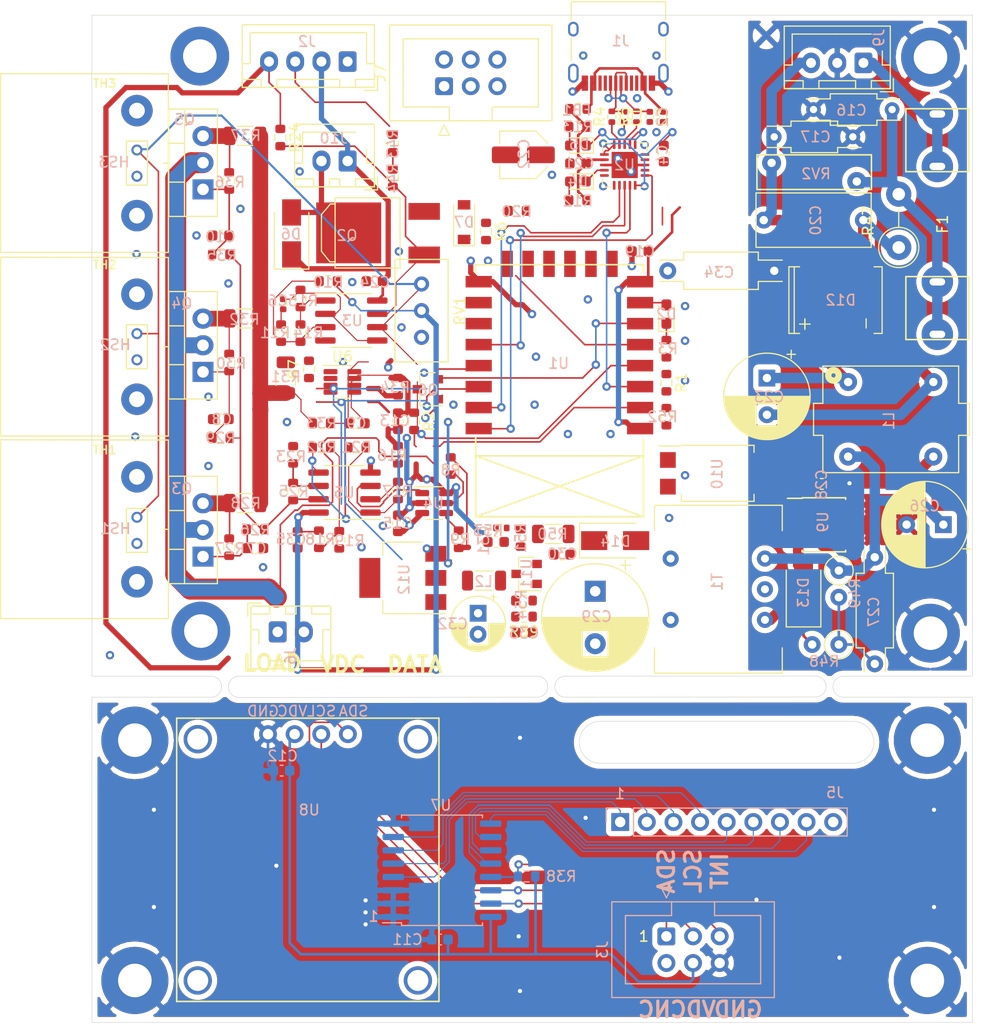
<source format=kicad_pcb>
(kicad_pcb (version 20171130) (host pcbnew "(5.1.10)-1")
  (layers (0 F.Cu signal) (31 B.Cu signal) (34 B.Paste user) (35 F.Paste user) (36 B.SilkS user) (37 F.SilkS user) (38 B.Mask user) (39 F.Mask user) (44 Edge.Cuts user))
  (net 0 "")
  (net 1 NEUTRAL)
  (net 2 "Net-(C2-Pad1)")
  (net 3 "Net-(C3-Pad1)")
  (net 4 Earth)
  (net 5 GND)
  (net 6 +3V3)
  (net 7 VDC)
  (net 8 GNDA)
  (net 9 "Net-(D5-Pad2)")
  (net 10 "Net-(D5-Pad1)")
  (net 11 "Net-(D6-Pad2)")
  (net 12 LINE)
  (net 13 LOAD)
  (net 14 SCL)
  (net 15 ~INT)
  (net 16 SDA)
  (net 17 SHUNT)
  (net 18 THERM)
  (net 19 +12V)
  (net 20 VCC)
  (net 21 "Net-(D2-Pad2)")
  (net 22 "Net-(D2-Pad1)")
  (net 23 RTS)
  (net 24 TX)
  (net 25 RX)
  (net 26 DTR)
  (net 27 "Net-(C1-Pad1)")
  (net 28 "Net-(C7-Pad2)")
  (net 29 "Net-(C26-Pad2)")
  (net 30 "Net-(C28-Pad1)")
  (net 31 "Net-(C30-Pad2)")
  (net 32 "Net-(D13-Pad1)")
  (net 33 "Net-(D14-Pad2)")
  (net 34 FAN_TACH)
  (net 35 "Net-(J3-Pad2)")
  (net 36 "Net-(Q4-Pad3)")
  (net 37 "Net-(R17-Pad1)")
  (net 38 "Net-(C4-Pad1)")
  (net 39 "Net-(C5-Pad2)")
  (net 40 "Net-(C6-Pad2)")
  (net 41 "Net-(C8-Pad2)")
  (net 42 "Net-(C9-Pad2)")
  (net 43 "Net-(C9-Pad1)")
  (net 44 "Net-(C10-Pad2)")
  (net 45 "Net-(C16-Pad2)")
  (net 46 "Net-(C20-Pad1)")
  (net 47 "Net-(C23-Pad2)")
  (net 48 "Net-(C23-Pad1)")
  (net 49 "Net-(C26-Pad1)")
  (net 50 "Net-(C27-Pad2)")
  (net 51 "Net-(C29-Pad1)")
  (net 52 "Net-(C31-Pad2)")
  (net 53 "Net-(C31-Pad1)")
  (net 54 "Net-(D4-Pad2)")
  (net 55 "Net-(D4-Pad1)")
  (net 56 "Net-(D13-Pad2)")
  (net 57 "Net-(J5-Pad8)")
  (net 58 "Net-(J5-Pad7)")
  (net 59 "Net-(J5-Pad6)")
  (net 60 "Net-(J5-Pad5)")
  (net 61 "Net-(J5-Pad4)")
  (net 62 "Net-(J5-Pad3)")
  (net 63 "Net-(J5-Pad2)")
  (net 64 "Net-(J5-Pad1)")
  (net 65 "Net-(Q2-Pad1)")
  (net 66 "Net-(Q3-Pad3)")
  (net 67 "Net-(Q5-Pad3)")
  (net 68 "Net-(R10-Pad1)")
  (net 69 "Net-(R14-Pad2)")
  (net 70 "Net-(R16-Pad2)")
  (net 71 "Net-(R18-Pad1)")
  (net 72 "Net-(R21-Pad1)")
  (net 73 "Net-(R23-Pad2)")
  (net 74 "Net-(R25-Pad1)")
  (net 75 "Net-(R51-Pad1)")
  (net 76 "Net-(U4-Pad1)")
  (net 77 "Net-(U10-Pad3)")
  (net 78 "Net-(D7-Pad1)")
  (net 79 FAN_OVERRIDE)
  (net 80 /Front/SCL)
  (net 81 /Front/SDA)
  (net 82 "Net-(J1-PadA8)")
  (net 83 "Net-(J1-PadA5)")
  (net 84 "Net-(J5-Pad9)")
  (net 85 "Net-(RV1-Pad1)")
  (net 86 "Net-(U1-Pad22)")
  (net 87 "Net-(U1-Pad21)")
  (net 88 "Net-(U1-Pad20)")
  (net 89 "Net-(U1-Pad19)")
  (net 90 "Net-(U1-Pad18)")
  (net 91 "Net-(U1-Pad17)")
  (net 92 "Net-(U1-Pad11)")
  (net 93 "Net-(U2-Pad16)")
  (net 94 "Net-(U2-Pad15)")
  (net 95 "Net-(U2-Pad6)")
  (net 96 "Net-(U2-Pad5)")
  (net 97 "Net-(U2-Pad4)")
  (net 98 "Net-(U2-Pad2)")
  (net 99 "Net-(T1-Pad4)")
  (net 100 "Net-(J1-PadB5)")
  (net 101 "Net-(J1-PadB8)")
  (net 102 "Net-(J2-Pad4)")
  (net 103 "Net-(R6-Pad2)")
  (net 104 "Net-(R39-Pad2)")
  (net 105 "Net-(U1-Pad2)")
  (net 106 "Net-(J3-Pad5)")
  (net 107 "Net-(J7-Pad2)")
  (net 108 "Net-(R4-Pad1)")
  (net 109 "Net-(R5-Pad1)")
  (module Resistor_SMD:R_0402_1005Metric (layer F.Cu) (at 168.783 55.6755 90)
    (fp_text reference R5 (at 0 -1.17 90) (layer F.SilkS))
    (fp_text value 27R)
    (pad 2 smd roundrect (at 0.51 0 90) (size 0.54 0.64) (layers F.Cu F.Paste F.Mask) (net 3 "Net-(C3-Pad1)"))
    (pad 1 smd roundrect (at -0.51 0 90) (size 0.54 0.64) (layers F.Cu F.Paste F.Mask) (net 109 "Net-(R5-Pad1)"))
  )
  (module Resistor_SMD:R_0402_1005Metric (layer F.Cu) (at 166.4335 55.6755 90)
    (fp_text reference R4 (at 0 -1.17 90) (layer F.SilkS))
    (fp_text value 27R)
    (pad 2 smd roundrect (at 0.51 0 90) (size 0.54 0.64) (layers F.Cu F.Paste F.Mask) (net 27 "Net-(C1-Pad1)"))
    (pad 1 smd roundrect (at -0.51 0 90) (size 0.54 0.64) (layers F.Cu F.Paste F.Mask) (net 108 "Net-(R4-Pad1)"))
  )
  (module Capacitor_SMD:C_0402_1005Metric (layer F.Cu) (at 170.053 55.6895 270)
    (fp_text reference C3 (at 0 -1.16 90) (layer F.SilkS))
    (fp_text value 47pF)
    (pad 2 smd roundrect (at 0.48 0 270) (size 0.56 0.62) (layers F.Cu F.Paste F.Mask) (net 5 GND))
    (pad 1 smd roundrect (at -0.48 0 270) (size 0.56 0.62) (layers F.Cu F.Paste F.Mask) (net 3 "Net-(C3-Pad1)"))
  )
  (module Capacitor_SMD:C_0402_1005Metric (layer F.Cu) (at 167.609 55.6755 270)
    (fp_text reference C1 (at 0 -1.16 90) (layer F.SilkS))
    (fp_text value 47pF)
    (pad 2 smd roundrect (at 0.48 0 270) (size 0.56 0.62) (layers F.Cu F.Paste F.Mask) (net 5 GND))
    (pad 1 smd roundrect (at -0.48 0 270) (size 0.56 0.62) (layers F.Cu F.Paste F.Mask) (net 27 "Net-(C1-Pad1)"))
  )
  (module Resistor_THT:R_Axial_DIN0411_L9.9mm_D3.6mm_P5.08mm_Vertical (layer F.Cu) (at 193.802 68.1355 90)
    (fp_text reference R47 (at 2.54 -2.92 90) (layer F.SilkS))
    (fp_text value 10R)
    (pad 2 thru_hole oval (at 5.08 0 90) (size 2.4 2.4) (drill 1.2) (layers *.Cu *.Mask) (net 45 "Net-(C16-Pad2)"))
    (pad 1 thru_hole circle (at 0 0 90) (size 2.4 2.4) (drill 1.2) (layers *.Cu *.Mask) (net 46 "Net-(C20-Pad1)"))
  )
  (module FuseClip:fuse-clip-5x20mm (layer F.Cu) (at 197.485 65.913 90)
    (fp_text reference F1 (at 0 0.5 90) (layer F.SilkS))
    (fp_text value 0,3Amp)
    (pad 1 thru_hole circle (at -5.5 0 90) (size 3 3) (drill oval 0.7 1.5) (layers *.Cu *.Mask) (net 45 "Net-(C16-Pad2)"))
    (pad 2 thru_hole circle (at 10.5 0 90) (size 3 3) (drill oval 0.7 1.5) (layers *.Cu *.Mask) (net 12 LINE))
    (pad 1 thru_hole circle (at -10.5 0 90) (size 3 3) (drill oval 0.7 1.5) (layers *.Cu *.Mask) (net 45 "Net-(C16-Pad2)"))
    (pad 2 thru_hole circle (at 5.5 0 90) (size 3 3) (drill oval 0.7 1.5) (layers *.Cu *.Mask) (net 12 LINE))
  )
  (module Display2:SSD1306 (layer F.Cu) (at 137.4315 126.4985)
    (fp_text reference U8 (at 0.1397 -4.7498) (layer B.SilkS) (effects (justify mirror)))
    (fp_text value SSD1306)
    (pad "" np_thru_hole circle (at -10.5 11.5) (size 2.7 2.7) (drill 2) (layers *.Cu *.Mask))
    (pad "" np_thru_hole circle (at 10.5 11.5) (size 2.7 2.7) (drill 2) (layers *.Cu *.Mask))
    (pad "" np_thru_hole circle (at 10.5 -11.5) (size 2.7 2.7) (drill 2) (layers *.Cu *.Mask))
    (pad 4 thru_hole circle (at 3.8227 -11.9761) (size 1.7 1.7) (drill 1) (layers *.Cu *.Mask) (net 81 /Front/SDA))
    (pad 3 thru_hole circle (at 1.2827 -11.9761) (size 1.7 1.7) (drill 1) (layers *.Cu *.Mask) (net 80 /Front/SCL))
    (pad 2 thru_hole circle (at -1.2573 -11.9761) (size 1.7 1.7) (drill 1) (layers *.Cu *.Mask) (net 7 VDC))
    (pad 1 thru_hole circle (at -3.7973 -11.9761) (size 1.7 1.7) (drill 1) (layers *.Cu *.Mask) (net 8 GNDA))
    (pad "" np_thru_hole circle (at -10.5 -11.5) (size 2.7 2.7) (drill 2) (layers *.Cu *.Mask))
  )
  (module Potentiometer_THT:Potentiometer_Bourns_3296W_Vertical (layer F.Cu) (at 148.2815 76.6985 270)
    (fp_text reference RV1 (at -2.54 -3.66 90) (layer F.SilkS))
    (fp_text value 10K)
    (pad 3 thru_hole circle (at -5.08 0 270) (size 1.44 1.44) (drill 0.8) (layers *.Cu *.Mask) (net 18 THERM))
    (pad 2 thru_hole circle (at -2.54 0 270) (size 1.44 1.44) (drill 0.8) (layers *.Cu *.Mask) (net 19 +12V))
    (pad 1 thru_hole circle (at 0 0 270) (size 1.44 1.44) (drill 0.8) (layers *.Cu *.Mask) (net 85 "Net-(RV1-Pad1)"))
  )
  (module Resistor_SMD:R_0603_1608Metric (layer F.Cu) (at 158.0515 103.3145 180)
    (fp_text reference R39 (at 0 -1.43) (layer F.SilkS))
    (fp_text value 0R)
    (pad 2 smd roundrect (at 0.825 0 180) (size 0.8 0.95) (layers F.Cu F.Paste F.Mask) (net 104 "Net-(R39-Pad2)"))
    (pad 1 smd roundrect (at -0.825 0 180) (size 0.8 0.95) (layers F.Cu F.Paste F.Mask) (net 52 "Net-(C31-Pad2)"))
  )
  (module Resistor_SMD:R_0603_1608Metric (layer F.Cu) (at 134.8105 57.658 270)
    (fp_text reference R24 (at 0 -1.43 90) (layer F.SilkS))
    (fp_text value 1K)
    (pad 2 smd roundrect (at 0.825 0 270) (size 0.8 0.95) (layers F.Cu F.Paste F.Mask) (net 65 "Net-(Q2-Pad1)"))
    (pad 1 smd roundrect (at -0.825 0 270) (size 0.8 0.95) (layers F.Cu F.Paste F.Mask) (net 102 "Net-(J2-Pad4)"))
  )
  (module Resistor_SMD:R_0603_1608Metric (layer F.Cu) (at 137.541 79.756 90)
    (fp_text reference R7 (at 0 -1.43 90) (layer F.SilkS))
    (fp_text value 27K)
    (pad 2 smd roundrect (at 0.825 0 90) (size 0.8 0.95) (layers F.Cu F.Paste F.Mask) (net 18 THERM))
    (pad 1 smd roundrect (at -0.825 0 90) (size 0.8 0.95) (layers F.Cu F.Paste F.Mask) (net 5 GND))
  )
  (module Resistor_SMD:R_0603_1608Metric (layer F.Cu) (at 154.432 66.6115 270)
    (fp_text reference R6 (at 0 -1.43 90) (layer F.SilkS))
    (fp_text value 10K)
    (pad 2 smd roundrect (at 0.825 0 270) (size 0.8 0.95) (layers F.Cu F.Paste F.Mask) (net 103 "Net-(R6-Pad2)"))
    (pad 1 smd roundrect (at -0.825 0 270) (size 0.8 0.95) (layers F.Cu F.Paste F.Mask) (net 5 GND))
  )
  (module Resistor_SMD:R_0603_1608Metric (layer F.Cu) (at 147.574 84.709 270)
    (fp_text reference R2 (at 0 -1.43 90) (layer F.SilkS))
    (fp_text value 100K)
    (pad 2 smd roundrect (at 0.825 0 270) (size 0.8 0.95) (layers F.Cu F.Paste F.Mask) (net 79 FAN_OVERRIDE))
    (pad 1 smd roundrect (at -0.825 0 270) (size 0.8 0.95) (layers F.Cu F.Paste F.Mask) (net 5 GND))
  )
  (module Resistor_SMD:R_0603_1608Metric (layer F.Cu) (at 171.6405 81.026 270)
    (fp_text reference R1 (at 0 -1.43 90) (layer F.SilkS))
    (fp_text value 10K)
    (pad 2 smd roundrect (at 0.825 0 270) (size 0.8 0.95) (layers F.Cu F.Paste F.Mask) (net 6 +3V3))
    (pad 1 smd roundrect (at -0.825 0 270) (size 0.8 0.95) (layers F.Cu F.Paste F.Mask) (net 23 RTS))
  )
  (module Connector_IDC:IDC-Header_2x03_P2.54mm_Vertical (layer F.Cu) (at 150.4315 52.7685 90)
    (fp_text reference J7 (at 1.27 -6.1 90) (layer F.SilkS))
    (fp_text value Din_02x03)
    (pad 6 thru_hole circle (at 2.54 5.08 90) (size 1.7 1.7) (drill 1) (layers *.Cu *.Mask) (net 5 GND))
    (pad 4 thru_hole circle (at 2.54 2.54 90) (size 1.7 1.7) (drill 1) (layers *.Cu *.Mask) (net 6 +3V3))
    (pad 2 thru_hole circle (at 2.54 0 90) (size 1.7 1.7) (drill 1) (layers *.Cu *.Mask) (net 107 "Net-(J7-Pad2)"))
    (pad 5 thru_hole circle (at 0 5.08 90) (size 1.7 1.7) (drill 1) (layers *.Cu *.Mask) (net 15 ~INT))
    (pad 3 thru_hole circle (at 0 2.54 90) (size 1.7 1.7) (drill 1) (layers *.Cu *.Mask) (net 14 SCL))
    (pad 1 thru_hole roundrect (at 0 0 90) (size 1.7 1.7) (drill 1) (layers *.Cu *.Mask) (roundrect_rratio 0.147059) (net 16 SDA))
  )
  (module Connector_IDC:IDC-Header_2x03_P2.54mm_Vertical (layer B.Cu) (at 171.6405 133.7945 270)
    (fp_text reference J3 (at 1.27 6.1 270) (layer B.SilkS) (effects (justify mirror)))
    (fp_text value Din_02x03)
    (pad 6 thru_hole circle (at 2.54 -5.08 270) (size 1.7 1.7) (drill 1) (layers *.Cu *.Mask) (net 8 GNDA))
    (pad 4 thru_hole circle (at 2.54 -2.54 270) (size 1.7 1.7) (drill 1) (layers *.Cu *.Mask) (net 7 VDC))
    (pad 2 thru_hole circle (at 2.54 0 270) (size 1.7 1.7) (drill 1) (layers *.Cu *.Mask) (net 35 "Net-(J3-Pad2)"))
    (pad 5 thru_hole circle (at 0 -5.08 270) (size 1.7 1.7) (drill 1) (layers *.Cu *.Mask) (net 106 "Net-(J3-Pad5)"))
    (pad 3 thru_hole circle (at 0 -2.54 270) (size 1.7 1.7) (drill 1) (layers *.Cu *.Mask) (net 80 /Front/SCL))
    (pad 1 thru_hole roundrect (at 0 0 270) (size 1.7 1.7) (drill 1) (layers *.Cu *.Mask) (roundrect_rratio 0.147059) (net 81 /Front/SDA))
  )
  (module MountingHole:MountingHole_3.2mm_M3_DIN965_Pad (layer F.Cu) (at 196.8315 49.9985)
    (fp_text reference H2 hide)
    (fp_text value MountingHole_Pad)
    (pad 1 thru_hole circle (at 0 0) (size 5.6 5.6) (drill 3.2) (layers *.Cu *.Mask) (net 4 Earth))
  )
  (module Transformers:UU98_Common_Mode_Choke (layer F.Cu) (at 193.04 84.5185)
    (fp_text reference L1 (at -0.179 0.15 90) (layer B.SilkS) (effects (justify mirror)))
    (fp_text value 6mH)
    (pad 1 thru_hole circle (at 4.064 -3.556) (size 1.7 1.7) (drill 0.8) (layers *.Cu *.Mask) (net 47 "Net-(C23-Pad2)"))
    (pad 2 thru_hole circle (at -4.064 -3.556) (size 1.7 1.7) (drill 0.8) (layers *.Cu *.Mask) (net 48 "Net-(C23-Pad1)"))
    (pad 3 thru_hole circle (at -4.064 3.556) (size 1.7 1.7) (drill 0.8) (layers *.Cu *.Mask) (net 49 "Net-(C26-Pad1)"))
    (pad 4 thru_hole circle (at 4.064 3.556) (size 1.7 1.7) (drill 0.8) (layers *.Cu *.Mask) (net 29 "Net-(C26-Pad2)"))
  )
  (module Condensator:CBB22104J400V (layer F.Cu) (at 185.674 65.532 180)
    (fp_text reference C20 (at -0.203 -0.015 90) (layer B.SilkS) (effects (justify mirror)))
    (fp_text value "X2 100nF/275V")
    (pad 2 thru_hole circle (at 4.7498 0 180) (size 1.6 1.6) (drill 0.8) (layers *.Cu *.Mask) (net 1 NEUTRAL))
    (pad 1 thru_hole circle (at -4.7498 0 180) (size 1.6 1.6) (drill 0.8) (layers *.Cu *.Mask) (net 46 "Net-(C20-Pad1)"))
  )
  (module Capacitor_THT:CP_Radial_D8.0mm_P3.50mm (layer F.Cu) (at 181.229 80.5815 270)
    (fp_text reference C23 (at 1.8 -0.206) (layer B.SilkS) (effects (justify mirror)))
    (fp_text value 4,7uF/400V)
    (pad 2 thru_hole circle (at 3.5 0 270) (size 1.6 1.6) (drill 0.8) (layers *.Cu *.Mask) (net 47 "Net-(C23-Pad2)"))
    (pad 1 thru_hole rect (at 0 0 270) (size 1.6 1.6) (drill 0.8) (layers *.Cu *.Mask) (net 48 "Net-(C23-Pad1)"))
  )
  (module Diode2:SOT4_Rectifier_Bridge (layer F.Cu) (at 187.7695 73.152 90)
    (fp_text reference D12 (at 0 0.5) (layer B.SilkS) (effects (justify mirror)))
    (fp_text value DB207S)
    (pad 4 smd rect (at 4.826 -2.54 90) (size 2 1.4) (layers F.Cu F.Paste F.Mask) (net 1 NEUTRAL))
    (pad 1 smd rect (at -4.826 -2.54 90) (size 2 1.4) (layers F.Cu F.Paste F.Mask) (net 48 "Net-(C23-Pad1)"))
    (pad 2 smd rect (at -4.826 2.54 90) (size 2 1.4) (layers F.Cu F.Paste F.Mask) (net 47 "Net-(C23-Pad2)"))
    (pad 3 smd rect (at 4.826 2.54 90) (size 2 1.4) (layers F.Cu F.Paste F.Mask) (net 46 "Net-(C20-Pad1)"))
  )
  (module Varistor2:RV_Disc_D10mm_W2mm_P8mm (layer F.Cu) (at 185.7375 60.96 180)
    (fp_text reference RV2 (at -0.173 -0.156 180) (layer B.SilkS) (effects (justify mirror)))
    (fp_text value 10D431K)
    (pad 2 thru_hole circle (at 4.064 0.889 180) (size 1.8 1.8) (drill 0.8) (layers *.Cu *.Mask) (net 1 NEUTRAL))
    (pad 1 thru_hole circle (at -4.064 -0.889 180) (size 1.8 1.8) (drill 0.8) (layers *.Cu *.Mask) (net 45 "Net-(C16-Pad2)"))
  )
  (module Condensator:Y2_222 (layer F.Cu) (at 185.674 57.5945)
    (fp_text reference C17 (at 0.1905 0) (layer B.SilkS) (effects (justify mirror)))
    (fp_text value "Y type 2N2/250VAC")
    (pad 2 thru_hole circle (at 3.75 0) (size 1.4 1.4) (drill 0.7) (layers *.Cu *.Mask) (net 4 Earth))
    (pad 1 thru_hole circle (at -3.75 0) (size 1.4 1.4) (drill 0.7) (layers *.Cu *.Mask) (net 1 NEUTRAL))
  )
  (module Condensator:Y2_222 (layer F.Cu) (at 189.4205 54.991)
    (fp_text reference C16 (at -0.127 0.0635) (layer B.SilkS) (effects (justify mirror)))
    (fp_text value "Y type 2N2/250VAC")
    (pad 2 thru_hole circle (at 3.75 0) (size 1.4 1.4) (drill 0.7) (layers *.Cu *.Mask) (net 45 "Net-(C16-Pad2)"))
    (pad 1 thru_hole circle (at -3.75 0) (size 1.4 1.4) (drill 0.7) (layers *.Cu *.Mask) (net 4 Earth))
  )
  (module Connector2:USB-C_Receptable_SMD_16pin (layer F.Cu) (at 167.059 47.3255 180)
    (fp_text reference J1 (at -0.2 -1.125) (layer B.SilkS) (effects (justify mirror)))
    (fp_text value USB_C_Receptacle_USB2.0 hide)
    (pad S1 thru_hole oval (at -4.3 0 180) (size 1 1.4) (drill oval 0.6 1) (layers *.Cu *.Mask) (net 5 GND))
    (pad S1 thru_hole roundrect (at -4.3 -4.2 180) (size 1 1.8) (drill oval 0.6 1.4) (layers *.Cu *.Mask) (roundrect_rratio 0.5) (net 5 GND))
    (pad B12 smd rect (at 3.35 -5.15 180) (size 0.3 1.45) (layers F.Cu F.Paste F.Mask) (net 5 GND))
    (pad B9 smd rect (at 2.55 -5.15 180) (size 0.3 1.45) (layers F.Cu F.Paste F.Mask) (net 2 "Net-(C2-Pad1)"))
    (pad A1 smd rect (at 3.05 -5.15 180) (size 0.3 1.45) (layers F.Cu F.Paste F.Mask) (net 5 GND))
    (pad A4 smd rect (at 2.25 -5.15 180) (size 0.3 1.45) (layers F.Cu F.Paste F.Mask) (net 2 "Net-(C2-Pad1)"))
    (pad B4 smd rect (at -2.25 -5.15 180) (size 0.3 1.45) (layers F.Cu F.Paste F.Mask) (net 2 "Net-(C2-Pad1)"))
    (pad A9 smd rect (at -2.55 -5.15 180) (size 0.3 1.45) (layers F.Cu F.Paste F.Mask) (net 2 "Net-(C2-Pad1)"))
    (pad A12 smd rect (at -3.05 -5.15 180) (size 0.3 1.45) (layers F.Cu F.Paste F.Mask) (net 5 GND))
    (pad B1 smd rect (at -3.35 -5.15 180) (size 0.3 1.45) (layers F.Cu F.Paste F.Mask) (net 5 GND))
    (pad S1 thru_hole oval (at 4.3 0 180) (size 1 1.4) (drill oval 0.6 1) (layers *.Cu *.Mask) (net 5 GND))
    (pad S1 thru_hole roundrect (at 4.3 -4.2 180) (size 1 1.8) (drill oval 0.6 1.4) (layers *.Cu *.Mask) (roundrect_rratio 0.5) (net 5 GND))
    (pad "" np_thru_hole circle (at -2.9 -3.65 180) (size 0.7 0.7) (drill 0.7) (layers *.Cu))
    (pad "" np_thru_hole circle (at 2.9 -3.65 180) (size 0.7 0.7) (drill 0.7) (layers *.Cu))
    (pad B8 smd rect (at 1.75 -5.15 180) (size 0.3 1.45) (layers F.Cu F.Paste F.Mask) (net 101 "Net-(J1-PadB8)"))
    (pad A5 smd rect (at 1.25 -5.15 180) (size 0.3 1.45) (layers F.Cu F.Paste F.Mask) (net 83 "Net-(J1-PadA5)"))
    (pad A6 smd rect (at 0.75 -5.15 180) (size 0.3 1.45) (layers F.Cu F.Paste F.Mask) (net 3 "Net-(C3-Pad1)"))
    (pad B7 smd rect (at 0.25 -5.15 180) (size 0.3 1.45) (layers F.Cu F.Paste F.Mask) (net 27 "Net-(C1-Pad1)"))
    (pad A8 smd rect (at -1.75 -5.15 180) (size 0.3 1.45) (layers F.Cu F.Paste F.Mask) (net 82 "Net-(J1-PadA8)"))
    (pad B5 smd rect (at -1.25 -5.15 180) (size 0.3 1.45) (layers F.Cu F.Paste F.Mask) (net 100 "Net-(J1-PadB5)"))
    (pad A7 smd rect (at -0.75 -5.15 180) (size 0.3 1.45) (layers F.Cu F.Paste F.Mask) (net 27 "Net-(C1-Pad1)"))
    (pad B6 smd rect (at -0.25 -5.15 180) (size 0.3 1.45) (layers F.Cu F.Paste F.Mask) (net 3 "Net-(C3-Pad1)"))
  )
  (module Package_TO_SOT_SMD:SOT-23-8 (layer F.Cu) (at 140.7315 80.9485)
    (fp_text reference U6 (at 0 -2.4) (layer F.SilkS))
    (fp_text value INA219)
    (pad 8 smd roundrect (at 1.1375 -0.975) (size 1.325 0.5) (layers F.Cu F.Paste F.Mask) (net 43 "Net-(C9-Pad1)"))
    (pad 7 smd roundrect (at 1.1375 -0.325) (size 1.325 0.5) (layers F.Cu F.Paste F.Mask) (net 42 "Net-(C9-Pad2)"))
    (pad 6 smd roundrect (at 1.1375 0.325) (size 1.325 0.5) (layers F.Cu F.Paste F.Mask) (net 5 GND))
    (pad 5 smd roundrect (at 1.1375 0.975) (size 1.325 0.5) (layers F.Cu F.Paste F.Mask) (net 6 +3V3))
    (pad 4 smd roundrect (at -1.1375 0.975) (size 1.325 0.5) (layers F.Cu F.Paste F.Mask) (net 14 SCL))
    (pad 3 smd roundrect (at -1.1375 0.325) (size 1.325 0.5) (layers F.Cu F.Paste F.Mask) (net 16 SDA))
    (pad 2 smd roundrect (at -1.1375 -0.325) (size 1.325 0.5) (layers F.Cu F.Paste F.Mask) (net 5 GND))
    (pad 1 smd roundrect (at -1.1375 -0.975) (size 1.325 0.5) (layers F.Cu F.Paste F.Mask) (net 5 GND))
  )
  (module Resistor_SMD:R_0603_1608Metric (layer F.Cu) (at 151.8285 95.9485 270)
    (fp_text reference R9 (at 0 -0.127) (layer B.SilkS) (effects (justify mirror)))
    (fp_text value 4K7)
    (pad 2 smd roundrect (at 0.825 0 270) (size 0.8 0.95) (layers F.Cu F.Paste F.Mask) (net 6 +3V3))
    (pad 1 smd roundrect (at -0.825 0 270) (size 0.8 0.95) (layers F.Cu F.Paste F.Mask) (net 16 SDA))
  )
  (module Resistor_SMD:R_0603_1608Metric (layer F.Cu) (at 145.542 58.2295 90)
    (fp_text reference R43 (at 0 0 90) (layer B.SilkS) (effects (justify mirror)))
    (fp_text value 10K)
    (pad 2 smd roundrect (at 0.825 0 90) (size 0.8 0.95) (layers F.Cu F.Paste F.Mask) (net 6 +3V3))
    (pad 1 smd roundrect (at -0.825 0 90) (size 0.8 0.95) (layers F.Cu F.Paste F.Mask) (net 78 "Net-(D7-Pad1)"))
  )
  (module Resistor_SMD:R_0603_1608Metric (layer F.Cu) (at 163.195 56.642)
    (fp_text reference R13 (at 0 0) (layer B.SilkS) (effects (justify mirror)))
    (fp_text value 1K6)
    (pad 2 smd roundrect (at 0.825 0) (size 0.8 0.95) (layers F.Cu F.Paste F.Mask) (net 20 VCC))
    (pad 1 smd roundrect (at -0.825 0) (size 0.8 0.95) (layers F.Cu F.Paste F.Mask) (net 9 "Net-(D5-Pad2)"))
  )
  (module Package_SO:SSO-4_6.7x5.1mm_P2.54mm_Clearance8mm (layer F.Cu) (at 176.53 89.662)
    (fp_text reference U10 (at -0.059 0.053 90) (layer B.SilkS) (effects (justify mirror)))
    (fp_text value PC817)
    (pad 4 smd rect (at 4.75 -1.27) (size 1.5 1.5) (layers F.Cu F.Paste F.Mask) (net 30 "Net-(C28-Pad1)"))
    (pad 3 smd rect (at 4.75 1.27) (size 1.5 1.5) (layers F.Cu F.Paste F.Mask) (net 77 "Net-(U10-Pad3)"))
    (pad 2 smd rect (at -4.75 1.27) (size 1.5 1.5) (layers F.Cu F.Paste F.Mask) (net 53 "Net-(C31-Pad1)"))
    (pad 1 smd rect (at -4.75 -1.27) (size 1.5 1.5) (layers F.Cu F.Paste F.Mask) (net 75 "Net-(R51-Pad1)"))
  )
  (module Transformers:EE16-A2 (layer F.Cu) (at 176.5935 100.711)
    (fp_text reference T1 (at -0.113 -0.679 90) (layer B.SilkS) (effects (justify mirror)))
    (fp_text value EE13)
    (pad 5 thru_hole circle (at 4.445 -2.921) (size 1.524 1.524) (drill 0.762) (layers *.Cu *.Mask) (net 49 "Net-(C26-Pad1)"))
    (pad 4 thru_hole circle (at 4.445 0) (size 1.524 1.524) (drill 0.762) (layers *.Cu *.Mask) (net 99 "Net-(T1-Pad4)"))
    (pad 3 thru_hole circle (at 4.445 2.921) (size 1.524 1.524) (drill 0.762) (layers *.Cu *.Mask) (net 56 "Net-(D13-Pad2)"))
    (pad 2 thru_hole circle (at -4.55 2.921) (size 1.524 1.524) (drill 0.762) (layers *.Cu *.Mask) (net 5 GND))
    (pad 1 thru_hole circle (at -4.55 -2.921) (size 1.524 1.524) (drill 0.762) (layers *.Cu *.Mask) (net 33 "Net-(D14-Pad2)"))
  )
  (module Resistor_THT:R_Axial_DIN0207_L6.3mm_D2.5mm_P2.54mm_Vertical (layer F.Cu) (at 188.087 98.933 270)
    (fp_text reference R49 (at 2.159 -1.522 90) (layer B.SilkS) (effects (justify mirror)))
    (fp_text value 8k6)
    (pad 2 thru_hole oval (at 2.54 0 270) (size 1.6 1.6) (drill 0.8) (layers *.Cu *.Mask) (net 50 "Net-(C27-Pad2)"))
    (pad 1 thru_hole circle (at 0 0 270) (size 1.6 1.6) (drill 0.8) (layers *.Cu *.Mask) (net 49 "Net-(C26-Pad1)"))
  )
  (module Resistor_THT:R_Axial_DIN0207_L6.3mm_D2.5mm_P2.54mm_Vertical (layer F.Cu) (at 188.087 105.9815 180)
    (fp_text reference R48 (at 1.397 -1.601) (layer B.SilkS) (effects (justify mirror)))
    (fp_text value 330R)
    (pad 2 thru_hole oval (at 2.54 0 180) (size 1.6 1.6) (drill 0.8) (layers *.Cu *.Mask) (net 32 "Net-(D13-Pad1)"))
    (pad 1 thru_hole circle (at 0 0 180) (size 1.6 1.6) (drill 0.8) (layers *.Cu *.Mask) (net 50 "Net-(C27-Pad2)"))
  )
  (module Condensator:JN_102M (layer F.Cu) (at 176.8475 70.358 180)
    (fp_text reference C34 (at 0.184 -0.152) (layer B.SilkS) (effects (justify mirror)))
    (fp_text value "X type 470pF")
    (pad 2 thru_hole circle (at 5.08 0 180) (size 1.6 1.6) (drill 0.8) (layers *.Cu *.Mask) (net 5 GND))
    (pad 1 thru_hole circle (at -5.08 0 180) (size 1.6 1.6) (drill 0.8) (layers *.Cu *.Mask) (net 4 Earth))
  )
  (module Resistor_SMD:R_0603_1608Metric (layer F.Cu) (at 140.4315 95.9985 90)
    (fp_text reference R19 (at -0.077 0.983) (layer B.SilkS) (effects (justify mirror)))
    (fp_text value 33K)
    (pad 2 smd roundrect (at 0.825 0 90) (size 0.8 0.95) (layers F.Cu F.Paste F.Mask) (net 71 "Net-(R18-Pad1)"))
    (pad 1 smd roundrect (at -0.825 0 90) (size 0.8 0.95) (layers F.Cu F.Paste F.Mask) (net 5 GND))
  )
  (module Capacitor_SMD:C_0603_1608Metric (layer F.Cu) (at 136.4615 95.9985 90)
    (fp_text reference C35 (at 0.05 -0.635) (layer B.SilkS) (effects (justify mirror)))
    (fp_text value 100n)
    (pad 2 smd roundrect (at 0.775 0 90) (size 0.9 0.95) (layers F.Cu F.Paste F.Mask) (net 19 +12V))
    (pad 1 smd roundrect (at -0.775 0 90) (size 0.9 0.95) (layers F.Cu F.Paste F.Mask) (net 5 GND))
  )
  (module Resistor_SMD:R_0603_1608Metric (layer B.Cu) (at 158.3055 128.0795 180)
    (fp_text reference R38 (at -3.3 0) (layer B.SilkS) (effects (justify mirror)))
    (fp_text value 10k hide)
    (pad 2 smd roundrect (at 0.825 0 180) (size 0.8 0.95) (layers B.Cu B.Paste B.Mask) (net 106 "Net-(J3-Pad5)"))
    (pad 1 smd roundrect (at -0.825 0 180) (size 0.8 0.95) (layers B.Cu B.Paste B.Mask) (net 7 VDC))
  )
  (module Resistor_SMD:R_0603_1608Metric (layer F.Cu) (at 145.542 61.5315 270)
    (fp_text reference R44 (at 0 0 90) (layer B.SilkS) (effects (justify mirror)))
    (fp_text value 4K7)
    (pad 2 smd roundrect (at 0.825 0 270) (size 0.8 0.95) (layers F.Cu F.Paste F.Mask) (net 34 FAN_TACH))
    (pad 1 smd roundrect (at -0.825 0 270) (size 0.8 0.95) (layers F.Cu F.Paste F.Mask) (net 78 "Net-(D7-Pad1)"))
  )
  (module Package_TO_SOT_SMD:SOT-23 (layer F.Cu) (at 148.8815 81.6495 180)
    (fp_text reference Q6 (at -0.026 -0.075) (layer B.SilkS) (effects (justify mirror)))
    (fp_text value Si2306)
    (pad 3 smd rect (at 1 0 180) (size 0.9 0.8) (layers F.Cu F.Paste F.Mask) (net 18 THERM))
    (pad 2 smd rect (at -1 0.95 180) (size 0.9 0.8) (layers F.Cu F.Paste F.Mask) (net 5 GND))
    (pad 1 smd rect (at -1 -0.95 180) (size 0.9 0.8) (layers F.Cu F.Paste F.Mask) (net 79 FAN_OVERRIDE))
  )
  (module Connector2:JST_XH_B2B-XH-AM_1x02_P2.50mm_Vertical (layer F.Cu) (at 141.2315 59.8985 180)
    (fp_text reference J10 (at 1.341 2.177) (layer B.SilkS) (effects (justify mirror)))
    (fp_text value Conn_01x02)
    (pad 2 thru_hole oval (at 2.5 0 180) (size 1.7 2) (drill 1) (layers *.Cu *.Mask) (net 11 "Net-(D6-Pad2)"))
    (pad 1 thru_hole roundrect (at 0 0 180) (size 1.7 2) (drill 1) (layers *.Cu *.Mask) (roundrect_rratio 0.147059) (net 19 +12V))
  )
  (module Connector_JST:JST_XH_B4B-XH-A_1x04_P2.50mm_Vertical (layer F.Cu) (at 141.2315 50.419 180)
    (fp_text reference J2 (at 3.881 1.916) (layer B.SilkS) (effects (justify mirror)))
    (fp_text value Conn_01x02)
    (pad 4 thru_hole oval (at 7.5 0 180) (size 1.7 1.95) (drill 0.95) (layers *.Cu *.Mask) (net 102 "Net-(J2-Pad4)"))
    (pad 3 thru_hole oval (at 5 0 180) (size 1.7 1.95) (drill 0.95) (layers *.Cu *.Mask) (net 78 "Net-(D7-Pad1)"))
    (pad 2 thru_hole oval (at 2.5 0 180) (size 1.7 1.95) (drill 0.95) (layers *.Cu *.Mask) (net 19 +12V))
    (pad 1 thru_hole roundrect (at 0 0 180) (size 1.7 1.95) (drill 0.95) (layers *.Cu *.Mask) (roundrect_rratio 0.147059) (net 5 GND))
  )
  (module Diode_SMD:D_SOD-123 (layer F.Cu) (at 152.3365 65.7225 90)
    (fp_text reference D7 (at 0 0) (layer B.SilkS) (effects (justify mirror)))
    (fp_text value BZT52C-3V6)
    (pad 2 smd rect (at 1.65 0 90) (size 0.9 1.2) (layers F.Cu F.Paste F.Mask) (net 5 GND))
    (pad 1 smd rect (at -1.65 0 90) (size 0.9 1.2) (layers F.Cu F.Paste F.Mask) (net 78 "Net-(D7-Pad1)"))
  )
  (module Package_SO:PowerIntegrations_SO-8C (layer F.Cu) (at 186.662 94.5695)
    (fp_text reference U9 (at -0.099 -0.272 90) (layer B.SilkS) (effects (justify mirror)))
    (fp_text value LNK364D)
    (pad 8 smd rect (at 2.45 -1.905) (size 2 0.6) (layers F.Cu F.Paste F.Mask) (net 29 "Net-(C26-Pad2)"))
    (pad 7 smd rect (at 2.45 -0.635) (size 2 0.6) (layers F.Cu F.Paste F.Mask) (net 29 "Net-(C26-Pad2)"))
    (pad 6 smd rect (at 2.45 0.635) (size 2 0.6) (layers F.Cu F.Paste F.Mask) (net 29 "Net-(C26-Pad2)"))
    (pad 5 smd rect (at 2.45 1.905) (size 2 0.6) (layers F.Cu F.Paste F.Mask) (net 29 "Net-(C26-Pad2)"))
    (pad 4 smd rect (at -2.45 1.905) (size 2 0.6) (layers F.Cu F.Paste F.Mask) (net 56 "Net-(D13-Pad2)"))
    (pad 2 smd rect (at -2.45 -0.635) (size 2 0.6) (layers F.Cu F.Paste F.Mask) (net 77 "Net-(U10-Pad3)"))
    (pad 1 smd rect (at -2.45 -1.905) (size 2 0.6) (layers F.Cu F.Paste F.Mask) (net 30 "Net-(C28-Pad1)"))
  )
  (module Package_SO:SOIC-16W_7.5x10.3mm_P1.27mm (layer B.Cu) (at 150.2315 127.4985)
    (fp_text reference U7 (at -0.1 -6.2) (layer B.SilkS) (effects (justify mirror)))
    (fp_text value PCF8574)
    (pad 16 smd roundrect (at 4.65 4.445) (size 2.05 0.6) (layers B.Cu B.Paste B.Mask) (net 7 VDC))
    (pad 15 smd roundrect (at 4.65 3.175) (size 2.05 0.6) (layers B.Cu B.Paste B.Mask) (net 81 /Front/SDA))
    (pad 14 smd roundrect (at 4.65 1.905) (size 2.05 0.6) (layers B.Cu B.Paste B.Mask) (net 80 /Front/SCL))
    (pad 13 smd roundrect (at 4.65 0.635) (size 2.05 0.6) (layers B.Cu B.Paste B.Mask) (net 106 "Net-(J3-Pad5)"))
    (pad 12 smd roundrect (at 4.65 -0.635) (size 2.05 0.6) (layers B.Cu B.Paste B.Mask) (net 57 "Net-(J5-Pad8)"))
    (pad 11 smd roundrect (at 4.65 -1.905) (size 2.05 0.6) (layers B.Cu B.Paste B.Mask) (net 58 "Net-(J5-Pad7)"))
    (pad 10 smd roundrect (at 4.65 -3.175) (size 2.05 0.6) (layers B.Cu B.Paste B.Mask) (net 59 "Net-(J5-Pad6)"))
    (pad 9 smd roundrect (at 4.65 -4.445) (size 2.05 0.6) (layers B.Cu B.Paste B.Mask) (net 60 "Net-(J5-Pad5)"))
    (pad 8 smd roundrect (at -4.65 -4.445) (size 2.05 0.6) (layers B.Cu B.Paste B.Mask) (net 8 GNDA))
    (pad 7 smd roundrect (at -4.65 -3.175) (size 2.05 0.6) (layers B.Cu B.Paste B.Mask) (net 61 "Net-(J5-Pad4)"))
    (pad 6 smd roundrect (at -4.65 -1.905) (size 2.05 0.6) (layers B.Cu B.Paste B.Mask) (net 62 "Net-(J5-Pad3)"))
    (pad 5 smd roundrect (at -4.65 -0.635) (size 2.05 0.6) (layers B.Cu B.Paste B.Mask) (net 63 "Net-(J5-Pad2)"))
    (pad 4 smd roundrect (at -4.65 0.635) (size 2.05 0.6) (layers B.Cu B.Paste B.Mask) (net 64 "Net-(J5-Pad1)"))
    (pad 3 smd roundrect (at -4.65 1.905) (size 2.05 0.6) (layers B.Cu B.Paste B.Mask) (net 8 GNDA))
    (pad 2 smd roundrect (at -4.65 3.175) (size 2.05 0.6) (layers B.Cu B.Paste B.Mask) (net 8 GNDA))
    (pad 1 smd roundrect (at -4.65 4.445) (size 2.05 0.6) (layers B.Cu B.Paste B.Mask) (net 8 GNDA))
  )
  (module Package_SO:SOIC-8_3.9x4.9mm_P1.27mm (layer F.Cu) (at 140.9315 91.4985 180)
    (fp_text reference U5 (at 0.025 -0.005) (layer B.SilkS) (effects (justify mirror)))
    (fp_text value LM358)
    (pad 8 smd roundrect (at 2.475 -1.905 180) (size 1.95 0.6) (layers F.Cu F.Paste F.Mask) (net 19 +12V))
    (pad 7 smd roundrect (at 2.475 -0.635 180) (size 1.95 0.6) (layers F.Cu F.Paste F.Mask) (net 74 "Net-(R25-Pad1)"))
    (pad 6 smd roundrect (at 2.475 0.635 180) (size 1.95 0.6) (layers F.Cu F.Paste F.Mask) (net 73 "Net-(R23-Pad2)"))
    (pad 5 smd roundrect (at 2.475 1.905 180) (size 1.95 0.6) (layers F.Cu F.Paste F.Mask) (net 72 "Net-(R21-Pad1)"))
    (pad 4 smd roundrect (at -2.475 1.905 180) (size 1.95 0.6) (layers F.Cu F.Paste F.Mask) (net 5 GND))
    (pad 3 smd roundrect (at -2.475 0.635 180) (size 1.95 0.6) (layers F.Cu F.Paste F.Mask) (net 76 "Net-(U4-Pad1)"))
    (pad 2 smd roundrect (at -2.475 -0.635 180) (size 1.95 0.6) (layers F.Cu F.Paste F.Mask) (net 70 "Net-(R16-Pad2)"))
    (pad 1 smd roundrect (at -2.475 -1.905 180) (size 1.95 0.6) (layers F.Cu F.Paste F.Mask) (net 37 "Net-(R17-Pad1)"))
  )
  (module Package_TO_SOT_SMD:SOT-23-6 (layer F.Cu) (at 149.4815 92.4985)
    (fp_text reference U4 (at -0.066 0.021) (layer B.SilkS) (effects (justify mirror)))
    (fp_text value MCP4725A0)
    (pad 6 smd roundrect (at 1.1375 -0.95) (size 1.325 0.6) (layers F.Cu F.Paste F.Mask) (net 5 GND))
    (pad 5 smd roundrect (at 1.1375 0) (size 1.325 0.6) (layers F.Cu F.Paste F.Mask) (net 14 SCL))
    (pad 4 smd roundrect (at 1.1375 0.95) (size 1.325 0.6) (layers F.Cu F.Paste F.Mask) (net 16 SDA))
    (pad 3 smd roundrect (at -1.1375 0.95) (size 1.325 0.6) (layers F.Cu F.Paste F.Mask) (net 6 +3V3))
    (pad 2 smd roundrect (at -1.1375 0) (size 1.325 0.6) (layers F.Cu F.Paste F.Mask) (net 5 GND))
    (pad 1 smd roundrect (at -1.1375 -0.95) (size 1.325 0.6) (layers F.Cu F.Paste F.Mask) (net 76 "Net-(U4-Pad1)"))
  )
  (module Package_DFN_QFN:QFN-20-1EP_4x4mm_P0.5mm_EP2.5x2.5mm (layer F.Cu) (at 167.659 60.2755 180)
    (fp_text reference U2 (at 0.019 0.014) (layer B.SilkS) (effects (justify mirror)))
    (fp_text value FT231XQ)
    (pad 21 smd rect (at 0 0 180) (size 2.5 2.5) (layers F.Cu F.Mask) (net 5 GND))
    (pad 20 smd roundrect (at -1 -1.9375 180) (size 0.25 0.825) (layers F.Cu F.Paste F.Mask) (net 38 "Net-(C4-Pad1)"))
    (pad 19 smd roundrect (at -0.5 -1.9375 180) (size 0.25 0.825) (layers F.Cu F.Paste F.Mask) (net 23 RTS))
    (pad 18 smd roundrect (at 0 -1.9375 180) (size 0.25 0.825) (layers F.Cu F.Paste F.Mask) (net 26 DTR))
    (pad 17 smd roundrect (at 0.5 -1.9375 180) (size 0.25 0.825) (layers F.Cu F.Paste F.Mask) (net 25 RX))
    (pad 16 smd roundrect (at 1 -1.9375 180) (size 0.25 0.825) (layers F.Cu F.Paste F.Mask) (net 93 "Net-(U2-Pad16)"))
    (pad 15 smd roundrect (at 1.9375 -1 180) (size 0.825 0.25) (layers F.Cu F.Paste F.Mask) (net 94 "Net-(U2-Pad15)"))
    (pad 14 smd roundrect (at 1.9375 -0.5 180) (size 0.825 0.25) (layers F.Cu F.Paste F.Mask) (net 55 "Net-(D4-Pad1)"))
    (pad 13 smd roundrect (at 1.9375 0 180) (size 0.825 0.25) (layers F.Cu F.Paste F.Mask) (net 5 GND))
    (pad 12 smd roundrect (at 1.9375 0.5 180) (size 0.825 0.25) (layers F.Cu F.Paste F.Mask) (net 20 VCC))
    (pad 11 smd roundrect (at 1.9375 1 180) (size 0.825 0.25) (layers F.Cu F.Paste F.Mask) (net 38 "Net-(C4-Pad1)"))
    (pad 10 smd roundrect (at 1 1.9375 180) (size 0.25 0.825) (layers F.Cu F.Paste F.Mask) (net 38 "Net-(C4-Pad1)"))
    (pad 9 smd roundrect (at 0.5 1.9375 180) (size 0.25 0.825) (layers F.Cu F.Paste F.Mask) (net 108 "Net-(R4-Pad1)"))
    (pad 8 smd roundrect (at 0 1.9375 180) (size 0.25 0.825) (layers F.Cu F.Paste F.Mask) (net 109 "Net-(R5-Pad1)"))
    (pad 7 smd roundrect (at -0.5 1.9375 180) (size 0.25 0.825) (layers F.Cu F.Paste F.Mask) (net 10 "Net-(D5-Pad1)"))
    (pad 6 smd roundrect (at -1 1.9375 180) (size 0.25 0.825) (layers F.Cu F.Paste F.Mask) (net 95 "Net-(U2-Pad6)"))
    (pad 5 smd roundrect (at -1.9375 1 180) (size 0.825 0.25) (layers F.Cu F.Paste F.Mask) (net 96 "Net-(U2-Pad5)"))
    (pad 4 smd roundrect (at -1.9375 0.5 180) (size 0.825 0.25) (layers F.Cu F.Paste F.Mask) (net 97 "Net-(U2-Pad4)"))
    (pad 3 smd roundrect (at -1.9375 0 180) (size 0.825 0.25) (layers F.Cu F.Paste F.Mask) (net 5 GND))
    (pad 2 smd roundrect (at -1.9375 -0.5 180) (size 0.825 0.25) (layers F.Cu F.Paste F.Mask) (net 98 "Net-(U2-Pad2)"))
    (pad 1 smd roundrect (at -1.9375 -1 180) (size 0.825 0.25) (layers F.Cu F.Paste F.Mask) (net 24 TX))
  )
  (module Resistor_SMD:R_0402_1005Metric (layer F.Cu) (at 155.8925 94.869)
    (fp_text reference R53 (at -1.27 0.254 180) (layer B.SilkS) (effects (justify mirror)))
    (fp_text value 22k)
    (pad 2 smd roundrect (at 0.51 0) (size 0.54 0.64) (layers F.Cu F.Paste F.Mask) (net 52 "Net-(C31-Pad2)"))
    (pad 1 smd roundrect (at -0.51 0) (size 0.54 0.64) (layers F.Cu F.Paste F.Mask) (net 19 +12V))
  )
  (module Resistor_SMD:R_0603_1608Metric (layer F.Cu) (at 171.6405 84.2645 270)
    (fp_text reference R52 (at 0 0.381) (layer B.SilkS) (effects (justify mirror)))
    (fp_text value 1K)
    (pad 2 smd roundrect (at 0.825 0 270) (size 0.8 0.95) (layers F.Cu F.Paste F.Mask) (net 53 "Net-(C31-Pad1)"))
    (pad 1 smd roundrect (at -0.825 0 270) (size 0.8 0.95) (layers F.Cu F.Paste F.Mask) (net 75 "Net-(R51-Pad1)"))
  )
  (module Resistor_SMD:R_1206_3216Metric (layer F.Cu) (at 160.8455 95.4405)
    (fp_text reference R50 (at -0.076 0.01 180) (layer B.SilkS) (effects (justify mirror)))
    (fp_text value 18R)
    (pad 2 smd roundrect (at 1.4625 0) (size 1.125 1.75) (layers F.Cu F.Paste F.Mask) (roundrect_rratio 0.222222) (net 33 "Net-(D14-Pad2)"))
    (pad 1 smd roundrect (at -1.4625 0) (size 1.125 1.75) (layers F.Cu F.Paste F.Mask) (roundrect_rratio 0.222222) (net 31 "Net-(C30-Pad2)"))
  )
  (module Resistor_SMD:R_1206_3216Metric (layer F.Cu) (at 131.4315 57.4985 180)
    (fp_text reference R37 (at -0.077 0.031) (layer B.SilkS) (effects (justify mirror)))
    (fp_text value 0R002)
    (pad 2 smd roundrect (at 1.4625 0 180) (size 1.125 1.75) (layers F.Cu F.Paste F.Mask) (roundrect_rratio 0.222222) (net 67 "Net-(Q5-Pad3)"))
    (pad 1 smd roundrect (at -1.4625 0 180) (size 1.125 1.75) (layers F.Cu F.Paste F.Mask) (roundrect_rratio 0.222222) (net 5 GND))
  )
  (module Resistor_SMD:R_1206_3216Metric (layer F.Cu) (at 131.4315 74.8985 180)
    (fp_text reference R32 (at 0.05 -0.095) (layer B.SilkS) (effects (justify mirror)))
    (fp_text value 0R002)
    (pad 2 smd roundrect (at 1.4625 0 180) (size 1.125 1.75) (layers F.Cu F.Paste F.Mask) (roundrect_rratio 0.222222) (net 36 "Net-(Q4-Pad3)"))
    (pad 1 smd roundrect (at -1.4625 0 180) (size 1.125 1.75) (layers F.Cu F.Paste F.Mask) (roundrect_rratio 0.222222) (net 5 GND))
  )
  (module Resistor_SMD:R_1206_3216Metric (layer F.Cu) (at 135.3315 80.5485 270)
    (fp_text reference R31 (at -0.094 0.013) (layer B.SilkS) (effects (justify mirror)))
    (fp_text value 0R002)
    (pad 2 smd roundrect (at 1.4625 0 270) (size 1.125 1.75) (layers F.Cu F.Paste F.Mask) (roundrect_rratio 0.222222) (net 13 LOAD))
    (pad 1 smd roundrect (at -1.4625 0 270) (size 1.125 1.75) (layers F.Cu F.Paste F.Mask) (roundrect_rratio 0.222222) (net 17 SHUNT))
  )
  (module Resistor_SMD:R_1206_3216Metric (layer F.Cu) (at 131.4315 92.4985 180)
    (fp_text reference R28 (at -0.077 -0.021) (layer B.SilkS) (effects (justify mirror)))
    (fp_text value 0R002)
    (pad 2 smd roundrect (at 1.4625 0 180) (size 1.125 1.75) (layers F.Cu F.Paste F.Mask) (roundrect_rratio 0.222222) (net 66 "Net-(Q3-Pad3)"))
    (pad 1 smd roundrect (at -1.4625 0 180) (size 1.125 1.75) (layers F.Cu F.Paste F.Mask) (roundrect_rratio 0.222222) (net 5 GND))
  )
  (module Resistor_SMD:R_0603_1608Metric (layer F.Cu) (at 138.4935 95.9485 90)
    (fp_text reference R18 (at 0 0.127) (layer B.SilkS) (effects (justify mirror)))
    (fp_text value 100K)
    (pad 2 smd roundrect (at 0.825 0 90) (size 0.8 0.95) (layers F.Cu F.Paste F.Mask) (net 19 +12V))
    (pad 1 smd roundrect (at -0.825 0 90) (size 0.8 0.95) (layers F.Cu F.Paste F.Mask) (net 71 "Net-(R18-Pad1)"))
  )
  (module Package_TO_SOT_THT:TO-220-3_Vertical (layer F.Cu) (at 127.4315 62.5985 90)
    (fp_text reference Q5 (at 6.655 -1.765 180) (layer B.SilkS) (effects (justify mirror)))
    (fp_text value IRF840)
    (pad 3 thru_hole oval (at 5.08 0 90) (size 1.905 2) (drill 1.1) (layers *.Cu *.Mask) (net 67 "Net-(Q5-Pad3)"))
    (pad 2 thru_hole oval (at 2.54 0 90) (size 1.905 2) (drill 1.1) (layers *.Cu *.Mask) (net 17 SHUNT))
    (pad 1 thru_hole rect (at 0 0 90) (size 1.905 2) (drill 1.1) (layers *.Cu *.Mask) (net 44 "Net-(C10-Pad2)"))
  )
  (module Package_TO_SOT_THT:TO-220-3_Vertical (layer F.Cu) (at 127.4315 97.5985 90)
    (fp_text reference Q3 (at 6.476 -2.019 180) (layer B.SilkS) (effects (justify mirror)))
    (fp_text value IRF840)
    (pad 3 thru_hole oval (at 5.08 0 90) (size 1.905 2) (drill 1.1) (layers *.Cu *.Mask) (net 66 "Net-(Q3-Pad3)"))
    (pad 2 thru_hole oval (at 2.54 0 90) (size 1.905 2) (drill 1.1) (layers *.Cu *.Mask) (net 17 SHUNT))
    (pad 1 thru_hole rect (at 0 0 90) (size 1.905 2) (drill 1.1) (layers *.Cu *.Mask) (net 28 "Net-(C7-Pad2)"))
  )
  (module Package-SOT:369AA (layer F.Cu) (at 141.3315 66.7485)
    (fp_text reference Q2 (at -0.171 0.244) (layer B.SilkS) (effects (justify mirror)))
    (fp_text value 4809NG)
    (pad 1 smd rect (at 7.2 2.1) (size 3 1.6) (layers F.Cu F.Paste F.Mask) (net 65 "Net-(Q2-Pad1)"))
    (pad 3 smd rect (at 7.2 -2.05) (size 3 1.6) (layers F.Cu F.Paste F.Mask) (net 5 GND))
    (pad 2 smd rect (at 0 0) (size 6.2 5.8) (layers F.Cu F.Paste F.Mask) (net 11 "Net-(D6-Pad2)"))
  )
  (module Connector2:JST_XH_B2B-XH-AM_1x02_P2.50mm_Vertical (layer F.Cu) (at 134.5565 104.775)
    (fp_text reference J6 (at 1.231 2.286 -270) (layer B.SilkS) (effects (justify mirror)))
    (fp_text value Conn_01x02)
    (pad 2 thru_hole oval (at 2.5 0) (size 1.7 2) (drill 1) (layers *.Cu *.Mask) (net 5 GND))
    (pad 1 thru_hole roundrect (at 0 0) (size 1.7 2) (drill 1) (layers *.Cu *.Mask) (roundrect_rratio 0.147059) (net 13 LOAD))
  )
  (module Connector_PinHeader_2.54mm:PinHeader_1x09_P2.54mm_Vertical (layer B.Cu) (at 167.2315 122.8985 270)
    (fp_text reference J5 (at -2.8 -20.5 180) (layer B.SilkS) (effects (justify mirror)))
    (fp_text value Conn_01x09_Male hide)
    (pad 9 thru_hole oval (at 0 -20.32 270) (size 1.7 1.7) (drill 1) (layers *.Cu *.Mask) (net 84 "Net-(J5-Pad9)"))
    (pad 8 thru_hole oval (at 0 -17.78 270) (size 1.7 1.7) (drill 1) (layers *.Cu *.Mask) (net 57 "Net-(J5-Pad8)"))
    (pad 7 thru_hole oval (at 0 -15.24 270) (size 1.7 1.7) (drill 1) (layers *.Cu *.Mask) (net 58 "Net-(J5-Pad7)"))
    (pad 6 thru_hole oval (at 0 -12.7 270) (size 1.7 1.7) (drill 1) (layers *.Cu *.Mask) (net 59 "Net-(J5-Pad6)"))
    (pad 5 thru_hole oval (at 0 -10.16 270) (size 1.7 1.7) (drill 1) (layers *.Cu *.Mask) (net 60 "Net-(J5-Pad5)"))
    (pad 4 thru_hole oval (at 0 -7.62 270) (size 1.7 1.7) (drill 1) (layers *.Cu *.Mask) (net 61 "Net-(J5-Pad4)"))
    (pad 3 thru_hole oval (at 0 -5.08 270) (size 1.7 1.7) (drill 1) (layers *.Cu *.Mask) (net 62 "Net-(J5-Pad3)"))
    (pad 2 thru_hole oval (at 0 -2.54 270) (size 1.7 1.7) (drill 1) (layers *.Cu *.Mask) (net 63 "Net-(J5-Pad2)"))
    (pad 1 thru_hole rect (at 0 0 270) (size 1.7 1.7) (drill 1) (layers *.Cu *.Mask) (net 64 "Net-(J5-Pad1)"))
  )
  (module MountingHole:MountingHole_3.2mm_M3_Pad (layer F.Cu) (at 196.5315 137.9985)
    (fp_text reference H8 hide)
    (fp_text value MountingHole_Pad hide)
    (pad 1 thru_hole circle (at 0 0) (size 6.4 6.4) (drill 3.2) (layers *.Cu *.Mask) (net 8 GNDA))
  )
  (module MountingHole:MountingHole_3.2mm_M3_Pad (layer F.Cu) (at 196.5315 115.0985)
    (fp_text reference H7 hide)
    (fp_text value MountingHole_Pad hide)
    (pad 1 thru_hole circle (at 0 0) (size 6.4 6.4) (drill 3.2) (layers *.Cu *.Mask) (net 8 GNDA))
  )
  (module MountingHole:MountingHole_3.2mm_M3_Pad (layer F.Cu) (at 120.9315 137.9985)
    (fp_text reference H6 hide)
    (fp_text value MountingHole_Pad hide)
    (pad 1 thru_hole circle (at 0 0) (size 6.4 6.4) (drill 3.2) (layers *.Cu *.Mask) (net 8 GNDA))
  )
  (module MountingHole:MountingHole_3.2mm_M3_Pad (layer F.Cu) (at 120.9315 115.0985)
    (fp_text reference H5 hide)
    (fp_text value MountingHole_Pad hide)
    (pad 1 thru_hole circle (at 0 0) (size 6.4 6.4) (drill 3.2) (layers *.Cu *.Mask) (net 8 GNDA))
  )
  (module Diode_SMD:D_SMA (layer F.Cu) (at 184.7215 100.9015 90)
    (fp_text reference D13 (at -0.127 -0.023 90) (layer B.SilkS) (effects (justify mirror)))
    (fp_text value FR107)
    (pad 2 smd rect (at 2 0 90) (size 2.5 1.8) (layers F.Cu F.Paste F.Mask) (net 56 "Net-(D13-Pad2)"))
    (pad 1 smd rect (at -2 0 90) (size 2.5 1.8) (layers F.Cu F.Paste F.Mask) (net 32 "Net-(D13-Pad1)"))
  )
  (module Diode_SMD:D_SMA (layer F.Cu) (at 135.8815 66.7985 90)
    (fp_text reference D6 (at -0.067 -0.055) (layer B.SilkS) (effects (justify mirror)))
    (fp_text value SMA12JA)
    (pad 2 smd rect (at 2 0 90) (size 2.5 1.8) (layers F.Cu F.Paste F.Mask) (net 11 "Net-(D6-Pad2)"))
    (pad 1 smd rect (at -2 0 90) (size 2.5 1.8) (layers F.Cu F.Paste F.Mask) (net 19 +12V))
  )
  (module LED_SMD:LED_0603_1608Metric (layer F.Cu) (at 163.195 58.42 180)
    (fp_text reference D5 (at -0.127 0.127) (layer B.SilkS) (effects (justify mirror)))
    (fp_text value LED)
    (pad 2 smd roundrect (at 0.7875 0 180) (size 0.875 0.95) (layers F.Cu F.Paste F.Mask) (net 9 "Net-(D5-Pad2)"))
    (pad 1 smd roundrect (at -0.7875 0 180) (size 0.875 0.95) (layers F.Cu F.Paste F.Mask) (net 10 "Net-(D5-Pad1)"))
  )
  (module LED_SMD:LED_0603_1608Metric (layer F.Cu) (at 163.195 61.849 180)
    (fp_text reference D4 (at 0 0.019) (layer B.SilkS) (effects (justify mirror)))
    (fp_text value LED)
    (pad 2 smd roundrect (at 0.7875 0 180) (size 0.875 0.95) (layers F.Cu F.Paste F.Mask) (net 54 "Net-(D4-Pad2)"))
    (pad 1 smd roundrect (at -0.7875 0 180) (size 0.875 0.95) (layers F.Cu F.Paste F.Mask) (net 55 "Net-(D4-Pad1)"))
  )
  (module LED_SMD:LED_0603_1608Metric_Pad1.05x0.95mm_HandSolder (layer F.Cu) (at 171.6405 74.4855 90)
    (fp_text reference D2 (at 0 0) (layer B.SilkS) (effects (justify mirror)))
    (fp_text value LED)
    (pad 2 smd roundrect (at 0.875 0 90) (size 1.05 0.95) (layers F.Cu F.Paste F.Mask) (net 21 "Net-(D2-Pad2)"))
    (pad 1 smd roundrect (at -0.875 0 90) (size 1.05 0.95) (layers F.Cu F.Paste F.Mask) (net 22 "Net-(D2-Pad1)"))
  )
  (module Capacitor_THT:CP_Radial_D5.0mm_P2.00mm (layer F.Cu) (at 153.67 102.997 270)
    (fp_text reference C32 (at 1.016 2.413) (layer B.SilkS) (effects (justify mirror)))
    (fp_text value 100uF/25V)
    (pad 2 thru_hole circle (at 2 0 270) (size 1.6 1.6) (drill 0.8) (layers *.Cu *.Mask) (net 5 GND))
    (pad 1 thru_hole rect (at 0 0 270) (size 1.6 1.6) (drill 0.8) (layers *.Cu *.Mask) (net 19 +12V))
  )
  (module Capacitor_SMD:C_0603_1608Metric (layer F.Cu) (at 155.3845 96.2025 180)
    (fp_text reference C31 (at 1.172 0.127 90) (layer B.SilkS) (effects (justify mirror)))
    (fp_text value 100nF)
    (pad 2 smd roundrect (at 0.775 0 180) (size 0.9 0.95) (layers F.Cu F.Paste F.Mask) (net 52 "Net-(C31-Pad2)"))
    (pad 1 smd roundrect (at -0.775 0 180) (size 0.9 0.95) (layers F.Cu F.Paste F.Mask) (net 53 "Net-(C31-Pad1)"))
  )
  (module Capacitor_THT:CP_Radial_D10.0mm_P5.00mm (layer F.Cu) (at 164.846 100.9015 270)
    (fp_text reference C29 (at 2.416 -0.127) (layer B.SilkS) (effects (justify mirror)))
    (fp_text value 1000uF/25V)
    (pad 2 thru_hole circle (at 5 0 270) (size 2 2) (drill 1) (layers *.Cu *.Mask) (net 5 GND))
    (pad 1 thru_hole rect (at 0 0 270) (size 2 2) (drill 1) (layers *.Cu *.Mask) (net 51 "Net-(C29-Pad1)"))
  )
  (module Capacitor_SMD:C_0603_1608Metric (layer F.Cu) (at 186.462 90.6695)
    (fp_text reference C28 (at -0.026 0.072 90) (layer B.SilkS) (effects (justify mirror)))
    (fp_text value 100nF/50V)
    (pad 2 smd roundrect (at 0.775 0) (size 0.9 0.95) (layers F.Cu F.Paste F.Mask) (net 29 "Net-(C26-Pad2)"))
    (pad 1 smd roundrect (at -0.775 0) (size 0.9 0.95) (layers F.Cu F.Paste F.Mask) (net 30 "Net-(C28-Pad1)"))
  )
  (module Condensator:JN_102M (layer F.Cu) (at 191.516 102.743 270)
    (fp_text reference C27 (at 0.123 0.1 90) (layer B.SilkS) (effects (justify mirror)))
    (fp_text value 1nF/300V)
    (pad 2 thru_hole circle (at 5.08 0 270) (size 1.6 1.6) (drill 0.8) (layers *.Cu *.Mask) (net 50 "Net-(C27-Pad2)"))
    (pad 1 thru_hole circle (at -5.08 0 270) (size 1.6 1.6) (drill 0.8) (layers *.Cu *.Mask) (net 49 "Net-(C26-Pad1)"))
  )
  (module Capacitor_THT:CP_Radial_D8.0mm_P3.50mm (layer F.Cu) (at 198.0565 94.5515 180)
    (fp_text reference C26 (at 1.778 1.778) (layer B.SilkS) (effects (justify mirror)))
    (fp_text value 6,8uF/400V)
    (pad 2 thru_hole circle (at 3.5 0 180) (size 1.6 1.6) (drill 0.8) (layers *.Cu *.Mask) (net 29 "Net-(C26-Pad2)"))
    (pad 1 thru_hole rect (at 0 0 180) (size 1.6 1.6) (drill 0.8) (layers *.Cu *.Mask) (net 49 "Net-(C26-Pad1)"))
  )
  (module Capacitor_SMD:C_Elec_4x5.4 (layer F.Cu) (at 157.988 59.309 180)
    (fp_text reference C22 (at -0.059 0.074 90) (layer B.SilkS) (effects (justify mirror)))
    (fp_text value 4,7uF)
    (pad 2 smd roundrect (at 1.675 0 180) (size 2.65 1.6) (layers F.Cu F.Paste F.Mask) (roundrect_rratio 0.15625) (net 5 GND))
    (pad 1 smd roundrect (at -1.675 0 180) (size 2.65 1.6) (layers F.Cu F.Paste F.Mask) (roundrect_rratio 0.15625) (net 20 VCC))
  )
  (module Capacitor_SMD:C_0603_1608Metric (layer B.Cu) (at 134.9315 117.9985)
    (fp_text reference C12 (at 0.1 -1.4) (layer B.SilkS) (effects (justify mirror)))
    (fp_text value 100n hide)
    (pad 2 smd roundrect (at 0.775 0) (size 0.9 0.95) (layers B.Cu B.Paste B.Mask) (net 7 VDC))
    (pad 1 smd roundrect (at -0.775 0) (size 0.9 0.95) (layers B.Cu B.Paste B.Mask) (net 8 GNDA))
  )
  (module Capacitor_SMD:C_0603_1608Metric (layer B.Cu) (at 150.0315 134.0985)
    (fp_text reference C11 (at -3.1 0 180) (layer B.SilkS) (effects (justify mirror)))
    (fp_text value 100n)
    (pad 2 smd roundrect (at 0.775 0) (size 0.9 0.95) (layers B.Cu B.Paste B.Mask) (net 7 VDC))
    (pad 1 smd roundrect (at -0.775 0) (size 0.9 0.95) (layers B.Cu B.Paste B.Mask) (net 8 GNDA))
  )
  (module Capacitor_SMD:C_0402_1005Metric (layer F.Cu) (at 135.0815 73.5485 90)
    (fp_text reference C6 (at 0.333 -0.525) (layer B.SilkS) (effects (justify mirror)))
    (fp_text value 4,7nF)
    (pad 2 smd roundrect (at 0.48 0 90) (size 0.56 0.62) (layers F.Cu F.Paste F.Mask) (net 40 "Net-(C6-Pad2)"))
    (pad 1 smd roundrect (at -0.48 0 90) (size 0.56 0.62) (layers F.Cu F.Paste F.Mask) (net 5 GND))
  )
  (module Capacitor_SMD:C_0603_1608Metric (layer F.Cu) (at 171.3865 59.182 270)
    (fp_text reference C4 (at 0.127 0.127 90) (layer B.SilkS) (effects (justify mirror)))
    (fp_text value 100nF)
    (pad 2 smd roundrect (at 0.775 0 270) (size 0.9 0.95) (layers F.Cu F.Paste F.Mask) (net 5 GND))
    (pad 1 smd roundrect (at -0.775 0 270) (size 0.9 0.95) (layers F.Cu F.Paste F.Mask) (net 38 "Net-(C4-Pad1)"))
  )
  (module Capacitor_SMD:C_0402_1005Metric (layer F.Cu) (at 171.323 55.6895 270)
    (fp_text reference C2 (at 0 0.048 90) (layer B.SilkS) (effects (justify mirror)))
    (fp_text value 10nF)
    (pad 2 smd roundrect (at 0.48 0 270) (size 0.56 0.62) (layers F.Cu F.Paste F.Mask) (net 5 GND))
    (pad 1 smd roundrect (at -0.48 0 270) (size 0.56 0.62) (layers F.Cu F.Paste F.Mask) (net 2 "Net-(C2-Pad1)"))
  )
  (module Package_TO_SOT_SMD:SOT-223-3_TabPin2 (layer F.Cu) (at 146.4945 99.6315 180)
    (fp_text reference U12 (at -0.114 -0.146 90) (layer B.SilkS) (effects (justify mirror)))
    (fp_text value LM1117-3.3)
    (pad 1 smd rect (at -3.15 -2.3 180) (size 2 1.5) (layers F.Cu F.Paste F.Mask) (net 5 GND))
    (pad 3 smd rect (at -3.15 2.3 180) (size 2 1.5) (layers F.Cu F.Paste F.Mask) (net 19 +12V))
    (pad 2 smd rect (at -3.15 0 180) (size 2 1.5) (layers F.Cu F.Paste F.Mask) (net 6 +3V3))
    (pad 2 smd rect (at 3.15 0 180) (size 2 3.8) (layers F.Cu F.Paste F.Mask) (net 6 +3V3))
  )
  (module Package_TO_SOT_SMD:SOT-23 (layer F.Cu) (at 158.3055 99.2505 180)
    (fp_text reference U11 (at 0 0 90) (layer B.SilkS) (effects (justify mirror)))
    (fp_text value TL432)
    (pad 3 smd rect (at 1 0 180) (size 0.9 0.8) (layers F.Cu F.Paste F.Mask) (net 5 GND))
    (pad 2 smd rect (at -1 0.95 180) (size 0.9 0.8) (layers F.Cu F.Paste F.Mask) (net 52 "Net-(C31-Pad2)"))
    (pad 1 smd rect (at -1 -0.95 180) (size 0.9 0.8) (layers F.Cu F.Paste F.Mask) (net 53 "Net-(C31-Pad1)"))
  )
  (module Package_SO:SOIC-8_3.9x4.9mm_P1.27mm (layer F.Cu) (at 141.5815 75.0985)
    (fp_text reference U3 (at 0.087 0.022) (layer B.SilkS) (effects (justify mirror)))
    (fp_text value LM358)
    (pad 8 smd roundrect (at 2.475 -1.905) (size 1.95 0.6) (layers F.Cu F.Paste F.Mask) (net 19 +12V))
    (pad 7 smd roundrect (at 2.475 -0.635) (size 1.95 0.6) (layers F.Cu F.Paste F.Mask) (net 65 "Net-(Q2-Pad1)"))
    (pad 6 smd roundrect (at 2.475 0.635) (size 1.95 0.6) (layers F.Cu F.Paste F.Mask) (net 18 THERM))
    (pad 5 smd roundrect (at 2.475 1.905) (size 1.95 0.6) (layers F.Cu F.Paste F.Mask) (net 40 "Net-(C6-Pad2)"))
    (pad 4 smd roundrect (at -2.475 1.905) (size 1.95 0.6) (layers F.Cu F.Paste F.Mask) (net 5 GND))
    (pad 3 smd roundrect (at -2.475 0.635) (size 1.95 0.6) (layers F.Cu F.Paste F.Mask) (net 68 "Net-(R10-Pad1)"))
    (pad 2 smd roundrect (at -2.475 -0.635) (size 1.95 0.6) (layers F.Cu F.Paste F.Mask) (net 40 "Net-(C6-Pad2)"))
    (pad 1 smd roundrect (at -2.475 -1.905) (size 1.95 0.6) (layers F.Cu F.Paste F.Mask) (net 69 "Net-(R14-Pad2)"))
  )
  (module Thermistor:THERM_NXRT15XH103FA1B040 (layer F.Cu) (at 121.1315 60.0985 270)
    (fp_text reference TH3 (at -7.584 3.085 180) (layer F.SilkS) (effects (font (size 0.8 0.8))))
    (fp_text value 10k_NTC)
    (pad 2 thru_hole circle (at 1.25 0 270) (size 1.05 1.05) (drill 0.65) (layers *.Cu *.Mask) (net 5 GND))
    (pad 1 thru_hole circle (at -1.25 0 270) (size 1.05 1.05) (drill 0.65) (layers *.Cu *.Mask) (net 18 THERM))
  )
  (module Thermistor:THERM_NXRT15XH103FA1B040 (layer F.Cu) (at 121.1315 77.5985 270)
    (fp_text reference TH2 (at -7.812 3.085 180) (layer F.SilkS) (effects (font (size 0.8 0.8))))
    (fp_text value 10k_NTC)
    (pad 2 thru_hole circle (at 1.25 0 270) (size 1.05 1.05) (drill 0.65) (layers *.Cu *.Mask) (net 5 GND))
    (pad 1 thru_hole circle (at -1.25 0 270) (size 1.05 1.05) (drill 0.65) (layers *.Cu *.Mask) (net 18 THERM))
  )
  (module Thermistor:THERM_NXRT15XH103FA1B040 (layer F.Cu) (at 121.1315 95.0985 270)
    (fp_text reference TH1 (at -7.659 3.085 180) (layer F.SilkS) (effects (font (size 0.8 0.8))))
    (fp_text value 10k_NTC)
    (pad 2 thru_hole circle (at 1.25 0 270) (size 1.05 1.05) (drill 0.65) (layers *.Cu *.Mask) (net 5 GND))
    (pad 1 thru_hole circle (at -1.25 0 270) (size 1.05 1.05) (drill 0.65) (layers *.Cu *.Mask) (net 18 THERM))
  )
  (module Resistor_SMD:R_0603_1608Metric (layer F.Cu) (at 158.0515 101.7905)
    (fp_text reference R54 (at -0.254 0.381 90) (layer B.SilkS) (effects (justify mirror)))
    (fp_text value 5K6)
    (pad 2 smd roundrect (at 0.825 0) (size 0.8 0.95) (layers F.Cu F.Paste F.Mask) (net 5 GND))
    (pad 1 smd roundrect (at -0.825 0) (size 0.8 0.95) (layers F.Cu F.Paste F.Mask) (net 104 "Net-(R39-Pad2)"))
  )
  (module Resistor_SMD:R_0603_1608Metric (layer F.Cu) (at 157.734 95.8215 270)
    (fp_text reference R51 (at 0 0 90) (layer B.SilkS) (effects (justify mirror)))
    (fp_text value 1K2)
    (pad 2 smd roundrect (at 0.825 0 270) (size 0.8 0.95) (layers F.Cu F.Paste F.Mask) (net 51 "Net-(C29-Pad1)"))
    (pad 1 smd roundrect (at -0.825 0 270) (size 0.8 0.95) (layers F.Cu F.Paste F.Mask) (net 75 "Net-(R51-Pad1)"))
  )
  (module Resistor_SMD:R_0603_1608Metric (layer F.Cu) (at 129.9315 61.7985 90)
    (fp_text reference R36 (at -0.114 0.053) (layer B.SilkS) (effects (justify mirror)))
    (fp_text value 100k)
    (pad 2 smd roundrect (at 0.825 0 90) (size 0.8 0.95) (layers F.Cu F.Paste F.Mask) (net 67 "Net-(Q5-Pad3)"))
    (pad 1 smd roundrect (at -0.825 0 90) (size 0.8 0.95) (layers F.Cu F.Paste F.Mask) (net 44 "Net-(C10-Pad2)"))
  )
  (module Resistor_SMD:R_0603_1608Metric (layer F.Cu) (at 129.1315 68.7985 180)
    (fp_text reference R35 (at -0.091 -0.099) (layer B.SilkS) (effects (justify mirror)))
    (fp_text value 470R)
    (pad 2 smd roundrect (at 0.825 0 180) (size 0.8 0.95) (layers F.Cu F.Paste F.Mask) (net 44 "Net-(C10-Pad2)"))
    (pad 1 smd roundrect (at -0.825 0 180) (size 0.8 0.95) (layers F.Cu F.Paste F.Mask) (net 74 "Net-(R25-Pad1)"))
  )
  (module Resistor_SMD:R_0603_1608Metric (layer F.Cu) (at 146.0315 81.3995 90)
    (fp_text reference R34 (at -0.071 -0.299) (layer B.SilkS) (effects (justify mirror)))
    (fp_text value 10R)
    (pad 2 smd roundrect (at 0.825 0 90) (size 0.8 0.95) (layers F.Cu F.Paste F.Mask) (net 17 SHUNT))
    (pad 1 smd roundrect (at -0.825 0 90) (size 0.8 0.95) (layers F.Cu F.Paste F.Mask) (net 42 "Net-(C9-Pad2)"))
  )
  (module Resistor_SMD:R_0603_1608Metric (layer F.Cu) (at 138.7315 84.8985 180)
    (fp_text reference R33 (at -0.016 -0.001) (layer B.SilkS) (effects (justify mirror)))
    (fp_text value 10R)
    (pad 2 smd roundrect (at 0.825 0 180) (size 0.8 0.95) (layers F.Cu F.Paste F.Mask) (net 13 LOAD))
    (pad 1 smd roundrect (at -0.825 0 180) (size 0.8 0.95) (layers F.Cu F.Paste F.Mask) (net 43 "Net-(C9-Pad1)"))
  )
  (module Resistor_SMD:R_0603_1608Metric (layer F.Cu) (at 146.0315 91.2985 90)
    (fp_text reference R17 (at -0.078 -0.045 180) (layer B.SilkS) (effects (justify mirror)))
    (fp_text value 56K)
    (pad 2 smd roundrect (at 0.825 0 90) (size 0.8 0.95) (layers F.Cu F.Paste F.Mask) (net 70 "Net-(R16-Pad2)"))
    (pad 1 smd roundrect (at -0.825 0 90) (size 0.8 0.95) (layers F.Cu F.Paste F.Mask) (net 37 "Net-(R17-Pad1)"))
  )
  (module Resistor_SMD:R_0603_1608Metric (layer F.Cu) (at 136.7315 72.9985 270)
    (fp_text reference R15 (at 0.217 -0.238) (layer B.SilkS) (effects (justify mirror)))
    (fp_text value 1K8)
    (pad 2 smd roundrect (at 0.825 0 270) (size 0.8 0.95) (layers F.Cu F.Paste F.Mask) (net 69 "Net-(R14-Pad2)"))
    (pad 1 smd roundrect (at -0.825 0 270) (size 0.8 0.95) (layers F.Cu F.Paste F.Mask) (net 40 "Net-(C6-Pad2)"))
  )
  (module Resistor_SMD:R_0603_1608Metric (layer F.Cu) (at 136.7315 76.2985 90)
    (fp_text reference R14 (at 0.035 0.746) (layer B.SilkS) (effects (justify mirror)))
    (fp_text value 10K)
    (pad 2 smd roundrect (at 0.825 0 90) (size 0.8 0.95) (layers F.Cu F.Paste F.Mask) (net 69 "Net-(R14-Pad2)"))
    (pad 1 smd roundrect (at -0.825 0 90) (size 0.8 0.95) (layers F.Cu F.Paste F.Mask) (net 68 "Net-(R10-Pad1)"))
  )
  (module Resistor_SMD:R_0603_1608Metric (layer F.Cu) (at 163.195 63.627)
    (fp_text reference R12 (at -0.014 0.08) (layer B.SilkS) (effects (justify mirror)))
    (fp_text value 1K6)
    (pad 2 smd roundrect (at 0.825 0) (size 0.8 0.95) (layers F.Cu F.Paste F.Mask) (net 20 VCC))
    (pad 1 smd roundrect (at -0.825 0) (size 0.8 0.95) (layers F.Cu F.Paste F.Mask) (net 54 "Net-(D4-Pad2)"))
  )
  (module Resistor_SMD:R_0603_1608Metric (layer F.Cu) (at 134.8815 76.2985 270)
    (fp_text reference R11 (at -0.035 0.579) (layer B.SilkS) (effects (justify mirror)))
    (fp_text value 100K)
    (pad 2 smd roundrect (at 0.825 0 270) (size 0.8 0.95) (layers F.Cu F.Paste F.Mask) (net 68 "Net-(R10-Pad1)"))
    (pad 1 smd roundrect (at -0.825 0 270) (size 0.8 0.95) (layers F.Cu F.Paste F.Mask) (net 5 GND))
  )
  (module Resistor_SMD:R_0603_1608Metric (layer F.Cu) (at 151.0665 88.9635 90)
    (fp_text reference R8 (at -0.381 0) (layer B.SilkS) (effects (justify mirror)))
    (fp_text value 4K7)
    (pad 2 smd roundrect (at 0.825 0 90) (size 0.8 0.95) (layers F.Cu F.Paste F.Mask) (net 6 +3V3))
    (pad 1 smd roundrect (at -0.825 0 90) (size 0.8 0.95) (layers F.Cu F.Paste F.Mask) (net 14 SCL))
  )
  (module Package_TO_SOT_THT:TO-220-3_Vertical (layer F.Cu) (at 127.4315 79.9985 90)
    (fp_text reference Q4 (at 6.529 -2.019 180) (layer B.SilkS) (effects (justify mirror)))
    (fp_text value IRF840)
    (pad 3 thru_hole oval (at 5.08 0 90) (size 1.905 2) (drill 1.1) (layers *.Cu *.Mask) (net 36 "Net-(Q4-Pad3)"))
    (pad 2 thru_hole oval (at 2.54 0 90) (size 1.905 2) (drill 1.1) (layers *.Cu *.Mask) (net 17 SHUNT))
    (pad 1 thru_hole rect (at 0 0 90) (size 1.905 2) (drill 1.1) (layers *.Cu *.Mask) (net 41 "Net-(C8-Pad2)"))
  )
  (module Inductor_SMD:L_1206_3216Metric (layer F.Cu) (at 154.2415 99.8855 180)
    (fp_text reference L2 (at 0.035 -0.085) (layer B.SilkS) (effects (justify mirror)))
    (fp_text value 3,3uH)
    (pad 2 smd roundrect (at 1.575 0 180) (size 1.05 1.9) (layers F.Cu F.Paste F.Mask) (roundrect_rratio 0.238095) (net 19 +12V))
    (pad 1 smd roundrect (at -1.575 0 180) (size 1.05 1.9) (layers F.Cu F.Paste F.Mask) (roundrect_rratio 0.238095) (net 51 "Net-(C29-Pad1)"))
  )
  (module Connector2:JST_XH_B3B-XH-AM_1x03_P2.50mm_Vertical (layer F.Cu) (at 190.4365 50.546 180)
    (fp_text reference J9 (at -1.471 2.395 90) (layer B.SilkS) (effects (justify mirror)))
    (fp_text value Conn_01x02)
    (pad 1 thru_hole roundrect (at 0 0 180) (size 1.7 1.95) (drill 0.95) (layers *.Cu *.Mask) (roundrect_rratio 0.147059) (net 12 LINE))
    (pad 2 thru_hole oval (at 2.5 0 180) (size 1.7 1.95) (drill 0.95) (layers *.Cu *.Mask) (net 4 Earth))
    (pad 3 thru_hole oval (at 5 0 180) (size 1.7 1.95) (drill 0.95) (layers *.Cu *.Mask) (net 1 NEUTRAL))
  )
  (module Mechanisch:Heatsink_TO220 (layer F.Cu) (at 121.1315 60.0985 90)
    (fp_text reference HS3 (at 0.091 -2.196 180) (layer B.SilkS) (effects (justify mirror)))
    (fp_text value Heatsink)
    (pad 1 thru_hole circle (at 5.0038 0 90) (size 3 3) (drill 1.5) (layers *.Cu *.Mask))
    (pad 1 thru_hole circle (at -5.0038 0 90) (size 3 3) (drill 1.5) (layers *.Cu *.Mask))
  )
  (module Diode_SMD:D_SMA (layer F.Cu) (at 166.751 96.0755)
    (fp_text reference D14 (at 0.03 0.068) (layer B.SilkS) (effects (justify mirror)))
    (fp_text value SS34)
    (pad 2 smd rect (at 2 0) (size 2.5 1.8) (layers F.Cu F.Paste F.Mask) (net 33 "Net-(D14-Pad2)"))
    (pad 1 smd rect (at -2 0) (size 2.5 1.8) (layers F.Cu F.Paste F.Mask) (net 51 "Net-(C29-Pad1)"))
  )
  (module Capacitor_SMD:C_0603_1608Metric (layer F.Cu) (at 158.0515 104.8385)
    (fp_text reference C33 (at 0 0.051) (layer B.SilkS) (effects (justify mirror)))
    (fp_text value 10nF)
    (pad 2 smd roundrect (at 0.775 0) (size 0.9 0.95) (layers F.Cu F.Paste F.Mask) (net 5 GND))
    (pad 1 smd roundrect (at -0.775 0) (size 0.9 0.95) (layers F.Cu F.Paste F.Mask) (net 19 +12V))
  )
  (module Capacitor_SMD:C_0603_1608Metric (layer F.Cu) (at 161.671 97.409 180)
    (fp_text reference C30 (at -0.038 0.062) (layer B.SilkS) (effects (justify mirror)))
    (fp_text value 470pF/50V)
    (pad 2 smd roundrect (at 0.775 0 180) (size 0.9 0.95) (layers F.Cu F.Paste F.Mask) (net 31 "Net-(C30-Pad2)"))
    (pad 1 smd roundrect (at -0.775 0 180) (size 0.9 0.95) (layers F.Cu F.Paste F.Mask) (net 51 "Net-(C29-Pad1)"))
  )
  (module Capacitor_SMD:C_0603_1608Metric (layer F.Cu) (at 143.7815 71.3485)
    (fp_text reference C24 (at 0.046 0.089) (layer B.SilkS) (effects (justify mirror)))
    (fp_text value 100n)
    (pad 2 smd roundrect (at 0.775 0) (size 0.9 0.95) (layers F.Cu F.Paste F.Mask) (net 19 +12V))
    (pad 1 smd roundrect (at -0.775 0) (size 0.9 0.95) (layers F.Cu F.Paste F.Mask) (net 5 GND))
  )
  (module Capacitor_SMD:C_0603_1608Metric (layer F.Cu) (at 146.0315 94.4245 270)
    (fp_text reference C15 (at 0 0.045) (layer B.SilkS) (effects (justify mirror)))
    (fp_text value 100n)
    (pad 2 smd roundrect (at 0.775 0 270) (size 0.9 0.95) (layers F.Cu F.Paste F.Mask) (net 6 +3V3))
    (pad 1 smd roundrect (at -0.775 0 270) (size 0.9 0.95) (layers F.Cu F.Paste F.Mask) (net 5 GND))
  )
  (module Capacitor_SMD:C_0603_1608Metric (layer F.Cu) (at 146.0315 84.6995 270)
    (fp_text reference C13 (at -0.054 0.299) (layer B.SilkS) (effects (justify mirror)))
    (fp_text value 100n)
    (pad 2 smd roundrect (at 0.775 0 270) (size 0.9 0.95) (layers F.Cu F.Paste F.Mask) (net 6 +3V3))
    (pad 1 smd roundrect (at -0.775 0 270) (size 0.9 0.95) (layers F.Cu F.Paste F.Mask) (net 5 GND))
  )
  (module Capacitor_SMD:C_0603_1608Metric (layer F.Cu) (at 129.1315 66.9985)
    (fp_text reference C10 (at -0.036 0.121) (layer B.SilkS) (effects (justify mirror)))
    (fp_text value 100n)
    (pad 2 smd roundrect (at 0.775 0) (size 0.9 0.95) (layers F.Cu F.Paste F.Mask) (net 44 "Net-(C10-Pad2)"))
    (pad 1 smd roundrect (at -0.775 0) (size 0.9 0.95) (layers F.Cu F.Paste F.Mask) (net 5 GND))
  )
  (module Capacitor_SMD:C_0603_1608Metric (layer F.Cu) (at 142.1065 84.8985)
    (fp_text reference C9 (at -0.057 0.001) (layer B.SilkS) (effects (justify mirror)))
    (fp_text value 100n)
    (pad 2 smd roundrect (at 0.775 0) (size 0.9 0.95) (layers F.Cu F.Paste F.Mask) (net 42 "Net-(C9-Pad2)"))
    (pad 1 smd roundrect (at -0.775 0) (size 0.9 0.95) (layers F.Cu F.Paste F.Mask) (net 43 "Net-(C9-Pad1)"))
  )
  (module Capacitor_SMD:C_0603_1608Metric (layer F.Cu) (at 129.1315 84.4985)
    (fp_text reference C8 (at 0.091 0.02) (layer B.SilkS) (effects (justify mirror)))
    (fp_text value 100n)
    (pad 2 smd roundrect (at 0.775 0) (size 0.9 0.95) (layers F.Cu F.Paste F.Mask) (net 41 "Net-(C8-Pad2)"))
    (pad 1 smd roundrect (at -0.775 0) (size 0.9 0.95) (layers F.Cu F.Paste F.Mask) (net 5 GND))
  )
  (module Capacitor_SMD:C_0603_1608Metric (layer F.Cu) (at 132.4315 96.7985 180)
    (fp_text reference C7 (at -0.093 -0.039) (layer B.SilkS) (effects (justify mirror)))
    (fp_text value 100n)
    (pad 2 smd roundrect (at 0.775 0 180) (size 0.9 0.95) (layers F.Cu F.Paste F.Mask) (net 28 "Net-(C7-Pad2)"))
    (pad 1 smd roundrect (at -0.775 0 180) (size 0.9 0.95) (layers F.Cu F.Paste F.Mask) (net 5 GND))
  )
  (module Resistor_SMD:R_0603_1608Metric (layer F.Cu) (at 129.9315 79.0985 90)
    (fp_text reference R30 (at -0.086 0.18) (layer B.SilkS) (effects (justify mirror)))
    (fp_text value 100k)
    (pad 2 smd roundrect (at 0.825 0 90) (size 0.8 0.95) (layers F.Cu F.Paste F.Mask) (net 36 "Net-(Q4-Pad3)"))
    (pad 1 smd roundrect (at -0.825 0 90) (size 0.8 0.95) (layers F.Cu F.Paste F.Mask) (net 41 "Net-(C8-Pad2)"))
  )
  (module Resistor_SMD:R_0603_1608Metric (layer F.Cu) (at 129.1565 86.2985 180)
    (fp_text reference R29 (at 0.061 0.002) (layer B.SilkS) (effects (justify mirror)))
    (fp_text value 470R)
    (pad 2 smd roundrect (at 0.825 0 180) (size 0.8 0.95) (layers F.Cu F.Paste F.Mask) (net 41 "Net-(C8-Pad2)"))
    (pad 1 smd roundrect (at -0.825 0 180) (size 0.8 0.95) (layers F.Cu F.Paste F.Mask) (net 74 "Net-(R25-Pad1)"))
  )
  (module Resistor_SMD:R_0603_1608Metric (layer F.Cu) (at 129.9315 96.6985 90)
    (fp_text reference R27 (at -0.139 0.053 -180) (layer B.SilkS) (effects (justify mirror)))
    (fp_text value 100k)
    (pad 2 smd roundrect (at 0.825 0 90) (size 0.8 0.95) (layers F.Cu F.Paste F.Mask) (net 66 "Net-(Q3-Pad3)"))
    (pad 1 smd roundrect (at -0.825 0 90) (size 0.8 0.95) (layers F.Cu F.Paste F.Mask) (net 28 "Net-(C7-Pad2)"))
  )
  (module Resistor_SMD:R_0603_1608Metric (layer F.Cu) (at 132.4315 94.9985 180)
    (fp_text reference R26 (at 0.034 -0.061) (layer B.SilkS) (effects (justify mirror)))
    (fp_text value 470R)
    (pad 2 smd roundrect (at 0.825 0 180) (size 0.8 0.95) (layers F.Cu F.Paste F.Mask) (net 28 "Net-(C7-Pad2)"))
    (pad 1 smd roundrect (at -0.825 0 180) (size 0.8 0.95) (layers F.Cu F.Paste F.Mask) (net 74 "Net-(R25-Pad1)"))
  )
  (module Resistor_SMD:R_0603_1608Metric (layer F.Cu) (at 136.0315 91.3985 90)
    (fp_text reference R25 (at 0.022 0.049) (layer B.SilkS) (effects (justify mirror)))
    (fp_text value 100K)
    (pad 2 smd roundrect (at 0.825 0 90) (size 0.8 0.95) (layers F.Cu F.Paste F.Mask) (net 73 "Net-(R23-Pad2)"))
    (pad 1 smd roundrect (at -0.825 0 90) (size 0.8 0.95) (layers F.Cu F.Paste F.Mask) (net 74 "Net-(R25-Pad1)"))
  )
  (module Resistor_SMD:R_0603_1608Metric (layer F.Cu) (at 136.0315 87.8985 270)
    (fp_text reference R23 (at 0.176 0.205) (layer B.SilkS) (effects (justify mirror)))
    (fp_text value 100K)
    (pad 2 smd roundrect (at 0.825 0 270) (size 0.8 0.95) (layers F.Cu F.Paste F.Mask) (net 73 "Net-(R23-Pad2)"))
    (pad 1 smd roundrect (at -0.825 0 270) (size 0.8 0.95) (layers F.Cu F.Paste F.Mask) (net 5 GND))
  )
  (module Resistor_SMD:R_0603_1608Metric (layer F.Cu) (at 138.7315 87.1985 180)
    (fp_text reference R22 (at -0.016 0.013) (layer B.SilkS) (effects (justify mirror)))
    (fp_text value 0R)
    (pad 2 smd roundrect (at 0.825 0 180) (size 0.8 0.95) (layers F.Cu F.Paste F.Mask) (net 72 "Net-(R21-Pad1)"))
    (pad 1 smd roundrect (at -0.825 0 180) (size 0.8 0.95) (layers F.Cu F.Paste F.Mask) (net 71 "Net-(R18-Pad1)"))
  )
  (module Resistor_SMD:R_0603_1608Metric (layer F.Cu) (at 146.0315 87.8985 270)
    (fp_text reference R16 (at 0.049 0.553) (layer B.SilkS) (effects (justify mirror)))
    (fp_text value 100K)
    (pad 2 smd roundrect (at 0.825 0 270) (size 0.8 0.95) (layers F.Cu F.Paste F.Mask) (net 70 "Net-(R16-Pad2)"))
    (pad 1 smd roundrect (at -0.825 0 270) (size 0.8 0.95) (layers F.Cu F.Paste F.Mask) (net 5 GND))
  )
  (module Resistor_SMD:R_0603_1608Metric (layer F.Cu) (at 171.6405 77.7875 270)
    (fp_text reference R3 (at 0 -0.127) (layer B.SilkS) (effects (justify mirror)))
    (fp_text value 270R)
    (pad 2 smd roundrect (at 0.825 0 270) (size 0.8 0.95) (layers F.Cu F.Paste F.Mask) (net 5 GND))
    (pad 1 smd roundrect (at -0.825 0 270) (size 0.8 0.95) (layers F.Cu F.Paste F.Mask) (net 22 "Net-(D2-Pad1)"))
  )
  (module Resistor_SMD:R_0603_1608Metric (layer F.Cu) (at 163.209 54.9255)
    (fp_text reference FB1 (at -0.141 0.129) (layer B.SilkS) (effects (justify mirror)))
    (fp_text value 1K)
    (pad 2 smd roundrect (at 0.825 0) (size 0.8 0.95) (layers F.Cu F.Paste F.Mask) (net 2 "Net-(C2-Pad1)"))
    (pad 1 smd roundrect (at -0.825 0) (size 0.8 0.95) (layers F.Cu F.Paste F.Mask) (net 20 VCC))
  )
  (module ESP8266:ESP-12E_SMD (layer F.Cu) (at 168.4315 85.3985 180)
    (fp_text reference U1 (at 7.078 6.214 180) (layer B.SilkS) (effects (justify mirror)))
    (fp_text value ESP12E hide)
    (pad 22 smd rect (at 11.99 15 270) (size 2.5 1.1) (drill (offset -0.7 0)) (layers F.Cu F.Paste F.Mask) (net 86 "Net-(U1-Pad22)"))
    (pad 21 smd rect (at 9.99 15 270) (size 2.5 1.1) (drill (offset -0.7 0)) (layers F.Cu F.Paste F.Mask) (net 87 "Net-(U1-Pad21)"))
    (pad 20 smd rect (at 7.99 15 270) (size 2.5 1.1) (drill (offset -0.7 0)) (layers F.Cu F.Paste F.Mask) (net 88 "Net-(U1-Pad20)"))
    (pad 19 smd rect (at 5.99 15 270) (size 2.5 1.1) (drill (offset -0.7 0)) (layers F.Cu F.Paste F.Mask) (net 89 "Net-(U1-Pad19)"))
    (pad 18 smd rect (at 3.99 15 270) (size 2.5 1.1) (drill (offset -0.7 0)) (layers F.Cu F.Paste F.Mask) (net 90 "Net-(U1-Pad18)"))
    (pad 17 smd rect (at 1.99 15 270) (size 2.5 1.1) (drill (offset -0.7 0)) (layers F.Cu F.Paste F.Mask) (net 91 "Net-(U1-Pad17)"))
    (pad 16 smd rect (at 14 0 180) (size 2.5 1.1) (drill (offset 0.7 0)) (layers F.Cu F.Paste F.Mask) (net 24 TX))
    (pad 15 smd rect (at 14 2 180) (size 2.5 1.1) (drill (offset 0.7 0)) (layers F.Cu F.Paste F.Mask) (net 25 RX))
    (pad 14 smd rect (at 14 4 180) (size 2.5 1.1) (drill (offset 0.7 0)) (layers F.Cu F.Paste F.Mask) (net 14 SCL))
    (pad 13 smd rect (at 14 6 180) (size 2.5 1.1) (drill (offset 0.7 0)) (layers F.Cu F.Paste F.Mask) (net 16 SDA))
    (pad 12 smd rect (at 14 8 180) (size 2.5 1.1) (drill (offset 0.7 0)) (layers F.Cu F.Paste F.Mask) (net 26 DTR))
    (pad 11 smd rect (at 14 10 180) (size 2.5 1.1) (drill (offset 0.7 0)) (layers F.Cu F.Paste F.Mask) (net 92 "Net-(U1-Pad11)"))
    (pad 10 smd rect (at 14 12 180) (size 2.5 1.1) (drill (offset 0.7 0)) (layers F.Cu F.Paste F.Mask) (net 103 "Net-(R6-Pad2)"))
    (pad 9 smd rect (at 14 14 180) (size 2.5 1.1) (drill (offset 0.7 0)) (layers F.Cu F.Paste F.Mask) (net 5 GND))
    (pad 8 smd rect (at 0 14 180) (size 2.5 1.1) (drill (offset -0.7 0)) (layers F.Cu F.Paste F.Mask) (net 6 +3V3))
    (pad 7 smd rect (at 0 12 180) (size 2.5 1.1) (drill (offset -0.7 0)) (layers F.Cu F.Paste F.Mask) (net 21 "Net-(D2-Pad2)"))
    (pad 6 smd rect (at 0 10 180) (size 2.5 1.1) (drill (offset -0.7 0)) (layers F.Cu F.Paste F.Mask) (net 15 ~INT))
    (pad 5 smd rect (at 0 8 180) (size 2.5 1.1) (drill (offset -0.7 0)) (layers F.Cu F.Paste F.Mask) (net 34 FAN_TACH))
    (pad 4 smd rect (at 0 6 180) (size 2.5 1.1) (drill (offset -0.7 0)) (layers F.Cu F.Paste F.Mask) (net 79 FAN_OVERRIDE))
    (pad 3 smd rect (at 0 4 180) (size 2.5 1.1) (drill (offset -0.7 0)) (layers F.Cu F.Paste F.Mask) (net 23 RTS))
    (pad 2 smd rect (at 0 2 180) (size 2.5 1.1) (drill (offset -0.7 0)) (layers F.Cu F.Paste F.Mask) (net 105 "Net-(U1-Pad2)"))
    (pad 1 smd rect (at 0 0 180) (size 2.5 1.1) (drill (offset -0.7 0)) (layers F.Cu F.Paste F.Mask) (net 6 +3V3))
  )
  (module Resistor_SMD:R_0603_1608Metric (layer F.Cu) (at 142.1315 87.1985)
    (fp_text reference R21 (at -0.082 -0.013) (layer B.SilkS) (effects (justify mirror)))
    (fp_text value 10K)
    (pad 2 smd roundrect (at 0.825 0) (size 0.8 0.95) (layers F.Cu F.Paste F.Mask) (net 37 "Net-(R17-Pad1)"))
    (pad 1 smd roundrect (at -0.825 0) (size 0.8 0.95) (layers F.Cu F.Paste F.Mask) (net 72 "Net-(R21-Pad1)"))
  )
  (module Resistor_SMD:R_0603_1608Metric (layer F.Cu) (at 157.4165 64.643 180)
    (fp_text reference R20 (at 0.064 -0.068) (layer B.SilkS) (effects (justify mirror)))
    (fp_text value 4K7)
    (pad 2 smd roundrect (at 0.825 0 180) (size 0.8 0.95) (layers F.Cu F.Paste F.Mask) (net 65 "Net-(Q2-Pad1)"))
    (pad 1 smd roundrect (at -0.825 0 180) (size 0.8 0.95) (layers F.Cu F.Paste F.Mask) (net 5 GND))
  )
  (module Resistor_SMD:R_0603_1608Metric (layer F.Cu) (at 139.3815 71.3485)
    (fp_text reference R10 (at 0.001 0.089) (layer B.SilkS) (effects (justify mirror)))
    (fp_text value 100K)
    (pad 2 smd roundrect (at 0.825 0) (size 0.8 0.95) (layers F.Cu F.Paste F.Mask) (net 19 +12V))
    (pad 1 smd roundrect (at -0.825 0) (size 0.8 0.95) (layers F.Cu F.Paste F.Mask) (net 68 "Net-(R10-Pad1)"))
  )
  (module MountingHole:MountingHole_3.2mm_M3_DIN965_Pad (layer F.Cu) (at 127.1315 49.8985)
    (fp_text reference H4 hide)
    (fp_text value MountingHole_Pad)
    (pad 1 thru_hole circle (at 0 0) (size 5.6 5.6) (drill 3.2) (layers *.Cu *.Mask) (net 5 GND))
  )
  (module MountingHole:MountingHole_3.2mm_M3_DIN965_Pad (layer F.Cu) (at 127.2315 104.6985)
    (fp_text reference H3 hide)
    (fp_text value MountingHole_Pad)
    (pad 1 thru_hole circle (at 0 0) (size 5.6 5.6) (drill 3.2) (layers *.Cu *.Mask) (net 5 GND))
  )
  (module MountingHole:MountingHole_3.2mm_M3_DIN965_Pad (layer F.Cu) (at 196.8315 104.8985)
    (fp_text reference H1 hide)
    (fp_text value MountingHole_Pad)
    (pad 1 thru_hole circle (at 0 0) (size 5.6 5.6) (drill 3.2) (layers *.Cu *.Mask) (net 4 Earth))
  )
  (module Capacitor_SMD:C_0603_1608Metric (layer F.Cu) (at 163.209 60.1255 180)
    (fp_text reference C21 (at -0.113 -0.009) (layer B.SilkS) (effects (justify mirror)))
    (fp_text value 100nF)
    (pad 2 smd roundrect (at 0.775 0 180) (size 0.9 0.95) (layers F.Cu F.Paste F.Mask) (net 5 GND))
    (pad 1 smd roundrect (at -0.775 0 180) (size 0.9 0.95) (layers F.Cu F.Paste F.Mask) (net 20 VCC))
  )
  (module Capacitor_SMD:C_0603_1608Metric (layer F.Cu) (at 169.1315 68.4985)
    (fp_text reference C19 (at -0.031 0.018) (layer B.SilkS) (effects (justify mirror)))
    (fp_text value 100n)
    (pad 2 smd roundrect (at 0.775 0) (size 0.9 0.95) (layers F.Cu F.Paste F.Mask) (net 6 +3V3))
    (pad 1 smd roundrect (at -0.775 0) (size 0.9 0.95) (layers F.Cu F.Paste F.Mask) (net 5 GND))
  )
  (module Mechanisch:Heatsink_TO220 (layer F.Cu) (at 121.1315 77.5985 90)
    (fp_text reference HS2 (at 0.192 -2.069 180) (layer B.SilkS) (effects (justify mirror)))
    (fp_text value Heatsink)
    (pad 1 thru_hole circle (at 5.0038 0 90) (size 3 3) (drill 1.5) (layers *.Cu *.Mask))
    (pad 1 thru_hole circle (at -5.0038 0 90) (size 3 3) (drill 1.5) (layers *.Cu *.Mask))
  )
  (module Mechanisch:Heatsink_TO220 (layer F.Cu) (at 121.1315 94.9985 90)
    (fp_text reference HS1 (at 0.066 -2.069) (layer B.SilkS) (effects (justify mirror)))
    (fp_text value Heatsink)
    (pad 1 thru_hole circle (at 5.0038 0 90) (size 3 3) (drill 1.5) (layers *.Cu *.Mask))
    (pad 1 thru_hole circle (at -5.0038 0 90) (size 3 3) (drill 1.5) (layers *.Cu *.Mask))
  )
  (gr_text GND (at 133.1595 112.3315) (layer B.SilkS) (effects (font (size 1 1)) (justify mirror)))
  (gr_text VDC (at 135.9535 112.3315) (layer B.SilkS) (effects (font (size 1 1)) (justify mirror)))
  (gr_text SCL (at 138.7475 112.3315) (layer B.SilkS) (effects (font (size 1 1)) (justify mirror)))
  (gr_text SDA (at 141.7955 112.3315) (layer B.SilkS) (effects (font (size 1 1)) (justify mirror)))
  (gr_text 1 (at 169.4815 133.7945) (layer F.SilkS) (effects (font (size 1 1))))
  (gr_text 1 (at 143.7005 131.8895) (layer B.SilkS) (effects (font (size 1 1)) (justify mirror)))
  (gr_text 1 (at 167.1955 120.2055) (layer B.SilkS) (effects (font (size 1 1)) (justify mirror)))
  (gr_text NC (at 170.4975 140.7795) (layer B.SilkS) (effects (font (size 1.5 1.5) (thickness 0.3)) (justify mirror)))
  (gr_text SDA (at 171.6405 127.5715 90) (layer B.SilkS) (effects (font (size 1.5 1.5) (thickness 0.3)) (justify mirror)))
  (gr_text INT (at 176.7205 127.5715 90) (layer B.SilkS) (effects (font (size 1.5 1.5) (thickness 0.3)) (justify mirror)))
  (gr_text SCL (at 174.1805 127.5715 90) (layer B.SilkS) (effects (font (size 1.5 1.5) (thickness 0.3)) (justify mirror)))
  (gr_text GND (at 178.4985 140.7795) (layer B.SilkS) (effects (font (size 1.5 1.5) (thickness 0.3)) (justify mirror)))
  (gr_text VDC (at 174.1805 140.7795) (layer B.SilkS) (effects (font (size 1.5 1.5) (thickness 0.3)) (justify mirror)))
  (gr_text DATA (at 147.6375 107.8865) (layer F.SilkS) (effects (font (size 1.5 1.5) (thickness 0.3))))
  (gr_text VDC (at 140.7795 107.8865) (layer F.SilkS) (effects (font (size 1.5 1.5) (thickness 0.3))))
  (gr_text LOAD (at 134.0485 107.7595) (layer F.SilkS) (effects (font (size 1.5 1.5) (thickness 0.3))))
  (gr_arc (start 189.4315 115.2985) (end 189.4315 117.2985) (angle -180) (layer Edge.Cuts) (width 0.05))
  (gr_line (start 189.4315 117.2985) (end 165.3315 117.2985) (layer Edge.Cuts) (width 0.05))
  (gr_line (start 165.3315 113.2985) (end 189.4315 113.2985) (layer Edge.Cuts) (width 0.05))
  (gr_arc (start 165.3315 115.2985) (end 165.3315 113.2985) (angle -180) (layer Edge.Cuts) (width 0.05))
  (gr_line (start 161.9885 108.9985) (end 185.8645 108.982) (layer Edge.Cuts) (width 0.05))
  (gr_line (start 130.8735 108.9985) (end 159.3215 108.9985) (layer Edge.Cuts) (width 0.05))
  (gr_line (start 116.8315 108.9985) (end 128.2065 108.9985) (layer Edge.Cuts) (width 0.05))
  (gr_line (start 116.8315 45.9985) (end 116.8315 108.9985) (layer Edge.Cuts) (width 0.05))
  (gr_line (start 200.8315 45.9985) (end 116.8315 45.9985) (layer Edge.Cuts) (width 0.05))
  (gr_line (start 200.8315 108.9985) (end 200.8315 45.9985) (layer Edge.Cuts) (width 0.05))
  (gr_line (start 188.5315 108.998) (end 200.8315 108.9985) (layer Edge.Cuts) (width 0.05))
  (gr_line (start 200.8315 110.9985) (end 188.5315 110.998) (layer Edge.Cuts) (width 0.05))
  (gr_line (start 200.8315 141.9985) (end 200.8315 110.9985) (layer Edge.Cuts) (width 0.05))
  (gr_line (start 116.8315 141.9985) (end 200.8315 141.9985) (layer Edge.Cuts) (width 0.05))
  (gr_line (start 116.8315 110.9985) (end 116.8315 141.9985) (layer Edge.Cuts) (width 0.05))
  (gr_line (start 128.2065 110.9985) (end 116.8315 110.9985) (layer Edge.Cuts) (width 0.05))
  (gr_line (start 159.3215 110.9985) (end 130.8735 111.0305) (layer Edge.Cuts) (width 0.05))
  (gr_line (start 185.8645 110.982) (end 161.9885 110.9985) (layer Edge.Cuts) (width 0.05))
  (gr_arc (start 159.3215 109.9985) (end 159.3215 110.9985) (angle -180) (layer Edge.Cuts) (width 0.05))
  (gr_arc (start 185.8645 109.982) (end 185.8645 110.982) (angle -180) (layer Edge.Cuts) (width 0.05))
  (gr_arc (start 188.5315 109.998) (end 188.5315 108.998) (angle -180) (layer Edge.Cuts) (width 0.05))
  (gr_arc (start 161.9885 109.9985) (end 161.9885 108.9985) (angle -180) (layer Edge.Cuts) (width 0.05))
  (gr_arc (start 130.8735 110.0145) (end 130.8735 108.9985) (angle -180) (layer Edge.Cuts) (width 0.05))
  (gr_arc (start 128.2065 109.9985) (end 128.2065 110.998) (angle -180) (layer Edge.Cuts) (width 0.05))
  (segment (start 185.4365 50.546) (end 184.3405 50.546) (width 1) (layer B.Cu) (net 1))
  (segment (start 184.3405 50.546) (end 181.6735 53.213) (width 1) (layer B.Cu) (net 1))
  (segment (start 181.924 57.5945) (end 181.6735 57.5945) (width 1) (layer B.Cu) (net 1))
  (segment (start 181.6735 57.5945) (end 181.6735 60.071) (width 1) (layer B.Cu) (net 1))
  (segment (start 181.6735 53.213) (end 181.6735 57.5945) (width 1) (layer B.Cu) (net 1))
  (segment (start 181.6735 64.7827) (end 180.9242 65.532) (width 1) (layer B.Cu) (net 1))
  (segment (start 181.6735 60.071) (end 181.6735 64.7827) (width 1) (layer B.Cu) (net 1))
  (segment (start 182.4355 65.532) (end 185.2295 68.326) (width 1) (layer F.Cu) (net 1))
  (segment (start 180.9242 65.532) (end 182.4355 65.532) (width 1) (layer F.Cu) (net 1))
  (segment (start 169.309 52.4755) (end 169.609 52.4755) (width 0.25) (layer F.Cu) (net 2))
  (segment (start 164.509 52.4755) (end 164.809 52.4755) (width 0.25) (layer F.Cu) (net 2))
  (segment (start 164.484001 54.475499) (end 164.034 54.9255) (width 0.25) (layer F.Cu) (net 2))
  (segment (start 164.484001 52.800499) (end 164.484001 54.475499) (width 0.25) (layer F.Cu) (net 2))
  (segment (start 164.509 52.7755) (end 164.484001 52.800499) (width 0.25) (layer F.Cu) (net 2))
  (segment (start 164.509 52.4755) (end 164.509 52.7755) (width 0.25) (layer F.Cu) (net 2))
  (segment (start 171.323 55.1645) (end 171.323 55.2095) (width 0.25) (layer F.Cu) (net 2))
  (segment (start 169.609 53.4505) (end 171.323 55.1645) (width 0.25) (layer F.Cu) (net 2))
  (segment (start 169.609 52.4755) (end 169.609 53.4505) (width 0.25) (layer F.Cu) (net 2))
  (segment (start 164.809 51.515498) (end 164.809 52.4755) (width 0.25) (layer F.Cu) (net 2))
  (segment (start 165.251408 51.07309) (end 164.809 51.515498) (width 0.25) (layer F.Cu) (net 2))
  (segment (start 168.866592 51.07309) (end 165.251408 51.07309) (width 0.25) (layer F.Cu) (net 2))
  (segment (start 169.309 51.515498) (end 168.866592 51.07309) (width 0.25) (layer F.Cu) (net 2))
  (segment (start 169.309 52.4755) (end 169.309 51.515498) (width 0.25) (layer F.Cu) (net 2))
  (via (at 167.513 53.9115) (size 0.8) (drill 0.4) (layers F.Cu B.Cu) (net 3))
  (via (at 166.116 53.9115) (size 0.8) (drill 0.4) (layers F.Cu B.Cu) (net 3))
  (segment (start 166.309 53.7185) (end 166.116 53.9115) (width 0.1524) (layer F.Cu) (net 3))
  (segment (start 166.309 52.4755) (end 166.309 53.7185) (width 0.1524) (layer F.Cu) (net 3))
  (segment (start 167.309 53.7075) (end 167.513 53.9115) (width 0.1524) (layer F.Cu) (net 3))
  (segment (start 167.309 52.4755) (end 167.309 53.7075) (width 0.1524) (layer F.Cu) (net 3))
  (segment (start 168.767 55.1655) (end 167.513 53.9115) (width 0.1524) (layer F.Cu) (net 3))
  (segment (start 168.783 55.1655) (end 168.767 55.1655) (width 0.1524) (layer F.Cu) (net 3))
  (segment (start 166.116 53.9115) (end 167.513 53.9115) (width 0.1524) (layer B.Cu) (net 3))
  (segment (start 170.009 55.1655) (end 170.053 55.2095) (width 0.1524) (layer F.Cu) (net 3))
  (segment (start 168.783 55.1655) (end 170.009 55.1655) (width 0.1524) (layer F.Cu) (net 3))
  (via (at 189.103 90.6145) (size 0.8) (drill 0.4) (layers F.Cu B.Cu) (net 4))
  (segment (start 134.8815 74.2285) (end 135.0815 74.0285) (width 0.1016) (layer F.Cu) (net 5))
  (segment (start 134.8815 75.4735) (end 134.8815 74.2285) (width 0.1016) (layer F.Cu) (net 5))
  (via (at 167.005 59.6265) (size 0.8) (drill 0.4) (layers F.Cu B.Cu) (net 5))
  (segment (start 170.109 52.4755) (end 170.409 52.4755) (width 0.25) (layer F.Cu) (net 5))
  (segment (start 163.709 52.4755) (end 164.009 52.4755) (width 0.25) (layer F.Cu) (net 5))
  (segment (start 165.7215 60.2755) (end 167.659 60.2755) (width 0.25) (layer F.Cu) (net 5))
  (segment (start 167.659 60.2755) (end 169.5965 60.2755) (width 0.25) (layer F.Cu) (net 5))
  (segment (start 168.259 59.5755) (end 168.359 59.5755) (width 0.25) (layer F.Cu) (net 5))
  (segment (start 166.959 60.9255) (end 166.959 60.9755) (width 0.25) (layer F.Cu) (net 5))
  (via (at 168.8465 53.9115) (size 0.8) (drill 0.4) (layers F.Cu B.Cu) (net 5))
  (via (at 167.386 57.15) (size 0.8) (drill 0.4) (layers F.Cu B.Cu) (net 5))
  (via (at 160.7185 61.214) (size 0.8) (drill 0.4) (layers F.Cu B.Cu) (net 5))
  (via (at 168.275 60.8965) (size 0.8) (drill 0.4) (layers F.Cu B.Cu) (net 5))
  (via (at 168.275 60.8965) (size 0.8) (drill 0.4) (layers F.Cu B.Cu) (net 5))
  (via (at 169.545 58.3565) (size 0.8) (drill 0.4) (layers F.Cu B.Cu) (net 5))
  (via (at 165.608 62.2935) (size 0.8) (drill 0.4) (layers F.Cu B.Cu) (net 5))
  (via (at 126.8095 66.9925) (size 0.8) (drill 0.4) (layers F.Cu B.Cu) (net 5))
  (via (at 131.0005 64.4525) (size 0.8) (drill 0.4) (layers F.Cu B.Cu) (net 5))
  (via (at 129.8575 71.5645) (size 0.8) (drill 0.4) (layers F.Cu B.Cu) (net 5))
  (via (at 170.688 57.15) (size 0.8) (drill 0.4) (layers F.Cu B.Cu) (net 5))
  (via (at 171.831 53.2765) (size 0.8) (drill 0.4) (layers F.Cu B.Cu) (net 5))
  (via (at 162.687 53.2765) (size 0.8) (drill 0.4) (layers F.Cu B.Cu) (net 5))
  (via (at 163.703 49.8475) (size 0.8) (drill 0.4) (layers F.Cu B.Cu) (net 5))
  (via (at 170.688 49.8475) (size 0.8) (drill 0.4) (layers F.Cu B.Cu) (net 5))
  (via (at 147.1295 90.4875) (size 0.8) (drill 0.4) (layers F.Cu B.Cu) (net 5))
  (via (at 154.6225 69.4055) (size 0.8) (drill 0.4) (layers F.Cu B.Cu) (net 5))
  (via (at 152.9715 69.4055) (size 0.8) (drill 0.4) (layers F.Cu B.Cu) (net 5))
  (via (at 164.1475 73.0885) (size 0.8) (drill 0.4) (layers F.Cu B.Cu) (net 5))
  (via (at 158.8135 74.4855) (size 0.8) (drill 0.4) (layers F.Cu B.Cu) (net 5))
  (via (at 159.1945 78.5495) (size 0.8) (drill 0.4) (layers F.Cu B.Cu) (net 5))
  (via (at 159.0675 83.1215) (size 0.8) (drill 0.4) (layers F.Cu B.Cu) (net 5))
  (via (at 140.7795 79.0575) (size 0.8) (drill 0.4) (layers F.Cu B.Cu) (net 5))
  (via (at 162.2425 85.9155) (size 0.8) (drill 0.4) (layers F.Cu B.Cu) (net 5))
  (via (at 166.3065 85.9155) (size 0.8) (drill 0.4) (layers F.Cu B.Cu) (net 5))
  (via (at 173.4185 73.7235) (size 0.8) (drill 0.4) (layers F.Cu B.Cu) (net 5))
  (via (at 173.4185 77.0255) (size 0.8) (drill 0.4) (layers F.Cu B.Cu) (net 5))
  (via (at 173.4185 80.8355) (size 0.8) (drill 0.4) (layers F.Cu B.Cu) (net 5))
  (via (at 173.4185 89.8525) (size 0.8) (drill 0.4) (layers F.Cu B.Cu) (net 5))
  (via (at 171.8945 93.9165) (size 0.8) (drill 0.4) (layers F.Cu B.Cu) (net 5))
  (via (at 118.5545 106.9975) (size 0.8) (drill 0.4) (layers F.Cu B.Cu) (net 5))
  (via (at 120.9675 86.1695) (size 0.8) (drill 0.4) (layers F.Cu B.Cu) (net 5))
  (via (at 121.0945 68.7705) (size 0.8) (drill 0.4) (layers F.Cu B.Cu) (net 5))
  (via (at 136.652 60.8965) (size 0.8) (drill 0.4) (layers F.Cu B.Cu) (net 5))
  (via (at 146.1135 68.5165) (size 0.8) (drill 0.4) (layers F.Cu B.Cu) (net 5))
  (via (at 141.6685 71.4375) (size 0.8) (drill 0.4) (layers F.Cu B.Cu) (net 5))
  (via (at 168.3385 69.9135) (size 0.8) (drill 0.4) (layers F.Cu B.Cu) (net 5))
  (via (at 145.0975 79.5655) (size 0.8) (drill 0.4) (layers F.Cu B.Cu) (net 5))
  (via (at 127.9525 88.9635) (size 0.8) (drill 0.4) (layers F.Cu B.Cu) (net 5))
  (via (at 127.9525 82.3595) (size 0.8) (drill 0.4) (layers F.Cu B.Cu) (net 5))
  (via (at 135.4455 84.7725) (size 0.8) (drill 0.4) (layers F.Cu B.Cu) (net 5))
  (via (at 146.3675 75.7555) (size 0.8) (drill 0.4) (layers F.Cu B.Cu) (net 5))
  (via (at 148.5265 80.0735) (size 0.8) (drill 0.4) (layers F.Cu B.Cu) (net 5))
  (via (at 151.3205 83.1215) (size 0.8) (drill 0.4) (layers F.Cu B.Cu) (net 5))
  (via (at 144.5895 94.6785) (size 0.8) (drill 0.4) (layers F.Cu B.Cu) (net 5))
  (via (at 142.5575 96.7105) (size 0.8) (drill 0.4) (layers F.Cu B.Cu) (net 5))
  (via (at 147.1295 92.9005) (size 0.8) (drill 0.4) (layers F.Cu B.Cu) (net 5))
  (segment (start 147.5315 92.4985) (end 148.344 92.4985) (width 0.5) (layer F.Cu) (net 5))
  (segment (start 147.1295 92.9005) (end 147.5315 92.4985) (width 0.5) (layer F.Cu) (net 5))
  (segment (start 149.304 90.2335) (end 150.619 91.5485) (width 0.5) (layer F.Cu) (net 5))
  (segment (start 148.9075 90.2335) (end 149.304 90.2335) (width 0.5) (layer F.Cu) (net 5))
  (segment (start 148.9075 90.2335) (end 148.2725 90.2335) (width 0.5) (layer F.Cu) (net 5))
  (segment (start 147.7645 89.7255) (end 147.7645 88.7725) (width 0.5) (layer F.Cu) (net 5))
  (segment (start 148.2725 90.2335) (end 147.7645 89.7255) (width 0.5) (layer F.Cu) (net 5))
  (segment (start 146.981499 81.049499) (end 146.981499 83.777501) (width 0.5) (layer F.Cu) (net 5))
  (segment (start 146.5065 80.5745) (end 146.981499 81.049499) (width 0.5) (layer F.Cu) (net 5))
  (segment (start 146.0315 80.5745) (end 146.5065 80.5745) (width 0.5) (layer F.Cu) (net 5))
  (segment (start 146.8345 83.9245) (end 146.0315 83.9245) (width 0.5) (layer F.Cu) (net 5))
  (segment (start 146.981499 83.777501) (end 146.8345 83.9245) (width 0.5) (layer F.Cu) (net 5))
  (segment (start 147.1295 92.9005) (end 147.1295 90.4875) (width 0.5) (layer B.Cu) (net 5))
  (segment (start 147.7645 89.8525) (end 147.7645 89.7255) (width 0.5) (layer F.Cu) (net 5))
  (segment (start 154.4315 71.3985) (end 153.8215 71.3985) (width 0.5) (layer F.Cu) (net 5))
  (segment (start 152.9715 70.5485) (end 152.9715 69.4055) (width 0.5) (layer F.Cu) (net 5))
  (segment (start 153.8215 71.3985) (end 152.9715 70.5485) (width 0.5) (layer F.Cu) (net 5))
  (segment (start 154.4315 71.3985) (end 155.0915 71.3985) (width 0.5) (layer F.Cu) (net 5))
  (segment (start 157.9245 73.5965) (end 158.8135 74.4855) (width 0.5) (layer F.Cu) (net 5))
  (segment (start 157.2895 73.5965) (end 157.9245 73.5965) (width 0.5) (layer F.Cu) (net 5))
  (segment (start 155.0915 71.3985) (end 157.2895 73.5965) (width 0.5) (layer F.Cu) (net 5))
  (segment (start 168.3565 69.8955) (end 168.3385 69.9135) (width 0.5) (layer F.Cu) (net 5))
  (segment (start 168.3565 68.4985) (end 168.3565 69.8955) (width 0.5) (layer F.Cu) (net 5))
  (via (at 133.1595 98.6155) (size 0.8) (drill 0.4) (layers F.Cu B.Cu) (net 5))
  (segment (start 145.0975 86.1395) (end 146.0315 87.0735) (width 0.5) (layer F.Cu) (net 5))
  (segment (start 145.0975 85.4075) (end 145.0975 86.1395) (width 0.5) (layer F.Cu) (net 5))
  (segment (start 147.1295 92.9005) (end 147.0045 92.9005) (width 0.5) (layer F.Cu) (net 5))
  (segment (start 147.1295 90.4875) (end 147.7645 89.8525) (width 0.5) (layer F.Cu) (net 5))
  (via (at 143.4465 88.4555) (size 0.8) (drill 0.4) (layers F.Cu B.Cu) (net 5))
  (segment (start 143.4065 88.4955) (end 143.4465 88.4555) (width 0.5) (layer F.Cu) (net 5))
  (segment (start 143.4065 89.5935) (end 143.4065 88.4955) (width 0.5) (layer F.Cu) (net 5))
  (segment (start 145.0975 79.5655) (end 145.0975 79.1845) (width 0.5) (layer F.Cu) (net 5))
  (segment (start 145.3585 80.5745) (end 146.0315 80.5745) (width 0.5) (layer F.Cu) (net 5))
  (segment (start 145.0975 79.1845) (end 145.3585 78.9235) (width 0.5) (layer F.Cu) (net 5))
  (segment (start 144.1945 81.5835) (end 143.2065 81.5835) (width 0.5) (layer F.Cu) (net 42))
  (segment (start 144.8845 82.2735) (end 144.1945 81.5835) (width 0.5) (layer F.Cu) (net 42))
  (segment (start 146.0315 82.2735) (end 144.8845 82.2735) (width 0.5) (layer F.Cu) (net 42))
  (segment (start 146.3805 93.6495) (end 147.1295 92.9005) (width 0.5) (layer F.Cu) (net 5))
  (segment (start 146.0315 93.6495) (end 146.3805 93.6495) (width 0.5) (layer F.Cu) (net 5))
  (segment (start 162.908 53.2765) (end 163.709 52.4755) (width 0.5) (layer F.Cu) (net 5))
  (segment (start 162.687 53.2765) (end 162.908 53.2765) (width 0.5) (layer F.Cu) (net 5))
  (segment (start 163.709 52.4755) (end 163.908999 52.4755) (width 0.5) (layer F.Cu) (net 5))
  (segment (start 171.03 52.4755) (end 171.831 53.2765) (width 0.5) (layer F.Cu) (net 5))
  (segment (start 170.409 52.4755) (end 171.03 52.4755) (width 0.5) (layer F.Cu) (net 5))
  (via (at 146.8755 86.2965) (size 0.8) (drill 0.4) (layers F.Cu B.Cu) (net 5))
  (segment (start 146.8755 90.2335) (end 147.1295 90.4875) (width 0.5) (layer B.Cu) (net 5))
  (segment (start 146.8755 86.2965) (end 146.8755 90.2335) (width 0.5) (layer B.Cu) (net 5))
  (via (at 148.7805 90.2335) (size 0.8) (drill 0.4) (layers F.Cu B.Cu) (net 5))
  (via (at 151.5745 90.9955) (size 0.8) (drill 0.4) (layers F.Cu B.Cu) (net 5))
  (segment (start 151.0215 91.5485) (end 151.5745 90.9955) (width 0.5) (layer F.Cu) (net 5))
  (segment (start 150.619 91.5485) (end 151.0215 91.5485) (width 0.5) (layer F.Cu) (net 5))
  (segment (start 153.859088 95.3135) (end 154.1145 95.3135) (width 0.5) (layer B.Cu) (net 5))
  (segment (start 151.5745 93.028912) (end 153.859088 95.3135) (width 0.5) (layer B.Cu) (net 5))
  (segment (start 151.5745 90.9955) (end 151.5745 93.028912) (width 0.5) (layer B.Cu) (net 5))
  (segment (start 167.609 56.927) (end 167.609 56.1555) (width 0.1524) (layer F.Cu) (net 5))
  (segment (start 167.386 57.15) (end 167.609 56.927) (width 0.1524) (layer F.Cu) (net 5))
  (segment (start 143.2065 82.8535) (end 144.1865 82.8535) (width 0.25) (layer F.Cu) (net 6))
  (segment (start 145.1565 85.4745) (end 146.0315 85.4745) (width 0.25) (layer F.Cu) (net 6))
  (segment (start 144.1865 82.8535) (end 145.1565 83.8235) (width 0.25) (layer F.Cu) (net 6))
  (segment (start 169.671864 71.3985) (end 168.4315 71.3985) (width 0.25) (layer F.Cu) (net 6))
  (segment (start 168.4315 71.3985) (end 169.6475 71.3985) (width 0.25) (layer F.Cu) (net 6))
  (segment (start 169.9065 71.1395) (end 169.9065 68.4985) (width 0.25) (layer F.Cu) (net 6))
  (segment (start 169.6475 71.3985) (end 169.9065 71.1395) (width 0.25) (layer F.Cu) (net 6))
  (segment (start 151.871501 96.730499) (end 151.8285 96.7735) (width 0.5) (layer F.Cu) (net 6))
  (segment (start 152.75351 96.714488) (end 152.737499 96.730499) (width 0.5) (layer F.Cu) (net 6))
  (segment (start 152.737499 96.730499) (end 151.871501 96.730499) (width 0.5) (layer F.Cu) (net 6))
  (segment (start 146.0315 83.8235) (end 146.0315 84.9445) (width 0.25) (layer F.Cu) (net 6))
  (via (at 147.147501 94.60725) (size 0.8) (drill 0.4) (layers F.Cu B.Cu) (net 6))
  (segment (start 168.4315 71.3985) (end 167.8695 71.3985) (width 0.5) (layer F.Cu) (net 6))
  (segment (start 167.8695 71.3985) (end 167.0685 72.1995) (width 0.5) (layer F.Cu) (net 6))
  (via (at 167.0685 72.1995) (size 0.8) (drill 0.4) (layers F.Cu B.Cu) (net 6))
  (segment (start 167.0685 72.1995) (end 167.0685 84.7725) (width 0.5) (layer B.Cu) (net 6))
  (via (at 167.0685 84.7725) (size 0.8) (drill 0.4) (layers F.Cu B.Cu) (net 6))
  (segment (start 167.8055 84.7725) (end 168.4315 85.3985) (width 0.5) (layer F.Cu) (net 6))
  (segment (start 167.0685 84.7725) (end 167.8055 84.7725) (width 0.5) (layer F.Cu) (net 6))
  (segment (start 146.555251 95.1995) (end 147.147501 94.60725) (width 0.5) (layer F.Cu) (net 6))
  (segment (start 146.0315 95.1995) (end 146.555251 95.1995) (width 0.5) (layer F.Cu) (net 6))
  (segment (start 147.18525 94.60725) (end 148.344 93.4485) (width 0.5) (layer F.Cu) (net 6))
  (segment (start 147.147501 94.60725) (end 147.18525 94.60725) (width 0.5) (layer F.Cu) (net 6))
  (segment (start 152.603111 96.596111) (end 152.737499 96.730499) (width 0.1524) (layer F.Cu) (net 6))
  (segment (start 152.603111 89.675111) (end 152.603111 96.596111) (width 0.1524) (layer F.Cu) (net 6))
  (segment (start 151.0665 88.1385) (end 152.603111 89.675111) (width 0.1524) (layer F.Cu) (net 6))
  (segment (start 146.1135 93.573249) (end 147.147501 94.60725) (width 0.25) (layer B.Cu) (net 6))
  (segment (start 146.1135 85.4075) (end 146.1135 93.573249) (width 0.25) (layer B.Cu) (net 6))
  (segment (start 172.18499 65.05051) (end 172.91 64.3255) (width 0.25) (layer F.Cu) (net 6))
  (segment (start 172.18499 66.67001) (end 172.18499 65.05051) (width 0.25) (layer F.Cu) (net 6))
  (segment (start 170.3565 68.4985) (end 172.18499 66.67001) (width 0.25) (layer F.Cu) (net 6))
  (segment (start 169.9065 68.4985) (end 170.3565 68.4985) (width 0.25) (layer F.Cu) (net 6))
  (segment (start 135.7065 114.9901) (end 136.1742 114.5224) (width 0.25) (layer B.Cu) (net 7))
  (segment (start 135.7065 117.9985) (end 135.7065 114.9901) (width 0.25) (layer B.Cu) (net 7))
  (segment (start 174.1805 136.3345) (end 174.1805 137.8585) (width 0.25) (layer B.Cu) (net 7))
  (segment (start 135.7065 134.4365) (end 135.7065 117.9985) (width 0.25) (layer B.Cu) (net 7))
  (segment (start 136.7685 135.4985) (end 135.7065 134.4365) (width 0.25) (layer B.Cu) (net 7))
  (segment (start 150.3315 135.4985) (end 136.7685 135.4985) (width 0.25) (layer B.Cu) (net 7))
  (segment (start 150.8065 135.4515) (end 150.7595 135.4985) (width 0.25) (layer B.Cu) (net 7))
  (segment (start 150.8065 134.0985) (end 150.8065 135.4515) (width 0.25) (layer B.Cu) (net 7))
  (segment (start 150.3315 135.4985) (end 150.7595 135.4985) (width 0.25) (layer B.Cu) (net 7))
  (segment (start 154.8815 135.4195) (end 154.8025 135.4985) (width 0.25) (layer B.Cu) (net 7))
  (segment (start 154.8815 131.9435) (end 154.8815 135.4195) (width 0.25) (layer B.Cu) (net 7))
  (segment (start 150.7595 135.4985) (end 154.8025 135.4985) (width 0.25) (layer B.Cu) (net 7))
  (segment (start 168.9735 138.1125) (end 173.9265 138.1125) (width 0.25) (layer B.Cu) (net 7))
  (segment (start 166.3595 135.4985) (end 168.9735 138.1125) (width 0.25) (layer B.Cu) (net 7))
  (segment (start 174.1805 137.8585) (end 173.9265 138.1125) (width 0.25) (layer B.Cu) (net 7))
  (segment (start 159.1565 135.4625) (end 159.1205 135.4985) (width 0.25) (layer B.Cu) (net 7))
  (segment (start 159.1565 128.1055) (end 159.1565 135.4625) (width 0.25) (layer B.Cu) (net 7))
  (segment (start 159.1305 128.0795) (end 159.1565 128.1055) (width 0.25) (layer B.Cu) (net 7))
  (segment (start 159.1205 135.4985) (end 166.3595 135.4985) (width 0.25) (layer B.Cu) (net 7))
  (segment (start 154.8025 135.4985) (end 159.1205 135.4985) (width 0.25) (layer B.Cu) (net 7))
  (segment (start 133.6342 117.4762) (end 134.1565 117.9985) (width 0.25) (layer B.Cu) (net 8))
  (segment (start 133.6342 114.5224) (end 133.6342 117.4762) (width 0.25) (layer B.Cu) (net 8))
  (via (at 180.2315 130.2985) (size 0.8) (drill 0.4) (layers F.Cu B.Cu) (net 8))
  (via (at 163.9315 122.4985) (size 0.8) (drill 0.4) (layers F.Cu B.Cu) (net 8))
  (via (at 142.9385 132.6515) (size 0.8) (drill 0.4) (layers F.Cu B.Cu) (net 8))
  (via (at 142.9385 131.5085) (size 0.8) (drill 0.4) (layers F.Cu B.Cu) (net 8))
  (via (at 142.9385 130.3655) (size 0.8) (drill 0.4) (layers F.Cu B.Cu) (net 8))
  (via (at 157.5435 133.7945) (size 0.8) (drill 0.4) (layers F.Cu B.Cu) (net 8))
  (via (at 197.1675 121.7295) (size 0.8) (drill 0.4) (layers F.Cu B.Cu) (net 8))
  (via (at 197.1675 131.0005) (size 0.8) (drill 0.4) (layers F.Cu B.Cu) (net 8))
  (via (at 122.7455 131.0005) (size 0.8) (drill 0.4) (layers F.Cu B.Cu) (net 8))
  (via (at 122.7455 121.7295) (size 0.8) (drill 0.4) (layers F.Cu B.Cu) (net 8))
  (via (at 157.6705 139.0015) (size 0.8) (drill 0.4) (layers F.Cu B.Cu) (net 8))
  (via (at 157.6705 114.8715) (size 0.8) (drill 0.4) (layers F.Cu B.Cu) (net 8))
  (via (at 188.1505 135.8265) (size 0.8) (drill 0.4) (layers F.Cu B.Cu) (net 8))
  (via (at 134.4295 127.0635) (size 0.8) (drill 0.4) (layers F.Cu B.Cu) (net 8))
  (segment (start 162.4075 56.6795) (end 162.37 56.642) (width 0.1524) (layer F.Cu) (net 9))
  (segment (start 162.4075 58.42) (end 162.4075 56.6795) (width 0.1524) (layer F.Cu) (net 9))
  (segment (start 168.159 57.9255) (end 168.9345 57.15) (width 0.1524) (layer F.Cu) (net 10))
  (segment (start 168.159 58.338) (end 168.159 57.9255) (width 0.1524) (layer F.Cu) (net 10))
  (segment (start 168.9345 57.15) (end 169.418 57.15) (width 0.1524) (layer F.Cu) (net 10))
  (via (at 169.418 57.15) (size 0.8) (drill 0.4) (layers F.Cu B.Cu) (net 10))
  (segment (start 166.205479 57.826201) (end 165.529278 57.15) (width 0.1524) (layer B.Cu) (net 10))
  (segment (start 168.741799 57.826201) (end 166.205479 57.826201) (width 0.1524) (layer B.Cu) (net 10))
  (segment (start 169.418 57.15) (end 168.741799 57.826201) (width 0.1524) (layer B.Cu) (net 10))
  (via (at 165.529278 57.15) (size 0.8) (drill 0.4) (layers F.Cu B.Cu) (net 10))
  (segment (start 164.259278 58.42) (end 163.9825 58.42) (width 0.1524) (layer F.Cu) (net 10))
  (segment (start 165.529278 57.15) (end 164.259278 58.42) (width 0.1524) (layer F.Cu) (net 10))
  (segment (start 135.8815 64.7985) (end 135.8815 63.8895) (width 0.5) (layer F.Cu) (net 11))
  (segment (start 139.3815 64.7985) (end 141.3315 66.7485) (width 0.5) (layer F.Cu) (net 11))
  (segment (start 135.8815 64.7985) (end 139.3815 64.7985) (width 0.5) (layer F.Cu) (net 11))
  (segment (start 138.7315 64.1485) (end 141.3315 66.7485) (width 0.5) (layer F.Cu) (net 11))
  (segment (start 138.7315 59.8985) (end 138.7315 64.1485) (width 0.5) (layer F.Cu) (net 11))
  (segment (start 196.1535 55.413) (end 197.485 55.413) (width 1) (layer B.Cu) (net 12))
  (segment (start 191.2865 50.546) (end 196.1535 55.413) (width 1) (layer B.Cu) (net 12))
  (segment (start 190.4365 50.546) (end 191.2865 50.546) (width 1) (layer B.Cu) (net 12))
  (segment (start 197.485 55.413) (end 197.485 60.413) (width 1) (layer B.Cu) (net 12))
  (segment (start 154.4865 81.3435) (end 154.4315 81.3985) (width 0.1524) (layer F.Cu) (net 14))
  (segment (start 146.403672 97.87229) (end 140.9815 92.450118) (width 0.1524) (layer B.Cu) (net 14))
  (segment (start 140.9815 92.450118) (end 140.9815 82.8675) (width 0.1524) (layer B.Cu) (net 14))
  (via (at 140.62909 82.8675) (size 0.8) (drill 0.4) (layers F.Cu B.Cu) (net 14))
  (segment (start 140.9815 82.8675) (end 140.62909 82.8675) (width 0.1524) (layer B.Cu) (net 14))
  (segment (start 138.2705 82.8675) (end 138.2565 82.8535) (width 0.1524) (layer F.Cu) (net 14))
  (segment (start 140.62909 82.8675) (end 138.2705 82.8675) (width 0.1524) (layer F.Cu) (net 14))
  (segment (start 154.205299 81.624701) (end 149.769299 81.624701) (width 0.1524) (layer F.Cu) (net 14))
  (segment (start 154.4315 81.3985) (end 154.205299 81.624701) (width 0.1524) (layer F.Cu) (net 14))
  (segment (start 149.769299 83.275701) (end 148.6535 84.3915) (width 0.1524) (layer F.Cu) (net 14))
  (via (at 148.6535 84.3915) (size 0.8) (drill 0.4) (layers F.Cu B.Cu) (net 14))
  (segment (start 140.75609 82.7405) (end 140.62909 82.8675) (width 0.1524) (layer B.Cu) (net 14))
  (segment (start 148.6535 82.7405) (end 140.75609 82.7405) (width 0.1524) (layer B.Cu) (net 14))
  (segment (start 149.9565 92.4985) (end 149.5425 92.9125) (width 0.1524) (layer F.Cu) (net 14))
  (segment (start 150.619 92.4985) (end 149.9565 92.4985) (width 0.1524) (layer F.Cu) (net 14))
  (segment (start 149.5425 92.9125) (end 149.5425 94.2975) (width 0.1524) (layer F.Cu) (net 14))
  (segment (start 151.5415 89.7885) (end 151.0665 89.7885) (width 0.1524) (layer F.Cu) (net 14))
  (segment (start 152.250701 90.497701) (end 151.5415 89.7885) (width 0.1524) (layer F.Cu) (net 14))
  (segment (start 152.250701 91.529299) (end 152.250701 90.497701) (width 0.1524) (layer F.Cu) (net 14))
  (segment (start 151.2815 92.4985) (end 152.250701 91.529299) (width 0.1524) (layer F.Cu) (net 14))
  (segment (start 150.619 92.4985) (end 151.2815 92.4985) (width 0.1524) (layer F.Cu) (net 14))
  (via (at 139.8905 81.5835) (size 0.8) (drill 0.4) (layers F.Cu B.Cu) (net 16))
  (segment (start 150.619 93.914) (end 151.8285 95.1235) (width 0.1524) (layer F.Cu) (net 16))
  (segment (start 150.619 93.4485) (end 150.619 93.914) (width 0.1524) (layer F.Cu) (net 16))
  (segment (start 139.8905 83.129688) (end 139.8905 81.5835) (width 0.1524) (layer B.Cu) (net 16))
  (segment (start 140.62909 83.868278) (end 139.8905 83.129688) (width 0.1524) (layer B.Cu) (net 16))
  (segment (start 140.62909 92.59609) (end 140.62909 83.868278) (width 0.1524) (layer B.Cu) (net 16))
  (segment (start 138.2565 81.5835) (end 139.8905 81.5835) (width 0.1524) (layer F.Cu) (net 16))
  (segment (start 139.8905 81.5835) (end 140.345868 81.5835) (width 0.1524) (layer B.Cu) (net 16))
  (segment (start 140.345868 81.5835) (end 140.359868 81.5975) (width 0.1524) (layer B.Cu) (net 16))
  (segment (start 140.359868 81.5975) (end 148.7805 81.5975) (width 0.1524) (layer B.Cu) (net 16))
  (via (at 148.7805 83.2485) (size 0.8) (drill 0.4) (layers F.Cu B.Cu) (net 16))
  (segment (start 148.7805 82.353338) (end 148.7805 83.2485) (width 0.1524) (layer F.Cu) (net 16))
  (segment (start 149.758137 81.375701) (end 148.7805 82.353338) (width 0.1524) (layer F.Cu) (net 16))
  (segment (start 154.105299 79.724701) (end 149.758137 79.724701) (width 0.1524) (layer F.Cu) (net 16))
  (segment (start 154.4315 79.3985) (end 154.105299 79.724701) (width 0.1524) (layer F.Cu) (net 16))
  (segment (start 124.9915 77.4585) (end 124.8315 77.2985) (width 1.5) (layer F.Cu) (net 17))
  (segment (start 127.4315 77.4585) (end 124.9915 77.4585) (width 1.5) (layer F.Cu) (net 17))
  (segment (start 124.9915 95.0585) (end 124.8315 94.8985) (width 1.5) (layer F.Cu) (net 17))
  (segment (start 127.4315 95.0585) (end 124.9915 95.0585) (width 1.5) (layer F.Cu) (net 17))
  (segment (start 124.8315 94.8985) (end 124.8315 77.2985) (width 2) (layer F.Cu) (net 17))
  (segment (start 134.8105 101.0675) (end 134.4295 101.4485) (width 0.1524) (layer F.Cu) (net 17))
  (segment (start 134.8105 94.565722) (end 134.8105 101.0675) (width 0.1524) (layer F.Cu) (net 17))
  (segment (start 136.199923 93.176299) (end 134.8105 94.565722) (width 0.1524) (layer F.Cu) (net 17))
  (segment (start 149.4155 88.7235) (end 148.73929 88.04729) (width 0.1524) (layer F.Cu) (net 17))
  (segment (start 148.73929 88.04729) (end 144.68929 88.04729) (width 0.1524) (layer F.Cu) (net 17))
  (segment (start 144.68929 88.04729) (end 144.2085 87.5665) (width 0.1524) (layer F.Cu) (net 17))
  (segment (start 136.456528 93.176299) (end 136.199923 93.176299) (width 0.1524) (layer F.Cu) (net 17))
  (segment (start 144.2085 87.5665) (end 144.2085 86.5505) (width 0.1524) (layer F.Cu) (net 17))
  (segment (start 144.2085 86.5505) (end 143.9545 86.2965) (width 0.1524) (layer F.Cu) (net 17))
  (segment (start 139.792036 88.5825) (end 139.792036 92.375718) (width 0.1524) (layer F.Cu) (net 17))
  (segment (start 143.9545 86.2965) (end 139.310036 86.2965) (width 0.1524) (layer F.Cu) (net 17))
  (segment (start 139.310036 86.2965) (end 138.7475 86.859036) (width 0.1524) (layer F.Cu) (net 17))
  (segment (start 138.7475 86.859036) (end 138.7475 87.537964) (width 0.1524) (layer F.Cu) (net 17))
  (segment (start 138.7475 87.537964) (end 139.792036 88.5825) (width 0.1524) (layer F.Cu) (net 17))
  (segment (start 139.792036 92.375718) (end 139.458044 92.70971) (width 0.1524) (layer F.Cu) (net 17))
  (segment (start 139.458044 92.70971) (end 136.923117 92.70971) (width 0.1524) (layer F.Cu) (net 17))
  (segment (start 136.923117 92.70971) (end 136.456528 93.176299) (width 0.1524) (layer F.Cu) (net 17))
  (segment (start 133.6795 100.6985) (end 134.4295 101.4485) (width 2) (layer F.Cu) (net 17))
  (segment (start 124.8315 94.8985) (end 124.8315 99.2985) (width 2) (layer F.Cu) (net 17))
  (segment (start 124.8315 99.2985) (end 126.2315 100.6985) (width 2) (layer F.Cu) (net 17))
  (segment (start 126.2315 100.6985) (end 133.6795 100.6985) (width 2) (layer F.Cu) (net 17))
  (segment (start 134.4295 101.4485) (end 134.3415 101.4485) (width 1.5) (layer B.Cu) (net 17))
  (segment (start 134.3415 101.4485) (end 133.5405 100.6475) (width 1.5) (layer B.Cu) (net 17))
  (segment (start 133.5405 100.6475) (end 125.9205 100.6475) (width 1.5) (layer B.Cu) (net 17))
  (segment (start 125.9205 100.6475) (end 124.9045 99.6315) (width 1.5) (layer B.Cu) (net 17))
  (segment (start 124.9795 77.4585) (end 127.4315 77.4585) (width 1.5) (layer B.Cu) (net 17))
  (segment (start 124.9045 77.5335) (end 124.9795 77.4585) (width 1.5) (layer B.Cu) (net 17))
  (segment (start 125.1595 95.0585) (end 124.9045 95.3135) (width 1.5) (layer B.Cu) (net 17))
  (segment (start 127.4315 95.0585) (end 125.1595 95.0585) (width 1.5) (layer B.Cu) (net 17))
  (segment (start 124.9045 95.3135) (end 124.9045 77.5335) (width 1.5) (layer B.Cu) (net 17))
  (segment (start 124.9045 99.6315) (end 124.9045 95.3135) (width 1.5) (layer B.Cu) (net 17))
  (segment (start 124.8315 77.2985) (end 124.8315 61.535998) (width 2) (layer F.Cu) (net 17))
  (segment (start 124.8315 61.535998) (end 126.308998 60.0585) (width 2) (layer F.Cu) (net 17))
  (segment (start 126.308998 60.0585) (end 127.4315 60.0585) (width 2) (layer F.Cu) (net 17))
  (segment (start 126.308998 60.0585) (end 127.4315 60.0585) (width 1.5) (layer B.Cu) (net 17))
  (segment (start 124.9045 61.462998) (end 126.308998 60.0585) (width 1.5) (layer B.Cu) (net 17))
  (segment (start 124.9045 77.5335) (end 124.9045 61.462998) (width 1.5) (layer B.Cu) (net 17))
  (segment (start 132.919 83.611) (end 132.894 83.586) (width 1.5) (layer F.Cu) (net 17))
  (segment (start 132.894 92.4985) (end 132.894 83.586) (width 1.5) (layer F.Cu) (net 17))
  (segment (start 132.919 82.011) (end 132.894 82.036) (width 1.5) (layer F.Cu) (net 17))
  (segment (start 132.894 82.036) (end 132.894 57.4985) (width 1.5) (layer F.Cu) (net 17))
  (segment (start 135.3315 82.011) (end 132.919 82.011) (width 1.5) (layer F.Cu) (net 17))
  (segment (start 132.894 83.586) (end 132.894 82.036) (width 1.5) (layer F.Cu) (net 17))
  (segment (start 135.3315 82.011) (end 136.144 82.011) (width 0.1016) (layer F.Cu) (net 17))
  (segment (start 136.144 82.011) (end 136.7815 82.6485) (width 0.1016) (layer F.Cu) (net 17))
  (segment (start 136.7815 83.7735) (end 137.9065 84.8985) (width 0.1016) (layer F.Cu) (net 17))
  (segment (start 136.7815 82.6485) (end 136.7815 83.7735) (width 0.1016) (layer F.Cu) (net 17))
  (segment (start 147.8815 85.4995) (end 147.8815 81.6495) (width 0.1016) (layer F.Cu) (net 18))
  (segment (start 144.328334 75.7335) (end 144.0565 75.7335) (width 0.1016) (layer F.Cu) (net 18))
  (segment (start 147.8815 79.286666) (end 144.328334 75.7335) (width 0.1016) (layer F.Cu) (net 18))
  (segment (start 147.8815 81.6495) (end 147.8815 80.937666) (width 0.1016) (layer F.Cu) (net 18))
  (segment (start 144.0565 75.7335) (end 144.4465 75.7335) (width 0.1016) (layer F.Cu) (net 18))
  (segment (start 148.2815 71.8985) (end 148.2815 71.6185) (width 0.1016) (layer F.Cu) (net 18))
  (segment (start 144.4465 75.7335) (end 148.2815 71.8985) (width 0.1016) (layer F.Cu) (net 18))
  (segment (start 123.1815 91.7985) (end 123.1815 76.3485) (width 0.1524) (layer F.Cu) (net 18))
  (segment (start 121.1315 93.8485) (end 123.1815 91.7985) (width 0.1524) (layer F.Cu) (net 18))
  (segment (start 123.1815 76.3485) (end 121.1315 76.3485) (width 0.1524) (layer F.Cu) (net 18))
  (segment (start 123.1815 60.8985) (end 121.1315 58.8485) (width 0.1524) (layer F.Cu) (net 18))
  (segment (start 123.1815 76.3485) (end 123.1815 60.8985) (width 0.1524) (layer F.Cu) (net 18))
  (segment (start 121.20899 58.77101) (end 122.20399 58.77101) (width 0.2) (layer B.Cu) (net 18))
  (segment (start 121.1315 58.8485) (end 121.20899 58.77101) (width 0.2) (layer B.Cu) (net 18))
  (segment (start 122.20399 58.77101) (end 125.4125 55.5625) (width 0.2) (layer B.Cu) (net 18))
  (segment (start 145.258498 71.6185) (end 148.2815 71.6185) (width 0.2) (layer B.Cu) (net 18))
  (segment (start 129.202498 55.5625) (end 145.258498 71.6185) (width 0.2) (layer B.Cu) (net 18))
  (segment (start 125.4125 55.5625) (end 129.202498 55.5625) (width 0.2) (layer B.Cu) (net 18))
  (via (at 148.7805 96.8375) (size 0.8) (drill 0.4) (layers F.Cu B.Cu) (net 19))
  (segment (start 144.0565 73.1935) (end 144.5815 72.6685) (width 0.25) (layer F.Cu) (net 19))
  (segment (start 144.5815 71.3735) (end 144.5565 71.3485) (width 0.25) (layer F.Cu) (net 19))
  (segment (start 144.5815 72.6685) (end 144.5815 71.3735) (width 0.25) (layer F.Cu) (net 19))
  (segment (start 144.5565 71.3485) (end 145.0975 70.8075) (width 0.5) (layer F.Cu) (net 19))
  (segment (start 135.8815 68.7985) (end 137.2505 70.1675) (width 0.5) (layer F.Cu) (net 19))
  (segment (start 137.2505 70.1675) (end 145.0975 70.1675) (width 0.5) (layer F.Cu) (net 19))
  (segment (start 145.0975 70.1675) (end 145.0975 63.6905) (width 0.5) (layer F.Cu) (net 19))
  (segment (start 145.0975 70.8075) (end 145.0975 70.1675) (width 0.5) (layer F.Cu) (net 19))
  (segment (start 141.2315 59.8985) (end 141.2315 60.0785) (width 1) (layer F.Cu) (net 19))
  (segment (start 141.291502 59.8985) (end 141.2315 59.8985) (width 0.5) (layer F.Cu) (net 19))
  (segment (start 145.0605 63.667498) (end 141.291502 59.8985) (width 0.5) (layer F.Cu) (net 19))
  (segment (start 138.4315 93.4285) (end 138.4565 93.4035) (width 0.25) (layer F.Cu) (net 19))
  (segment (start 136.5245 93.8525) (end 136.9685 93.4085) (width 0.5) (layer F.Cu) (net 19))
  (segment (start 138.4515 93.4085) (end 138.4565 93.4035) (width 0.5) (layer F.Cu) (net 19))
  (segment (start 136.9685 93.4085) (end 138.4515 93.4085) (width 0.5) (layer F.Cu) (net 19))
  (segment (start 138.3815 95.1735) (end 138.4315 95.2235) (width 0.5) (layer F.Cu) (net 19))
  (segment (start 136.5245 95.0805) (end 136.4315 95.1735) (width 0.5) (layer F.Cu) (net 19))
  (segment (start 136.5245 93.8525) (end 136.5245 95.0805) (width 0.5) (layer F.Cu) (net 19))
  (via (at 136.4615 108.3735) (size 0.8) (drill 0.4) (layers F.Cu B.Cu) (net 19))
  (segment (start 136.4615 108.3945) (end 136.4615 108.3735) (width 0.5) (layer F.Cu) (net 19))
  (via (at 136.5245 93.8525) (size 0.8) (drill 0.4) (layers F.Cu B.Cu) (net 19))
  (segment (start 136.4615 93.9155) (end 136.5245 93.8525) (width 0.5) (layer B.Cu) (net 19))
  (segment (start 136.4615 108.3735) (end 136.4615 93.9155) (width 0.5) (layer B.Cu) (net 19))
  (via (at 149.6695 108.3735) (size 0.8) (drill 0.4) (layers F.Cu B.Cu) (net 19))
  (segment (start 149.6905 108.3945) (end 149.6695 108.3735) (width 0.5) (layer F.Cu) (net 19))
  (segment (start 149.7965 108.3945) (end 149.6905 108.3945) (width 0.5) (layer F.Cu) (net 19))
  (segment (start 149.7965 108.3945) (end 136.4615 108.3945) (width 0.5) (layer F.Cu) (net 19))
  (segment (start 149.6695 75.5465) (end 148.2815 74.1585) (width 0.5) (layer B.Cu) (net 19))
  (segment (start 149.6695 108.3735) (end 149.6695 75.5465) (width 0.5) (layer B.Cu) (net 19))
  (segment (start 148.2815 74.1585) (end 142.4845 74.1585) (width 0.1524) (layer B.Cu) (net 19))
  (segment (start 142.4845 74.1585) (end 141.6685 73.3425) (width 0.1524) (layer B.Cu) (net 19))
  (via (at 141.6685 73.3425) (size 0.8) (drill 0.4) (layers F.Cu B.Cu) (net 19))
  (segment (start 140.2065 71.8805) (end 140.2065 71.3485) (width 0.1524) (layer F.Cu) (net 19))
  (segment (start 141.6685 73.3425) (end 140.2065 71.8805) (width 0.1524) (layer F.Cu) (net 19))
  (segment (start 138.3935 95.2235) (end 138.4935 95.1235) (width 0.1524) (layer F.Cu) (net 19))
  (segment (start 136.4615 95.2235) (end 138.3935 95.2235) (width 0.1524) (layer F.Cu) (net 19))
  (segment (start 141.2315 59.8985) (end 141.2315 58.364) (width 0.5) (layer B.Cu) (net 19))
  (segment (start 138.7315 55.864) (end 138.7315 50.419) (width 0.5) (layer B.Cu) (net 19))
  (segment (start 141.2315 58.364) (end 138.7315 55.864) (width 0.5) (layer B.Cu) (net 19))
  (segment (start 163.984 60.1255) (end 164.334 59.7755) (width 0.25) (layer F.Cu) (net 20))
  (segment (start 164.334 59.7755) (end 164.859 59.7755) (width 0.25) (layer F.Cu) (net 20))
  (segment (start 164.859 59.7755) (end 165.7215 59.7755) (width 0.25) (layer F.Cu) (net 20))
  (segment (start 164.034 56.6255) (end 164.034 56.5755) (width 0.25) (layer F.Cu) (net 20))
  (segment (start 162.384 55.006) (end 164.02 56.642) (width 0.25) (layer F.Cu) (net 20))
  (segment (start 162.384 54.9255) (end 162.384 55.006) (width 0.25) (layer F.Cu) (net 20))
  (segment (start 163.21999 62.82699) (end 164.02 63.627) (width 0.25) (layer F.Cu) (net 20))
  (segment (start 163.21999 60.88951) (end 163.21999 62.82699) (width 0.25) (layer F.Cu) (net 20))
  (segment (start 163.984 60.1255) (end 163.21999 60.88951) (width 0.25) (layer F.Cu) (net 20))
  (segment (start 163.21999 57.44201) (end 164.02 56.642) (width 0.25) (layer F.Cu) (net 20))
  (segment (start 163.21999 59.36149) (end 163.21999 57.44201) (width 0.25) (layer F.Cu) (net 20))
  (segment (start 163.984 60.1255) (end 163.21999 59.36149) (width 0.25) (layer F.Cu) (net 20))
  (segment (start 171.4285 73.3985) (end 171.6405 73.6105) (width 0.1524) (layer F.Cu) (net 21))
  (segment (start 168.4315 73.3985) (end 171.4285 73.3985) (width 0.1524) (layer F.Cu) (net 21))
  (segment (start 171.6405 75.3605) (end 171.6405 76.9625) (width 0.1524) (layer F.Cu) (net 22))
  (segment (start 168.4315 81.3985) (end 165.934 81.3985) (width 0.1524) (layer F.Cu) (net 23))
  (via (at 165.934 81.3985) (size 0.8) (drill 0.4) (layers F.Cu B.Cu) (net 23))
  (segment (start 165.934 67.492) (end 165.934 81.3985) (width 0.1524) (layer B.Cu) (net 23))
  (segment (start 165.9255 67.4835) (end 165.934 67.492) (width 0.1524) (layer B.Cu) (net 23))
  (segment (start 165.9255 66.7385) (end 165.9255 67.4835) (width 0.1524) (layer B.Cu) (net 23))
  (segment (start 168.159 65.80359) (end 168.159 62.213) (width 0.1524) (layer F.Cu) (net 23))
  (via (at 165.9255 66.7385) (size 0.8) (drill 0.4) (layers F.Cu B.Cu) (net 23))
  (segment (start 165.9255 66.7385) (end 167.8305 66.7385) (width 0.1524) (layer F.Cu) (net 23))
  (segment (start 168.159 66.41) (end 168.159 65.80359) (width 0.1524) (layer F.Cu) (net 23))
  (segment (start 167.8305 66.7385) (end 168.159 66.41) (width 0.1524) (layer F.Cu) (net 23))
  (segment (start 156.7815 85.4075) (end 154.4405 85.4075) (width 0.1524) (layer F.Cu) (net 24))
  (segment (start 154.4405 85.4075) (end 154.4315 85.3985) (width 0.1524) (layer F.Cu) (net 24))
  (via (at 156.7815 85.4075) (size 0.8) (drill 0.4) (layers F.Cu B.Cu) (net 24))
  (segment (start 156.7815 67.6275) (end 156.7815 85.4075) (width 0.1524) (layer B.Cu) (net 24))
  (via (at 156.718 67.437) (size 0.8) (drill 0.4) (layers F.Cu B.Cu) (net 24))
  (segment (start 156.718 67.437) (end 156.7815 67.6275) (width 0.1524) (layer B.Cu) (net 24))
  (segment (start 170.270201 61.367701) (end 170.178 61.2755) (width 0.1524) (layer F.Cu) (net 24))
  (segment (start 170.270201 66.8655) (end 170.270201 61.367701) (width 0.1524) (layer F.Cu) (net 24))
  (segment (start 170.178 61.2755) (end 169.5965 61.2755) (width 0.1524) (layer F.Cu) (net 24))
  (segment (start 169.672 67.437) (end 170.270201 66.8655) (width 0.1524) (layer F.Cu) (net 24))
  (segment (start 156.718 67.437) (end 169.672 67.437) (width 0.1524) (layer F.Cu) (net 24))
  (segment (start 155.8925 78.4225) (end 155.8925 83.3755) (width 0.1524) (layer B.Cu) (net 25))
  (via (at 155.8925 83.3755) (size 0.8) (drill 0.4) (layers F.Cu B.Cu) (net 25))
  (segment (start 155.8695 83.3985) (end 155.8925 83.3755) (width 0.1524) (layer F.Cu) (net 25))
  (segment (start 154.4315 83.3985) (end 155.8695 83.3985) (width 0.1524) (layer F.Cu) (net 25))
  (segment (start 155.8925 78.4225) (end 155.8925 67.437) (width 0.1524) (layer B.Cu) (net 25))
  (via (at 155.8925 66.7385) (size 0.8) (drill 0.4) (layers F.Cu B.Cu) (net 25))
  (segment (start 155.8925 67.437) (end 155.8925 66.7385) (width 0.1524) (layer B.Cu) (net 25))
  (segment (start 158.058577 66.084599) (end 158.706158 66.73218) (width 0.1524) (layer F.Cu) (net 25))
  (segment (start 156.546401 66.084599) (end 158.058577 66.084599) (width 0.1524) (layer F.Cu) (net 25))
  (segment (start 155.8925 66.7385) (end 156.546401 66.084599) (width 0.1524) (layer F.Cu) (net 25))
  (segment (start 158.706158 66.73218) (end 164.43266 66.73218) (width 0.1524) (layer F.Cu) (net 25))
  (segment (start 164.43266 66.73218) (end 165.45495 65.709889) (width 0.1524) (layer F.Cu) (net 25))
  (segment (start 167.159 65.124) (end 167.159 62.213) (width 0.1524) (layer F.Cu) (net 25))
  (segment (start 166.573111 65.709889) (end 167.159 65.124) (width 0.1524) (layer F.Cu) (net 25))
  (segment (start 165.45495 65.709889) (end 166.573111 65.709889) (width 0.1524) (layer F.Cu) (net 25))
  (segment (start 154.4315 77.3985) (end 157.6625 77.3985) (width 0.1524) (layer F.Cu) (net 26))
  (via (at 157.734 77.47) (size 0.8) (drill 0.4) (layers F.Cu B.Cu) (net 26))
  (segment (start 157.6625 77.3985) (end 157.734 77.47) (width 0.1524) (layer F.Cu) (net 26))
  (segment (start 157.734 77.47) (end 157.734 67.564) (width 0.1524) (layer B.Cu) (net 26))
  (segment (start 167.659 62.213) (end 167.659 66.021) (width 0.1524) (layer F.Cu) (net 26))
  (segment (start 165.600923 66.062299) (end 164.578632 67.08459) (width 0.1524) (layer F.Cu) (net 26))
  (segment (start 167.617701 66.062299) (end 165.600923 66.062299) (width 0.1524) (layer F.Cu) (net 26))
  (segment (start 167.659 66.021) (end 167.617701 66.062299) (width 0.1524) (layer F.Cu) (net 26))
  (segment (start 164.578632 67.08459) (end 158.01659 67.08459) (width 0.1524) (layer F.Cu) (net 26))
  (via (at 157.734 66.7608) (size 0.8) (drill 0.4) (layers F.Cu B.Cu) (net 26))
  (segment (start 157.734 66.802) (end 157.734 66.7608) (width 0.1524) (layer F.Cu) (net 26))
  (segment (start 158.01659 67.08459) (end 157.734 66.802) (width 0.1524) (layer F.Cu) (net 26))
  (segment (start 157.734 66.7608) (end 157.734 67.564) (width 0.1524) (layer B.Cu) (net 26))
  (segment (start 167.809 51.603338) (end 167.809 52.4755) (width 0.1524) (layer F.Cu) (net 27))
  (segment (start 167.679961 51.474299) (end 167.809 51.603338) (width 0.1524) (layer F.Cu) (net 27))
  (segment (start 166.932801 51.474299) (end 167.679961 51.474299) (width 0.1524) (layer F.Cu) (net 27))
  (segment (start 166.809 51.5981) (end 166.932801 51.474299) (width 0.1524) (layer F.Cu) (net 27))
  (segment (start 166.809 52.4755) (end 166.809 51.5981) (width 0.1524) (layer F.Cu) (net 27))
  (segment (start 166.809 54.79) (end 166.4335 55.1655) (width 0.1524) (layer F.Cu) (net 27))
  (segment (start 166.809 52.4755) (end 166.809 54.79) (width 0.1524) (layer F.Cu) (net 27))
  (segment (start 167.579 55.1655) (end 167.609 55.1955) (width 0.1524) (layer F.Cu) (net 27))
  (segment (start 166.4335 55.1655) (end 167.579 55.1655) (width 0.1524) (layer F.Cu) (net 27))
  (segment (start 129.8565 97.5985) (end 129.9315 97.5235) (width 0.1524) (layer F.Cu) (net 28))
  (segment (start 127.4315 97.5985) (end 129.8565 97.5985) (width 0.1524) (layer F.Cu) (net 28))
  (segment (start 130.9315 97.5235) (end 131.6565 96.7985) (width 0.1524) (layer F.Cu) (net 28))
  (segment (start 129.9315 97.5235) (end 130.9315 97.5235) (width 0.1524) (layer F.Cu) (net 28))
  (segment (start 131.6565 95.0485) (end 131.6065 94.9985) (width 0.1524) (layer F.Cu) (net 28))
  (segment (start 131.6565 96.7985) (end 131.6565 95.0485) (width 0.1524) (layer F.Cu) (net 28))
  (segment (start 187.237 90.7895) (end 189.112 92.6645) (width 0.5) (layer F.Cu) (net 29))
  (segment (start 187.237 90.6695) (end 187.237 90.7895) (width 0.5) (layer F.Cu) (net 29))
  (segment (start 189.112 92.6645) (end 189.112 96.4745) (width 0.5) (layer F.Cu) (net 29))
  (segment (start 197.104 88.0745) (end 194.564 90.6145) (width 1) (layer F.Cu) (net 29))
  (segment (start 194.564 94.544) (end 194.5565 94.5515) (width 1) (layer F.Cu) (net 29))
  (segment (start 194.564 90.6145) (end 194.564 94.544) (width 1) (layer F.Cu) (net 29))
  (segment (start 189.729 94.5515) (end 189.112 93.9345) (width 1) (layer F.Cu) (net 29))
  (segment (start 194.5565 94.5515) (end 189.729 94.5515) (width 1) (layer F.Cu) (net 29))
  (segment (start 184.212 92.6645) (end 184.212 91.7195) (width 0.5) (layer F.Cu) (net 30))
  (segment (start 185.687 90.6695) (end 185.262 90.6695) (width 0.5) (layer F.Cu) (net 30))
  (segment (start 181.9275 88.392) (end 184.7335 91.198) (width 0.25) (layer F.Cu) (net 30))
  (segment (start 181.28 88.392) (end 181.9275 88.392) (width 0.25) (layer F.Cu) (net 30))
  (segment (start 184.7335 91.198) (end 184.212 91.7195) (width 0.5) (layer F.Cu) (net 30))
  (segment (start 185.262 90.6695) (end 184.7335 91.198) (width 0.5) (layer F.Cu) (net 30))
  (segment (start 184.7215 105.156) (end 185.547 105.9815) (width 0.25) (layer F.Cu) (net 32))
  (segment (start 184.7215 102.9015) (end 184.7215 105.156) (width 0.25) (layer F.Cu) (net 32))
  (segment (start 163.844338 77.3985) (end 157.267701 70.821863) (width 0.1524) (layer F.Cu) (net 34))
  (segment (start 168.4315 77.3985) (end 163.844338 77.3985) (width 0.1524) (layer F.Cu) (net 34))
  (segment (start 129.9315 74.936) (end 129.969 74.8985) (width 0.1016) (layer F.Cu) (net 36))
  (segment (start 129.9315 78.2735) (end 129.9315 74.936) (width 0.1016) (layer F.Cu) (net 36))
  (segment (start 129.949 74.9185) (end 129.969 74.8985) (width 1.5) (layer F.Cu) (net 36))
  (segment (start 127.4315 74.9185) (end 129.949 74.9185) (width 1.5) (layer F.Cu) (net 36))
  (segment (start 144.7515 93.4035) (end 146.0315 92.1235) (width 0.1016) (layer F.Cu) (net 37))
  (segment (start 143.4065 93.4035) (end 144.7515 93.4035) (width 0.1016) (layer F.Cu) (net 37))
  (segment (start 142.9565 87.1985) (end 142.9565 87.3735) (width 0.1016) (layer F.Cu) (net 37))
  (segment (start 142.9565 87.3735) (end 141.3315 88.9985) (width 0.1016) (layer F.Cu) (net 37))
  (segment (start 142.4315 93.4035) (end 143.4065 93.4035) (width 0.1016) (layer F.Cu) (net 37))
  (segment (start 141.3315 92.3035) (end 142.4315 93.4035) (width 0.1016) (layer F.Cu) (net 37))
  (segment (start 141.3315 88.9985) (end 141.3315 92.3035) (width 0.1016) (layer F.Cu) (net 37))
  (segment (start 168.9735 59.309) (end 169.545 59.8805) (width 0.1524) (layer B.Cu) (net 38))
  (segment (start 169.545 59.8805) (end 169.545 62.2935) (width 0.1524) (layer B.Cu) (net 38))
  (via (at 169.545 62.2935) (size 0.8) (drill 0.4) (layers F.Cu B.Cu) (net 38))
  (segment (start 165.7215 59.2755) (end 165.7215 59.046201) (width 0.1524) (layer F.Cu) (net 38))
  (segment (start 165.862 58.905701) (end 166.074799 58.905701) (width 0.1524) (layer F.Cu) (net 38))
  (segment (start 165.7215 59.046201) (end 165.862 58.905701) (width 0.1524) (layer F.Cu) (net 38))
  (segment (start 166.6425 58.338) (end 166.659 58.338) (width 0.1524) (layer F.Cu) (net 38))
  (via (at 165.608 58.2295) (size 0.8) (drill 0.4) (layers F.Cu B.Cu) (net 38))
  (segment (start 166.1795 58.801) (end 165.608 58.2295) (width 0.1524) (layer F.Cu) (net 38))
  (segment (start 166.074799 58.905701) (end 166.1795 58.801) (width 0.1524) (layer F.Cu) (net 38))
  (segment (start 166.1795 58.801) (end 166.6425 58.338) (width 0.1524) (layer F.Cu) (net 38))
  (segment (start 165.608 58.2295) (end 167.894 58.2295) (width 0.1524) (layer B.Cu) (net 38))
  (segment (start 168.9735 59.309) (end 169.7355 59.309) (width 0.1524) (layer B.Cu) (net 38))
  (segment (start 167.894 58.2295) (end 168.9735 59.309) (width 0.1524) (layer B.Cu) (net 38))
  (via (at 172.212 57.15) (size 0.8) (drill 0.4) (layers F.Cu B.Cu) (net 38))
  (segment (start 171.8945 57.15) (end 172.212 57.15) (width 0.1524) (layer B.Cu) (net 38))
  (segment (start 169.7355 59.309) (end 171.8945 57.15) (width 0.1524) (layer B.Cu) (net 38))
  (segment (start 171.3735 57.9885) (end 171.3735 58.42) (width 0.1524) (layer F.Cu) (net 38))
  (segment (start 172.212 57.15) (end 171.3735 57.9885) (width 0.1524) (layer F.Cu) (net 38))
  (segment (start 169.4645 62.213) (end 169.545 62.2935) (width 0.1524) (layer F.Cu) (net 38))
  (segment (start 168.659 62.213) (end 169.4645 62.213) (width 0.1524) (layer F.Cu) (net 38))
  (segment (start 147.596299 86.954299) (end 147.596299 85.590923) (width 0.1524) (layer F.Cu) (net 39))
  (segment (start 147.7645 87.1225) (end 147.596299 86.954299) (width 0.1524) (layer F.Cu) (net 39))
  (via (at 150.8125 98.2345) (size 0.8) (drill 0.4) (layers F.Cu B.Cu) (net 39))
  (segment (start 150.8125 98.2345) (end 150.8125 84.7725) (width 0.25) (layer B.Cu) (net 39))
  (via (at 150.8125 84.7725) (size 0.8) (drill 0.4) (layers F.Cu B.Cu) (net 39))
  (segment (start 151.0665 97.9805) (end 150.8125 98.2345) (width 0.25) (layer F.Cu) (net 39))
  (segment (start 135.8365 73.0685) (end 136.7315 72.1735) (width 0.1016) (layer F.Cu) (net 40))
  (segment (start 135.0815 73.0685) (end 135.8365 73.0685) (width 0.1016) (layer F.Cu) (net 40))
  (segment (start 139.1065 74.4635) (end 139.5965 74.4635) (width 0.1016) (layer F.Cu) (net 40))
  (segment (start 142.1365 77.0035) (end 144.0565 77.0035) (width 0.1016) (layer F.Cu) (net 40))
  (segment (start 139.5965 74.4635) (end 142.1365 77.0035) (width 0.1016) (layer F.Cu) (net 40))
  (segment (start 137.0565 72.4985) (end 136.7315 72.1735) (width 0.1016) (layer F.Cu) (net 40))
  (segment (start 140.1315 72.4985) (end 137.0565 72.4985) (width 0.1016) (layer F.Cu) (net 40))
  (segment (start 140.5315 72.8985) (end 140.1315 72.4985) (width 0.1016) (layer F.Cu) (net 40))
  (segment (start 140.5315 74.0135) (end 140.5315 72.8985) (width 0.1016) (layer F.Cu) (net 40))
  (segment (start 140.0815 74.4635) (end 140.5315 74.0135) (width 0.1016) (layer F.Cu) (net 40))
  (segment (start 139.1065 74.4635) (end 140.0815 74.4635) (width 0.1016) (layer F.Cu) (net 40))
  (segment (start 129.8565 79.9985) (end 129.9315 79.9235) (width 0.1016) (layer F.Cu) (net 41))
  (segment (start 127.4315 79.9985) (end 129.8565 79.9985) (width 0.1016) (layer F.Cu) (net 41))
  (segment (start 128.3315 86.0735) (end 129.9065 84.4985) (width 0.1016) (layer F.Cu) (net 41))
  (segment (start 128.3315 86.2985) (end 128.3315 86.0735) (width 0.1016) (layer F.Cu) (net 41))
  (segment (start 129.9315 84.4735) (end 129.9065 84.4985) (width 0.1016) (layer F.Cu) (net 41))
  (segment (start 129.9315 79.9235) (end 129.9315 84.4735) (width 0.1016) (layer F.Cu) (net 41))
  (segment (start 145.7715 81.9645) (end 146.0315 82.2245) (width 0.1016) (layer F.Cu) (net 42))
  (segment (start 143.2065 80.3135) (end 145.7715 80.3135) (width 0.1016) (layer F.Cu) (net 42))
  (segment (start 142.8815 84.8985) (end 142.8815 84.6985) (width 0.1016) (layer F.Cu) (net 42))
  (segment (start 142.8815 84.6985) (end 141.5815 83.3985) (width 0.1016) (layer F.Cu) (net 42))
  (segment (start 142.2315 80.3135) (end 143.2065 80.3135) (width 0.1016) (layer F.Cu) (net 42))
  (segment (start 141.5815 80.9635) (end 142.2315 80.3135) (width 0.1016) (layer F.Cu) (net 42))
  (segment (start 141.5815 83.3985) (end 141.5815 80.9635) (width 0.1016) (layer F.Cu) (net 42))
  (segment (start 141.3315 84.8985) (end 139.5565 84.8985) (width 0.1016) (layer F.Cu) (net 43))
  (segment (start 141.27989 84.84689) (end 141.3315 84.8985) (width 0.1016) (layer F.Cu) (net 43))
  (segment (start 141.27989 79.99511) (end 141.27989 84.84689) (width 0.1016) (layer F.Cu) (net 43))
  (segment (start 142.2315 79.0435) (end 141.27989 79.99511) (width 0.1016) (layer F.Cu) (net 43))
  (segment (start 143.2065 79.0435) (end 142.2315 79.0435) (width 0.1016) (layer F.Cu) (net 43))
  (segment (start 129.9065 62.5985) (end 129.9315 62.6235) (width 0.1524) (layer F.Cu) (net 44))
  (segment (start 127.4315 62.5985) (end 129.9065 62.5985) (width 0.1524) (layer F.Cu) (net 44))
  (segment (start 129.9315 66.9735) (end 129.9065 66.9985) (width 0.1524) (layer F.Cu) (net 44))
  (segment (start 129.9315 62.6235) (end 129.9315 66.9735) (width 0.1524) (layer F.Cu) (net 44))
  (segment (start 129.9065 67.1985) (end 128.3065 68.7985) (width 0.1524) (layer F.Cu) (net 44))
  (segment (start 129.9065 66.9985) (end 129.9065 67.1985) (width 0.1524) (layer F.Cu) (net 44))
  (segment (start 197.485 71.413) (end 197.485 76.413) (width 1) (layer B.Cu) (net 45))
  (segment (start 197.485 66.7385) (end 193.802 63.0555) (width 1) (layer B.Cu) (net 45))
  (segment (start 197.485 71.413) (end 197.485 66.7385) (width 1) (layer B.Cu) (net 45))
  (segment (start 193.802 63.0555) (end 193.802 62.5475) (width 1) (layer B.Cu) (net 45))
  (segment (start 193.1705 61.916) (end 193.1705 54.991) (width 1) (layer B.Cu) (net 45))
  (segment (start 193.802 62.5475) (end 193.1705 61.916) (width 1) (layer B.Cu) (net 45))
  (segment (start 189.8685 61.916) (end 189.8015 61.849) (width 1) (layer B.Cu) (net 45))
  (segment (start 193.1705 61.916) (end 189.8685 61.916) (width 1) (layer B.Cu) (net 45))
  (segment (start 190.4238 68.2117) (end 190.3095 68.326) (width 1) (layer F.Cu) (net 46))
  (segment (start 190.4238 65.532) (end 190.4238 68.2117) (width 1) (layer F.Cu) (net 46))
  (segment (start 193.0273 68.1355) (end 190.4238 65.532) (width 1) (layer B.Cu) (net 46))
  (segment (start 193.802 68.1355) (end 193.0273 68.1355) (width 1) (layer B.Cu) (net 46))
  (segment (start 194.1195 77.978) (end 197.104 80.9625) (width 1) (layer F.Cu) (net 47))
  (segment (start 190.3095 77.978) (end 194.1195 77.978) (width 1) (layer F.Cu) (net 47))
  (segment (start 193.985 84.0815) (end 197.104 80.9625) (width 1) (layer B.Cu) (net 47))
  (segment (start 181.229 84.0815) (end 193.985 84.0815) (width 1) (layer B.Cu) (net 47))
  (segment (start 185.9915 77.978) (end 188.976 80.9625) (width 1) (layer F.Cu) (net 48))
  (segment (start 185.2295 77.978) (end 185.9915 77.978) (width 1) (layer F.Cu) (net 48))
  (segment (start 188.595 80.5815) (end 188.976 80.9625) (width 1) (layer B.Cu) (net 48))
  (segment (start 181.229 80.5815) (end 188.595 80.5815) (width 1) (layer B.Cu) (net 48))
  (segment (start 188.976 88.0745) (end 190.4365 88.0745) (width 1) (layer B.Cu) (net 49))
  (segment (start 190.4365 88.0745) (end 191.516 89.154) (width 1) (layer B.Cu) (net 49))
  (segment (start 195.7705 92.2655) (end 191.516 92.2655) (width 1) (layer B.Cu) (net 49))
  (segment (start 198.0565 94.5515) (end 195.7705 92.2655) (width 1) (layer B.Cu) (net 49))
  (segment (start 191.516 92.2655) (end 191.516 97.663) (width 1) (layer B.Cu) (net 49))
  (segment (start 191.516 89.154) (end 191.516 92.2655) (width 1) (layer B.Cu) (net 49))
  (segment (start 190.246 98.933) (end 191.516 97.663) (width 1) (layer B.Cu) (net 49))
  (segment (start 188.087 98.933) (end 190.246 98.933) (width 1) (layer B.Cu) (net 49))
  (segment (start 186.944 97.79) (end 188.087 98.933) (width 1) (layer B.Cu) (net 49))
  (segment (start 181.0385 97.79) (end 186.944 97.79) (width 1) (layer B.Cu) (net 49))
  (segment (start 188.087 105.9815) (end 188.087 101.473) (width 0.25) (layer B.Cu) (net 50))
  (segment (start 189.6745 105.9815) (end 191.516 107.823) (width 0.25) (layer B.Cu) (net 50))
  (segment (start 188.087 105.9815) (end 189.6745 105.9815) (width 0.25) (layer B.Cu) (net 50))
  (segment (start 162.37 61.8865) (end 162.4075 61.849) (width 0.1524) (layer F.Cu) (net 54))
  (segment (start 162.37 63.627) (end 162.37 61.8865) (width 0.1524) (layer F.Cu) (net 54))
  (segment (start 165.056 60.7755) (end 165.7215 60.7755) (width 0.1524) (layer F.Cu) (net 55))
  (segment (start 163.9825 61.849) (end 165.056 60.7755) (width 0.1524) (layer F.Cu) (net 55))
  (segment (start 184.212 98.392) (end 184.7215 98.9015) (width 1) (layer F.Cu) (net 56))
  (segment (start 184.212 96.4745) (end 184.212 98.392) (width 1) (layer F.Cu) (net 56))
  (segment (start 184.7215 99.2515) (end 182.8165 101.1565) (width 1) (layer F.Cu) (net 56))
  (segment (start 184.7215 98.9015) (end 184.7215 99.2515) (width 1) (layer F.Cu) (net 56))
  (segment (start 182.8165 101.1565) (end 182.8165 102.362) (width 1) (layer F.Cu) (net 56))
  (segment (start 181.5465 103.632) (end 181.0385 103.632) (width 1) (layer F.Cu) (net 56))
  (segment (start 182.8165 102.362) (end 181.5465 103.632) (width 1) (layer F.Cu) (net 56))
  (segment (start 154.8315 123.0035) (end 154.8815 123.0535) (width 0.25) (layer B.Cu) (net 57))
  (segment (start 154.8815 123.0535) (end 154.8815 122.5485) (width 0.1016) (layer B.Cu) (net 57))
  (segment (start 154.8815 122.5485) (end 155.2315 122.1985) (width 0.1016) (layer B.Cu) (net 57))
  (segment (start 155.2315 122.1985) (end 160.1315 122.1985) (width 0.1016) (layer B.Cu) (net 57))
  (segment (start 160.1315 122.1985) (end 163.6315 125.6985) (width 0.1016) (layer B.Cu) (net 57))
  (segment (start 163.6315 125.6985) (end 183.9315 125.6985) (width 0.1016) (layer B.Cu) (net 57))
  (segment (start 185.0115 124.6185) (end 185.0115 122.8985) (width 0.1016) (layer B.Cu) (net 57))
  (segment (start 183.9315 125.6985) (end 185.0115 124.6185) (width 0.1016) (layer B.Cu) (net 57))
  (segment (start 182.4715 122.8985) (end 182.4715 124.6585) (width 0.1016) (layer B.Cu) (net 58))
  (segment (start 182.4715 124.6585) (end 181.73311 125.39689) (width 0.1016) (layer B.Cu) (net 58))
  (segment (start 181.73311 125.39689) (end 163.75643 125.39689) (width 0.1016) (layer B.Cu) (net 58))
  (segment (start 153.93311 121.89689) (end 153.4315 122.3985) (width 0.1016) (layer B.Cu) (net 58))
  (segment (start 160.25643 121.89689) (end 153.93311 121.89689) (width 0.1016) (layer B.Cu) (net 58))
  (segment (start 163.75643 125.39689) (end 160.25643 121.89689) (width 0.1016) (layer B.Cu) (net 58))
  (segment (start 153.8565 124.3235) (end 154.8815 124.3235) (width 0.1016) (layer B.Cu) (net 58))
  (segment (start 153.4315 123.8985) (end 153.8565 124.3235) (width 0.1016) (layer B.Cu) (net 58))
  (segment (start 153.4315 122.3985) (end 153.4315 123.8985) (width 0.1016) (layer B.Cu) (net 58))
  (segment (start 179.9315 122.8985) (end 179.9315 124.5985) (width 0.1016) (layer B.Cu) (net 59))
  (segment (start 179.9315 124.5985) (end 179.43472 125.09528) (width 0.1016) (layer B.Cu) (net 59))
  (segment (start 179.43472 125.09528) (end 163.88136 125.09528) (width 0.1016) (layer B.Cu) (net 59))
  (segment (start 153.80818 121.59528) (end 153.12989 122.27357) (width 0.1016) (layer B.Cu) (net 59))
  (segment (start 160.38136 121.59528) (end 153.80818 121.59528) (width 0.1016) (layer B.Cu) (net 59))
  (segment (start 163.88136 125.09528) (end 160.38136 121.59528) (width 0.1016) (layer B.Cu) (net 59))
  (segment (start 153.12989 122.27357) (end 153.12989 124.89689) (width 0.1016) (layer B.Cu) (net 59))
  (segment (start 153.8265 125.5935) (end 154.8815 125.5935) (width 0.1016) (layer B.Cu) (net 59))
  (segment (start 153.12989 124.89689) (end 153.8265 125.5935) (width 0.1016) (layer B.Cu) (net 59))
  (segment (start 152.828282 125.835282) (end 152.828282 124.8985) (width 0.1016) (layer B.Cu) (net 60))
  (segment (start 153.8565 126.8635) (end 152.828282 125.835282) (width 0.1016) (layer B.Cu) (net 60))
  (segment (start 154.8815 126.8635) (end 153.8565 126.8635) (width 0.1016) (layer B.Cu) (net 60))
  (segment (start 152.828282 122.148638) (end 153.683248 121.293672) (width 0.1016) (layer B.Cu) (net 60))
  (segment (start 152.828282 124.8985) (end 152.828282 122.148638) (width 0.1016) (layer B.Cu) (net 60))
  (segment (start 160.50629 121.29367) (end 160.506292 121.293672) (width 0.1016) (layer B.Cu) (net 60))
  (segment (start 153.68325 121.29367) (end 160.50629 121.29367) (width 0.1016) (layer B.Cu) (net 60))
  (segment (start 153.683248 121.293672) (end 153.68325 121.29367) (width 0.1016) (layer B.Cu) (net 60))
  (segment (start 152.82828 125.132114) (end 154.520476 126.82431) (width 0.1016) (layer B.Cu) (net 60))
  (segment (start 152.82828 122.14864) (end 152.82828 125.132114) (width 0.1016) (layer B.Cu) (net 60))
  (segment (start 153.683248 121.293672) (end 152.82828 122.14864) (width 0.1016) (layer B.Cu) (net 60))
  (segment (start 160.506292 121.293672) (end 153.683248 121.293672) (width 0.1016) (layer B.Cu) (net 60))
  (segment (start 160.526672 121.293672) (end 164.02667 124.79367) (width 0.1016) (layer B.Cu) (net 60))
  (segment (start 160.506292 121.293672) (end 160.526672 121.293672) (width 0.1016) (layer B.Cu) (net 60))
  (segment (start 153.68325 121.29367) (end 152.82828 122.14864) (width 0.1016) (layer B.Cu) (net 60))
  (segment (start 160.52667 121.29367) (end 153.68325 121.29367) (width 0.1016) (layer B.Cu) (net 60))
  (segment (start 164.02667 124.79367) (end 160.52667 121.29367) (width 0.1016) (layer B.Cu) (net 60))
  (segment (start 164.02667 124.79367) (end 176.53633 124.79367) (width 0.1016) (layer B.Cu) (net 60))
  (segment (start 177.3915 122.8985) (end 177.3915 124.53367) (width 0.1016) (layer B.Cu) (net 60))
  (segment (start 177.1315 124.79367) (end 176.53633 124.79367) (width 0.1016) (layer B.Cu) (net 60))
  (segment (start 177.3915 124.53367) (end 177.1315 124.79367) (width 0.1016) (layer B.Cu) (net 60))
  (segment (start 145.5565 124.2985) (end 145.5815 124.3235) (width 0.1016) (layer B.Cu) (net 61))
  (segment (start 174.8515 121.9185) (end 174.8515 122.8985) (width 0.1016) (layer B.Cu) (net 61))
  (segment (start 170.91804 120.0985) (end 173.0315 120.0985) (width 0.1016) (layer B.Cu) (net 61))
  (segment (start 152.26315 120.08723) (end 170.90677 120.08723) (width 0.1016) (layer B.Cu) (net 61))
  (segment (start 173.0315 120.0985) (end 174.8515 121.9185) (width 0.1016) (layer B.Cu) (net 61))
  (segment (start 150.02667 122.32371) (end 152.26315 120.08723) (width 0.1016) (layer B.Cu) (net 61))
  (segment (start 170.90677 120.08723) (end 170.91804 120.0985) (width 0.1016) (layer B.Cu) (net 61))
  (segment (start 150.02667 124.00333) (end 150.02667 122.32371) (width 0.1016) (layer B.Cu) (net 61))
  (segment (start 149.7065 124.3235) (end 150.02667 124.00333) (width 0.1016) (layer B.Cu) (net 61))
  (segment (start 145.5815 124.3235) (end 149.7065 124.3235) (width 0.1016) (layer B.Cu) (net 61))
  (segment (start 149.73328 125.5935) (end 145.5815 125.5935) (width 0.1016) (layer B.Cu) (net 62))
  (segment (start 150.32828 122.44864) (end 150.32828 124.9985) (width 0.1016) (layer B.Cu) (net 62))
  (segment (start 152.38808 120.38884) (end 150.32828 122.44864) (width 0.1016) (layer B.Cu) (net 62))
  (segment (start 170.78184 120.38884) (end 152.38808 120.38884) (width 0.1016) (layer B.Cu) (net 62))
  (segment (start 172.3115 121.9185) (end 170.78184 120.38884) (width 0.1016) (layer B.Cu) (net 62))
  (segment (start 150.32828 124.9985) (end 149.73328 125.5935) (width 0.1016) (layer B.Cu) (net 62))
  (segment (start 172.3115 122.8985) (end 172.3115 121.9185) (width 0.1016) (layer B.Cu) (net 62))
  (segment (start 169.7715 121.8385) (end 169.7715 122.8985) (width 0.1016) (layer B.Cu) (net 63))
  (segment (start 168.62345 120.69045) (end 169.7715 121.8385) (width 0.1016) (layer B.Cu) (net 63))
  (segment (start 152.51301 120.69045) (end 168.62345 120.69045) (width 0.1016) (layer B.Cu) (net 63))
  (segment (start 150.33996 126.8635) (end 150.62989 126.57357) (width 0.1016) (layer B.Cu) (net 63))
  (segment (start 150.62989 122.57357) (end 152.51301 120.69045) (width 0.1016) (layer B.Cu) (net 63))
  (segment (start 150.62989 126.57357) (end 150.62989 122.57357) (width 0.1016) (layer B.Cu) (net 63))
  (segment (start 145.5815 126.8635) (end 150.33996 126.8635) (width 0.1016) (layer B.Cu) (net 63))
  (segment (start 149.4965 128.1335) (end 145.5815 128.1335) (width 0.1016) (layer B.Cu) (net 64))
  (segment (start 150.9315 126.6985) (end 149.4965 128.1335) (width 0.1016) (layer B.Cu) (net 64))
  (segment (start 150.9315 122.6985) (end 150.9315 126.6985) (width 0.1016) (layer B.Cu) (net 64))
  (segment (start 152.63794 120.99206) (end 150.9315 122.6985) (width 0.1016) (layer B.Cu) (net 64))
  (segment (start 166.42506 120.99206) (end 152.63794 120.99206) (width 0.1016) (layer B.Cu) (net 64))
  (segment (start 167.2315 121.7985) (end 166.42506 120.99206) (width 0.1016) (layer B.Cu) (net 64))
  (segment (start 167.2315 122.8985) (end 167.2315 121.7985) (width 0.1016) (layer B.Cu) (net 64))
  (segment (start 148.5315 68.8485) (end 148.4815 68.8485) (width 0.1016) (layer F.Cu) (net 65))
  (segment (start 148.4815 68.8485) (end 145.8315 71.4985) (width 0.1016) (layer F.Cu) (net 65))
  (segment (start 145.0315 74.4635) (end 144.0565 74.4635) (width 0.1016) (layer F.Cu) (net 65))
  (segment (start 145.8315 73.6635) (end 145.0315 74.4635) (width 0.1016) (layer F.Cu) (net 65))
  (segment (start 145.8315 71.4985) (end 145.8315 73.6635) (width 0.1016) (layer F.Cu) (net 65))
  (segment (start 146.755299 67.072299) (end 148.5315 68.8485) (width 0.1524) (layer F.Cu) (net 65))
  (segment (start 146.755299 63.328123) (end 146.755299 67.072299) (width 0.1524) (layer F.Cu) (net 65))
  (segment (start 141.910176 58.483) (end 146.755299 63.328123) (width 0.1524) (layer F.Cu) (net 65))
  (segment (start 134.8105 58.483) (end 141.910176 58.483) (width 0.1524) (layer F.Cu) (net 65))
  (segment (start 129.949 92.5185) (end 129.969 92.4985) (width 1.5) (layer F.Cu) (net 66))
  (segment (start 127.4315 92.5185) (end 129.949 92.5185) (width 1.5) (layer F.Cu) (net 66))
  (segment (start 129.969 95.836) (end 129.9315 95.8735) (width 0.1524) (layer F.Cu) (net 66))
  (segment (start 129.969 92.4985) (end 129.969 95.836) (width 0.1524) (layer F.Cu) (net 66))
  (segment (start 129.949 57.5185) (end 129.969 57.4985) (width 1.5) (layer F.Cu) (net 67))
  (segment (start 127.4315 57.5185) (end 129.949 57.5185) (width 1.5) (layer F.Cu) (net 67))
  (segment (start 129.969 60.936) (end 129.9315 60.9735) (width 0.1524) (layer F.Cu) (net 67))
  (segment (start 129.969 57.4985) (end 129.969 60.936) (width 0.1524) (layer F.Cu) (net 67))
  (segment (start 134.8815 77.1235) (end 136.7315 77.1235) (width 0.1016) (layer F.Cu) (net 68))
  (segment (start 139.1065 75.7335) (end 137.9465 75.7335) (width 0.1016) (layer F.Cu) (net 68))
  (segment (start 136.7315 76.9485) (end 136.7315 77.1235) (width 0.1016) (layer F.Cu) (net 68))
  (segment (start 137.9465 75.7335) (end 136.7315 76.9485) (width 0.1016) (layer F.Cu) (net 68))
  (segment (start 134.15569 73.13162) (end 135.93881 71.3485) (width 0.1016) (layer F.Cu) (net 68))
  (segment (start 134.15569 76.39769) (end 134.15569 73.13162) (width 0.1016) (layer F.Cu) (net 68))
  (segment (start 134.8815 77.1235) (end 134.15569 76.39769) (width 0.1016) (layer F.Cu) (net 68))
  (segment (start 135.93881 71.3485) (end 138.5565 71.3485) (width 0.1016) (layer F.Cu) (net 68))
  (segment (start 136.7315 75.4735) (end 136.7315 73.8235) (width 0.1016) (layer F.Cu) (net 69))
  (segment (start 136.7315 73.8235) (end 136.9065 73.8235) (width 0.1016) (layer F.Cu) (net 69))
  (segment (start 137.5365 73.1935) (end 139.1065 73.1935) (width 0.1016) (layer F.Cu) (net 69))
  (segment (start 136.9065 73.8235) (end 137.5365 73.1935) (width 0.1016) (layer F.Cu) (net 69))
  (segment (start 144.3715 92.1335) (end 146.0315 90.4735) (width 0.1016) (layer F.Cu) (net 70))
  (segment (start 143.4065 92.1335) (end 144.3715 92.1335) (width 0.1016) (layer F.Cu) (net 70))
  (segment (start 146.0315 88.7235) (end 146.0315 90.4735) (width 0.1016) (layer F.Cu) (net 70))
  (segment (start 140.4315 88.0735) (end 140.4315 95.1735) (width 0.1016) (layer F.Cu) (net 71))
  (segment (start 139.5565 87.1985) (end 140.4315 88.0735) (width 0.1016) (layer F.Cu) (net 71))
  (segment (start 138.8315 96.7735) (end 140.4315 95.1735) (width 0.1524) (layer F.Cu) (net 71))
  (segment (start 138.4935 96.7735) (end 138.8315 96.7735) (width 0.1524) (layer F.Cu) (net 71))
  (segment (start 137.9065 89.0435) (end 138.4565 89.5935) (width 0.1016) (layer F.Cu) (net 72))
  (segment (start 141.00449 87.50051) (end 141.00449 93.88749) (width 0.1524) (layer F.Cu) (net 72))
  (segment (start 141.3065 87.1985) (end 141.00449 87.50051) (width 0.1524) (layer F.Cu) (net 72))
  (segment (start 141.0823 93.9653) (end 141.0823 94.005592) (width 0.1524) (layer F.Cu) (net 72))
  (via (at 141.0823 94.005592) (size 0.8) (drill 0.4) (layers F.Cu B.Cu) (net 72))
  (segment (start 141.00449 93.88749) (end 141.0823 93.9653) (width 0.1524) (layer F.Cu) (net 72))
  (segment (start 141.0823 94.005592) (end 137.8585 90.781792) (width 0.1524) (layer B.Cu) (net 72))
  (segment (start 137.8585 90.781792) (end 137.8585 88.4555) (width 0.1524) (layer B.Cu) (net 72))
  (via (at 137.8585 88.4555) (size 0.8) (drill 0.4) (layers F.Cu B.Cu) (net 72))
  (segment (start 137.8585 88.4555) (end 137.9065 88.5035) (width 0.1524) (layer F.Cu) (net 72))
  (segment (start 137.9065 88.5035) (end 137.9065 89.0435) (width 0.1016) (layer F.Cu) (net 72))
  (segment (start 137.9065 87.1985) (end 137.9065 88.5035) (width 0.1016) (layer F.Cu) (net 72))
  (segment (start 136.3215 90.8635) (end 136.0315 90.5735) (width 0.1524) (layer F.Cu) (net 73))
  (segment (start 138.4565 90.8635) (end 136.3215 90.8635) (width 0.1524) (layer F.Cu) (net 73))
  (segment (start 136.0315 88.7235) (end 136.0315 90.5735) (width 0.1524) (layer F.Cu) (net 73))
  (segment (start 136.1215 92.1335) (end 136.0315 92.2235) (width 0.1524) (layer F.Cu) (net 74))
  (segment (start 138.4565 92.1335) (end 136.1215 92.1335) (width 0.1524) (layer F.Cu) (net 74))
  (segment (start 130.995209 86.291209) (end 131.0025 86.2985) (width 0.1524) (layer F.Cu) (net 74))
  (segment (start 130.995209 69.837209) (end 130.995209 86.291209) (width 0.1524) (layer F.Cu) (net 74))
  (segment (start 129.9565 68.7985) (end 130.995209 69.837209) (width 0.1524) (layer F.Cu) (net 74))
  (segment (start 129.9815 86.2985) (end 131.0025 86.2985) (width 0.1016) (layer F.Cu) (net 74))
  (segment (start 131.0025 86.2985) (end 131.0025 92.9695) (width 0.1524) (layer F.Cu) (net 74))
  (segment (start 133.0315 94.9985) (end 131.0025 92.9695) (width 0.1524) (layer F.Cu) (net 74))
  (segment (start 133.2565 94.9985) (end 133.0315 94.9985) (width 0.1524) (layer F.Cu) (net 74))
  (segment (start 133.2565 94.9985) (end 136.0315 92.2235) (width 0.1524) (layer F.Cu) (net 74))
  (segment (start 142.4315 90.8635) (end 143.4065 90.8635) (width 0.1524) (layer F.Cu) (net 76))
  (segment (start 142.15529 92.460044) (end 142.15529 91.13971) (width 0.1524) (layer F.Cu) (net 76))
  (segment (start 142.522536 92.82729) (end 142.15529 92.460044) (width 0.1524) (layer F.Cu) (net 76))
  (segment (start 142.15529 91.13971) (end 142.4315 90.8635) (width 0.1524) (layer F.Cu) (net 76))
  (segment (start 144.290464 92.82729) (end 142.522536 92.82729) (width 0.1524) (layer F.Cu) (net 76))
  (segment (start 144.65771 92.460044) (end 144.290464 92.82729) (width 0.1524) (layer F.Cu) (net 76))
  (segment (start 144.65771 92.348826) (end 144.65771 92.460044) (width 0.1524) (layer F.Cu) (net 76))
  (segment (start 145.758036 91.2485) (end 144.65771 92.348826) (width 0.1524) (layer F.Cu) (net 76))
  (segment (start 148.044 91.2485) (end 145.758036 91.2485) (width 0.1524) (layer F.Cu) (net 76))
  (segment (start 148.344 91.5485) (end 148.044 91.2485) (width 0.1524) (layer F.Cu) (net 76))
  (segment (start 183.2825 93.9345) (end 184.212 93.9345) (width 0.25) (layer F.Cu) (net 77))
  (segment (start 181.28 91.932) (end 183.2825 93.9345) (width 0.25) (layer F.Cu) (net 77))
  (segment (start 181.28 90.932) (end 181.28 91.932) (width 0.25) (layer F.Cu) (net 77))
  (segment (start 152.3365 67.3725) (end 152.9095 67.3725) (width 0.1524) (layer F.Cu) (net 78))
  (segment (start 171.26 65.9765) (end 171.26 64.3255) (width 0.1524) (layer F.Cu) (net 78))
  (segment (start 136.2315 52.3985) (end 138.1255 54.2925) (width 0.1524) (layer F.Cu) (net 78))
  (segment (start 142.939 54.2925) (end 145.2245 56.578) (width 0.1524) (layer F.Cu) (net 78))
  (segment (start 138.1255 54.2925) (end 142.939 54.2925) (width 0.1524) (layer F.Cu) (net 78))
  (segment (start 145.542 59.0545) (end 145.542 60.7065) (width 0.1524) (layer F.Cu) (net 78))
  (segment (start 136.2315 52.3985) (end 136.2315 50.419) (width 0.1524) (layer F.Cu) (net 78))
  (via (at 148.2725 85.9155) (size 0.8) (drill 0.4) (layers F.Cu B.Cu) (net 79))
  (segment (start 148.2725 86.14908) (end 148.2725 85.9155) (width 0.1524) (layer B.Cu) (net 79))
  (segment (start 148.28271 86.15929) (end 148.2725 86.14908) (width 0.1524) (layer B.Cu) (net 79))
  (segment (start 148.672499 86.315499) (end 159.429501 86.315499) (width 0.1524) (layer F.Cu) (net 79))
  (segment (start 148.2725 85.9155) (end 148.672499 86.315499) (width 0.1524) (layer F.Cu) (net 79))
  (segment (start 166.3465 79.3985) (end 168.4315 79.3985) (width 0.1524) (layer F.Cu) (net 79))
  (segment (start 159.429501 86.315499) (end 166.3465 79.3985) (width 0.1524) (layer F.Cu) (net 79))
  (segment (start 150.257701 80.572299) (end 163.648701 80.572299) (width 0.1524) (layer F.Cu) (net 79))
  (segment (start 149.8815 82.5995) (end 150.257701 82.223299) (width 0.1524) (layer F.Cu) (net 79))
  (segment (start 163.648701 80.572299) (end 164.9095 79.3115) (width 0.1524) (layer F.Cu) (net 79))
  (via (at 164.9095 79.3115) (size 0.8) (drill 0.4) (layers F.Cu B.Cu) (net 79))
  (segment (start 164.9095 79.3115) (end 164.9095 75.3745) (width 0.1524) (layer B.Cu) (net 79))
  (via (at 164.9095 75.3745) (size 0.8) (drill 0.4) (layers F.Cu B.Cu) (net 79))
  (segment (start 168.4075 75.3745) (end 168.4315 75.3985) (width 0.1524) (layer F.Cu) (net 79))
  (segment (start 164.9095 75.3745) (end 168.4075 75.3745) (width 0.1524) (layer F.Cu) (net 79))
  (segment (start 154.8815 129.4035) (end 157.4895 129.4035) (width 0.1524) (layer B.Cu) (net 80))
  (via (at 157.4895 129.4035) (size 0.8) (drill 0.4) (layers F.Cu B.Cu) (net 80))
  (segment (start 174.1805 133.296117) (end 174.1805 133.7945) (width 0.1524) (layer F.Cu) (net 80))
  (segment (start 170.287883 129.4035) (end 174.1805 133.296117) (width 0.1524) (layer F.Cu) (net 80))
  (segment (start 157.4895 129.4035) (end 170.287883 129.4035) (width 0.1524) (layer F.Cu) (net 80))
  (segment (start 157.4895 129.4035) (end 151.3745 129.4035) (width 0.1524) (layer F.Cu) (net 80))
  (segment (start 138.7142 116.7432) (end 138.7142 114.5224) (width 0.1524) (layer F.Cu) (net 80))
  (segment (start 151.3745 129.4035) (end 138.7142 116.7432) (width 0.1524) (layer F.Cu) (net 80))
  (segment (start 158.6135 130.6735) (end 157.5435 130.6735) (width 0.1524) (layer F.Cu) (net 81))
  (segment (start 157.5435 130.6735) (end 154.8815 130.6735) (width 0.1524) (layer B.Cu) (net 81))
  (via (at 157.5435 130.6735) (size 0.8) (drill 0.4) (layers F.Cu B.Cu) (net 81))
  (segment (start 169.7895 130.6735) (end 170.5515 130.6735) (width 0.1524) (layer F.Cu) (net 81))
  (segment (start 169.7895 130.6735) (end 158.6135 130.6735) (width 0.1524) (layer F.Cu) (net 81))
  (segment (start 171.6405 131.7625) (end 171.6405 133.7945) (width 0.1524) (layer F.Cu) (net 81))
  (segment (start 170.5515 130.6735) (end 171.6405 131.7625) (width 0.1524) (layer F.Cu) (net 81))
  (segment (start 137.587999 113.745001) (end 137.587999 116.886999) (width 0.1524) (layer F.Cu) (net 81))
  (segment (start 137.936801 113.396199) (end 137.587999 113.745001) (width 0.1524) (layer F.Cu) (net 81))
  (segment (start 140.127999 113.396199) (end 137.936801 113.396199) (width 0.1524) (layer F.Cu) (net 81))
  (segment (start 141.2542 114.5224) (end 140.127999 113.396199) (width 0.1524) (layer F.Cu) (net 81))
  (segment (start 151.3745 130.6735) (end 157.5435 130.6735) (width 0.1524) (layer F.Cu) (net 81))
  (segment (start 137.587999 116.886999) (end 151.3745 130.6735) (width 0.1524) (layer F.Cu) (net 81))
  (segment (start 134.8105 53.4775) (end 133.7315 52.3985) (width 0.1524) (layer F.Cu) (net 102))
  (segment (start 134.8105 56.833) (end 134.8105 53.4775) (width 0.1524) (layer F.Cu) (net 102))
  (segment (start 130.751999 53.398501) (end 133.7315 50.419) (width 0.5) (layer F.Cu) (net 102))
  (segment (start 125.451499 53.398501) (end 130.751999 53.398501) (width 0.5) (layer F.Cu) (net 102))
  (segment (start 124.947697 52.894699) (end 125.451499 53.398501) (width 0.5) (layer F.Cu) (net 102))
  (segment (start 118.1735 103.9495) (end 118.1735 54.796698) (width 0.5) (layer F.Cu) (net 102))
  (segment (start 118.1735 54.796698) (end 120.075499 52.894699) (width 0.5) (layer F.Cu) (net 102))
  (segment (start 122.422501 108.198501) (end 118.1735 103.9495) (width 0.5) (layer F.Cu) (net 102))
  (segment (start 128.911501 108.198501) (end 122.422501 108.198501) (width 0.5) (layer F.Cu) (net 102))
  (segment (start 120.075499 52.894699) (end 124.947697 52.894699) (width 0.5) (layer F.Cu) (net 102))
  (segment (start 129.836503 107.273499) (end 128.911501 108.198501) (width 0.5) (layer F.Cu) (net 102))
  (segment (start 133.7315 52.3985) (end 133.7315 50.419) (width 0.1524) (layer F.Cu) (net 102))
  (segment (start 168.4315 83.3985) (end 162.844882 83.3985) (width 0.1524) (layer F.Cu) (net 105))
  (segment (start 162.844882 83.3985) (end 159.575474 86.667909) (width 0.1524) (layer F.Cu) (net 105))
  (segment (start 150.437091 86.667909) (end 150.0315 87.0735) (width 0.1524) (layer F.Cu) (net 105))
  (segment (start 159.575474 86.667909) (end 150.437091 86.667909) (width 0.1524) (layer F.Cu) (net 105))
  (segment (start 150.0315 87.0735) (end 149.4155 87.0735) (width 0.1524) (layer F.Cu) (net 105))
  (segment (start 157.4265 128.1335) (end 157.4805 128.0795) (width 0.1524) (layer B.Cu) (net 106))
  (segment (start 154.8815 128.1335) (end 157.4265 128.1335) (width 0.1524) (layer B.Cu) (net 106))
  (via (at 157.5435 126.9365) (size 0.8) (drill 0.4) (layers F.Cu B.Cu) (net 106))
  (segment (start 157.4805 126.9995) (end 157.5435 126.9365) (width 0.1524) (layer B.Cu) (net 106))
  (segment (start 157.4805 128.0795) (end 157.4805 126.9995) (width 0.1524) (layer B.Cu) (net 106))
  (segment (start 157.5435 126.9365) (end 170.2435 126.9365) (width 0.1524) (layer F.Cu) (net 106))
  (segment (start 176.7205 133.4135) (end 176.7205 133.7945) (width 0.1524) (layer F.Cu) (net 106))
  (segment (start 170.2435 126.9365) (end 176.7205 133.4135) (width 0.1524) (layer F.Cu) (net 106))
  (segment (start 166.4335 57.198278) (end 166.4335 56.1855) (width 0.1524) (layer F.Cu) (net 108))
  (segment (start 167.159 57.923778) (end 166.4335 57.198278) (width 0.1524) (layer F.Cu) (net 108))
  (segment (start 167.159 58.338) (end 167.159 57.923778) (width 0.1524) (layer F.Cu) (net 108))
  (segment (start 167.659 57.877778) (end 167.659 58.338) (width 0.1524) (layer F.Cu) (net 109))
  (segment (start 168.783 56.753778) (end 167.659 57.877778) (width 0.1524) (layer F.Cu) (net 109))
  (segment (start 168.783 56.1855) (end 168.783 56.753778) (width 0.1524) (layer F.Cu) (net 109))
  (zone (net 8) (net_name GNDA) (layer B.Cu) (connect_pads (clearance 0.508)) (min_thickness 0.254) (fill yes (arc_segments 32) (thermal_gap 0.508) (thermal_bridge_width 0.508))
    (polygon (pts (xy 200.8315 141.9985) (xy 116.8315 141.9985) (xy 116.8315 110.9985) (xy 200.8315 110.9985)))
  )
  (zone (net 8) (net_name GNDA) (layer F.Cu) (connect_pads (clearance 0.508)) (min_thickness 0.254) (fill yes (arc_segments 32) (thermal_gap 0.508) (thermal_bridge_width 0.508))
    (polygon (pts (xy 200.8315 141.9985) (xy 116.8315 141.9985) (xy 116.8315 110.9985) (xy 200.8315 110.9985)))
  )
  (zone (net 29) (net_name "Net-(C26-Pad2)") (layer F.Cu) (priority 1) (connect_pads (clearance 0.508)) (min_thickness 0.254) (fill yes (arc_segments 32) (thermal_gap 0.508) (thermal_bridge_width 0.508) (smoothing fillet) (radius 0.5))
    (polygon (pts (xy 190.84925 96.52) (xy 190.1825 97.0915) (xy 186.055 97.0915) (xy 186.08675 91.6305) (xy 196.43725 91.6305) (xy 196.4055 96.52)))
  )
  (zone (net 0) (net_name "") (layers F&B.Cu) (connect_pads (clearance 0.508)) (min_thickness 0.254)
    (keepout (tracks not_allowed) (vias not_allowed) (copperpour not_allowed))
    (fill (arc_segments 32) (thermal_gap 0.508) (thermal_bridge_width 0.508))
    (polygon (pts (xy 169.6085 94.0435) (xy 153.2255 94.0435) (xy 153.2255 87.8205) (xy 169.6085 87.8205)))
  )
  (zone (net 4) (net_name Earth) (layer B.Cu) (connect_pads (clearance 0.508)) (min_thickness 0.254) (fill yes (arc_segments 32) (thermal_gap 0.508) (thermal_bridge_width 0.508))
    (polygon (pts (xy 200.787 108.966) (xy 179.451 108.966) (xy 179.451 46.0375) (xy 200.787 46.0375)))
  )
  (zone (net 4) (net_name Earth) (layer F.Cu) (connect_pads (clearance 0.508)) (min_thickness 0.254) (fill yes (arc_segments 32) (thermal_gap 0.508) (thermal_bridge_width 0.508))
    (polygon (pts (xy 200.787 108.966) (xy 179.451 108.966) (xy 179.451 46.0375) (xy 200.787 46.0375)))
  )
)
</source>
